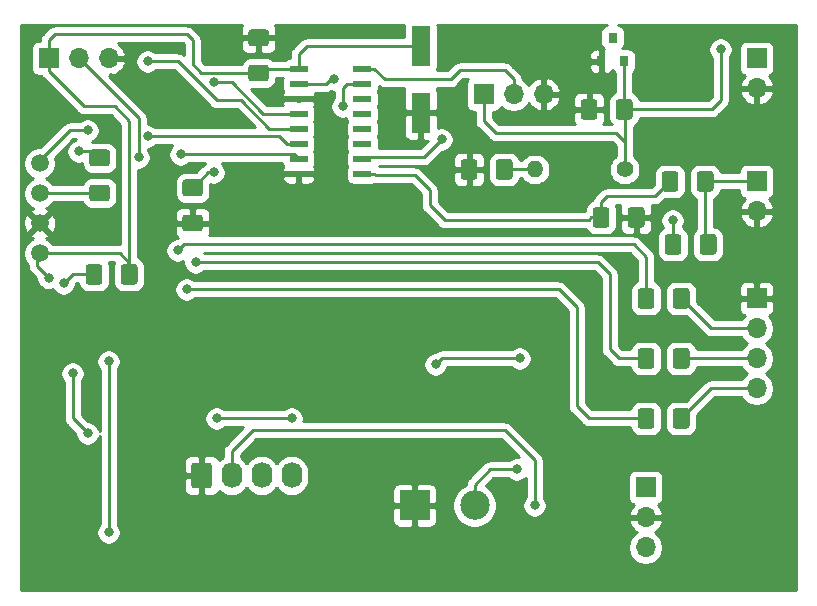
<source format=gbl>
G04 #@! TF.GenerationSoftware,KiCad,Pcbnew,5.1.6-c6e7f7d~87~ubuntu20.04.1*
G04 #@! TF.CreationDate,2020-07-23T13:09:22+02:00*
G04 #@! TF.ProjectId,lotusble,6c6f7475-7362-46c6-952e-6b696361645f,rev?*
G04 #@! TF.SameCoordinates,Original*
G04 #@! TF.FileFunction,Copper,L2,Bot*
G04 #@! TF.FilePolarity,Positive*
%FSLAX46Y46*%
G04 Gerber Fmt 4.6, Leading zero omitted, Abs format (unit mm)*
G04 Created by KiCad (PCBNEW 5.1.6-c6e7f7d~87~ubuntu20.04.1) date 2020-07-23 13:09:22*
%MOMM*%
%LPD*%
G01*
G04 APERTURE LIST*
G04 #@! TA.AperFunction,ComponentPad*
%ADD10R,2.500000X2.500000*%
G04 #@! TD*
G04 #@! TA.AperFunction,ComponentPad*
%ADD11C,2.500000*%
G04 #@! TD*
G04 #@! TA.AperFunction,SMDPad,CuDef*
%ADD12C,1.500000*%
G04 #@! TD*
G04 #@! TA.AperFunction,SMDPad,CuDef*
%ADD13R,1.600000X3.500000*%
G04 #@! TD*
G04 #@! TA.AperFunction,SMDPad,CuDef*
%ADD14R,1.500000X0.600000*%
G04 #@! TD*
G04 #@! TA.AperFunction,SMDPad,CuDef*
%ADD15R,0.800000X0.900000*%
G04 #@! TD*
G04 #@! TA.AperFunction,ComponentPad*
%ADD16C,1.400000*%
G04 #@! TD*
G04 #@! TA.AperFunction,ComponentPad*
%ADD17O,1.400000X1.400000*%
G04 #@! TD*
G04 #@! TA.AperFunction,ComponentPad*
%ADD18O,1.740000X2.190000*%
G04 #@! TD*
G04 #@! TA.AperFunction,ComponentPad*
%ADD19R,1.700000X1.700000*%
G04 #@! TD*
G04 #@! TA.AperFunction,ComponentPad*
%ADD20O,1.700000X1.700000*%
G04 #@! TD*
G04 #@! TA.AperFunction,ViaPad*
%ADD21C,0.800000*%
G04 #@! TD*
G04 #@! TA.AperFunction,Conductor*
%ADD22C,0.250000*%
G04 #@! TD*
G04 #@! TA.AperFunction,Conductor*
%ADD23C,0.254000*%
G04 #@! TD*
G04 APERTURE END LIST*
D10*
X72390000Y-119126000D03*
D11*
X77470000Y-119126000D03*
G04 #@! TA.AperFunction,SMDPad,CuDef*
G36*
G01*
X93558000Y-97653000D02*
X93558000Y-96403000D01*
G75*
G02*
X93808000Y-96153000I250000J0D01*
G01*
X94733000Y-96153000D01*
G75*
G02*
X94983000Y-96403000I0J-250000D01*
G01*
X94983000Y-97653000D01*
G75*
G02*
X94733000Y-97903000I-250000J0D01*
G01*
X93808000Y-97903000D01*
G75*
G02*
X93558000Y-97653000I0J250000D01*
G01*
G37*
G04 #@! TD.AperFunction*
G04 #@! TA.AperFunction,SMDPad,CuDef*
G36*
G01*
X96533000Y-97653000D02*
X96533000Y-96403000D01*
G75*
G02*
X96783000Y-96153000I250000J0D01*
G01*
X97708000Y-96153000D01*
G75*
G02*
X97958000Y-96403000I0J-250000D01*
G01*
X97958000Y-97653000D01*
G75*
G02*
X97708000Y-97903000I-250000J0D01*
G01*
X96783000Y-97903000D01*
G75*
G02*
X96533000Y-97653000I0J250000D01*
G01*
G37*
G04 #@! TD.AperFunction*
G04 #@! TA.AperFunction,SMDPad,CuDef*
G36*
G01*
X59807000Y-83226000D02*
X58557000Y-83226000D01*
G75*
G02*
X58307000Y-82976000I0J250000D01*
G01*
X58307000Y-82051000D01*
G75*
G02*
X58557000Y-81801000I250000J0D01*
G01*
X59807000Y-81801000D01*
G75*
G02*
X60057000Y-82051000I0J-250000D01*
G01*
X60057000Y-82976000D01*
G75*
G02*
X59807000Y-83226000I-250000J0D01*
G01*
G37*
G04 #@! TD.AperFunction*
G04 #@! TA.AperFunction,SMDPad,CuDef*
G36*
G01*
X59807000Y-80251000D02*
X58557000Y-80251000D01*
G75*
G02*
X58307000Y-80001000I0J250000D01*
G01*
X58307000Y-79076000D01*
G75*
G02*
X58557000Y-78826000I250000J0D01*
G01*
X59807000Y-78826000D01*
G75*
G02*
X60057000Y-79076000I0J-250000D01*
G01*
X60057000Y-80001000D01*
G75*
G02*
X59807000Y-80251000I-250000J0D01*
G01*
G37*
G04 #@! TD.AperFunction*
G04 #@! TA.AperFunction,SMDPad,CuDef*
G36*
G01*
X92697000Y-111135000D02*
X92697000Y-112385000D01*
G75*
G02*
X92447000Y-112635000I-250000J0D01*
G01*
X91522000Y-112635000D01*
G75*
G02*
X91272000Y-112385000I0J250000D01*
G01*
X91272000Y-111135000D01*
G75*
G02*
X91522000Y-110885000I250000J0D01*
G01*
X92447000Y-110885000D01*
G75*
G02*
X92697000Y-111135000I0J-250000D01*
G01*
G37*
G04 #@! TD.AperFunction*
G04 #@! TA.AperFunction,SMDPad,CuDef*
G36*
G01*
X95672000Y-111135000D02*
X95672000Y-112385000D01*
G75*
G02*
X95422000Y-112635000I-250000J0D01*
G01*
X94497000Y-112635000D01*
G75*
G02*
X94247000Y-112385000I0J250000D01*
G01*
X94247000Y-111135000D01*
G75*
G02*
X94497000Y-110885000I250000J0D01*
G01*
X95422000Y-110885000D01*
G75*
G02*
X95672000Y-111135000I0J-250000D01*
G01*
G37*
G04 #@! TD.AperFunction*
G04 #@! TA.AperFunction,SMDPad,CuDef*
G36*
G01*
X48936000Y-98943000D02*
X48936000Y-100193000D01*
G75*
G02*
X48686000Y-100443000I-250000J0D01*
G01*
X47761000Y-100443000D01*
G75*
G02*
X47511000Y-100193000I0J250000D01*
G01*
X47511000Y-98943000D01*
G75*
G02*
X47761000Y-98693000I250000J0D01*
G01*
X48686000Y-98693000D01*
G75*
G02*
X48936000Y-98943000I0J-250000D01*
G01*
G37*
G04 #@! TD.AperFunction*
G04 #@! TA.AperFunction,SMDPad,CuDef*
G36*
G01*
X45961000Y-98943000D02*
X45961000Y-100193000D01*
G75*
G02*
X45711000Y-100443000I-250000J0D01*
G01*
X44786000Y-100443000D01*
G75*
G02*
X44536000Y-100193000I0J250000D01*
G01*
X44536000Y-98943000D01*
G75*
G02*
X44786000Y-98693000I250000J0D01*
G01*
X45711000Y-98693000D01*
G75*
G02*
X45961000Y-98943000I0J-250000D01*
G01*
G37*
G04 #@! TD.AperFunction*
G04 #@! TA.AperFunction,SMDPad,CuDef*
G36*
G01*
X54219000Y-95926000D02*
X52969000Y-95926000D01*
G75*
G02*
X52719000Y-95676000I0J250000D01*
G01*
X52719000Y-94751000D01*
G75*
G02*
X52969000Y-94501000I250000J0D01*
G01*
X54219000Y-94501000D01*
G75*
G02*
X54469000Y-94751000I0J-250000D01*
G01*
X54469000Y-95676000D01*
G75*
G02*
X54219000Y-95926000I-250000J0D01*
G01*
G37*
G04 #@! TD.AperFunction*
G04 #@! TA.AperFunction,SMDPad,CuDef*
G36*
G01*
X54219000Y-92951000D02*
X52969000Y-92951000D01*
G75*
G02*
X52719000Y-92701000I0J250000D01*
G01*
X52719000Y-91776000D01*
G75*
G02*
X52969000Y-91526000I250000J0D01*
G01*
X54219000Y-91526000D01*
G75*
G02*
X54469000Y-91776000I0J-250000D01*
G01*
X54469000Y-92701000D01*
G75*
G02*
X54219000Y-92951000I-250000J0D01*
G01*
G37*
G04 #@! TD.AperFunction*
G04 #@! TA.AperFunction,SMDPad,CuDef*
G36*
G01*
X46345000Y-90411000D02*
X45095000Y-90411000D01*
G75*
G02*
X44845000Y-90161000I0J250000D01*
G01*
X44845000Y-89236000D01*
G75*
G02*
X45095000Y-88986000I250000J0D01*
G01*
X46345000Y-88986000D01*
G75*
G02*
X46595000Y-89236000I0J-250000D01*
G01*
X46595000Y-90161000D01*
G75*
G02*
X46345000Y-90411000I-250000J0D01*
G01*
G37*
G04 #@! TD.AperFunction*
G04 #@! TA.AperFunction,SMDPad,CuDef*
G36*
G01*
X46345000Y-93386000D02*
X45095000Y-93386000D01*
G75*
G02*
X44845000Y-93136000I0J250000D01*
G01*
X44845000Y-92211000D01*
G75*
G02*
X45095000Y-91961000I250000J0D01*
G01*
X46345000Y-91961000D01*
G75*
G02*
X46595000Y-92211000I0J-250000D01*
G01*
X46595000Y-93136000D01*
G75*
G02*
X46345000Y-93386000I-250000J0D01*
G01*
G37*
G04 #@! TD.AperFunction*
D12*
X40640000Y-95250000D03*
G04 #@! TA.AperFunction,SMDPad,CuDef*
G36*
G01*
X95672000Y-100975000D02*
X95672000Y-102225000D01*
G75*
G02*
X95422000Y-102475000I-250000J0D01*
G01*
X94497000Y-102475000D01*
G75*
G02*
X94247000Y-102225000I0J250000D01*
G01*
X94247000Y-100975000D01*
G75*
G02*
X94497000Y-100725000I250000J0D01*
G01*
X95422000Y-100725000D01*
G75*
G02*
X95672000Y-100975000I0J-250000D01*
G01*
G37*
G04 #@! TD.AperFunction*
G04 #@! TA.AperFunction,SMDPad,CuDef*
G36*
G01*
X92697000Y-100975000D02*
X92697000Y-102225000D01*
G75*
G02*
X92447000Y-102475000I-250000J0D01*
G01*
X91522000Y-102475000D01*
G75*
G02*
X91272000Y-102225000I0J250000D01*
G01*
X91272000Y-100975000D01*
G75*
G02*
X91522000Y-100725000I250000J0D01*
G01*
X92447000Y-100725000D01*
G75*
G02*
X92697000Y-100975000I0J-250000D01*
G01*
G37*
G04 #@! TD.AperFunction*
G04 #@! TA.AperFunction,SMDPad,CuDef*
G36*
G01*
X92697000Y-106055000D02*
X92697000Y-107305000D01*
G75*
G02*
X92447000Y-107555000I-250000J0D01*
G01*
X91522000Y-107555000D01*
G75*
G02*
X91272000Y-107305000I0J250000D01*
G01*
X91272000Y-106055000D01*
G75*
G02*
X91522000Y-105805000I250000J0D01*
G01*
X92447000Y-105805000D01*
G75*
G02*
X92697000Y-106055000I0J-250000D01*
G01*
G37*
G04 #@! TD.AperFunction*
G04 #@! TA.AperFunction,SMDPad,CuDef*
G36*
G01*
X95672000Y-106055000D02*
X95672000Y-107305000D01*
G75*
G02*
X95422000Y-107555000I-250000J0D01*
G01*
X94497000Y-107555000D01*
G75*
G02*
X94247000Y-107305000I0J250000D01*
G01*
X94247000Y-106055000D01*
G75*
G02*
X94497000Y-105805000I250000J0D01*
G01*
X95422000Y-105805000D01*
G75*
G02*
X95672000Y-106055000I0J-250000D01*
G01*
G37*
G04 #@! TD.AperFunction*
G04 #@! TA.AperFunction,SMDPad,CuDef*
G36*
G01*
X87462000Y-95367000D02*
X87462000Y-94117000D01*
G75*
G02*
X87712000Y-93867000I250000J0D01*
G01*
X88637000Y-93867000D01*
G75*
G02*
X88887000Y-94117000I0J-250000D01*
G01*
X88887000Y-95367000D01*
G75*
G02*
X88637000Y-95617000I-250000J0D01*
G01*
X87712000Y-95617000D01*
G75*
G02*
X87462000Y-95367000I0J250000D01*
G01*
G37*
G04 #@! TD.AperFunction*
G04 #@! TA.AperFunction,SMDPad,CuDef*
G36*
G01*
X90437000Y-95367000D02*
X90437000Y-94117000D01*
G75*
G02*
X90687000Y-93867000I250000J0D01*
G01*
X91612000Y-93867000D01*
G75*
G02*
X91862000Y-94117000I0J-250000D01*
G01*
X91862000Y-95367000D01*
G75*
G02*
X91612000Y-95617000I-250000J0D01*
G01*
X90687000Y-95617000D01*
G75*
G02*
X90437000Y-95367000I0J250000D01*
G01*
G37*
G04 #@! TD.AperFunction*
D13*
X72898000Y-80258000D03*
X72898000Y-85858000D03*
G04 #@! TA.AperFunction,SMDPad,CuDef*
G36*
G01*
X80686000Y-90053000D02*
X80686000Y-91303000D01*
G75*
G02*
X80436000Y-91553000I-250000J0D01*
G01*
X79511000Y-91553000D01*
G75*
G02*
X79261000Y-91303000I0J250000D01*
G01*
X79261000Y-90053000D01*
G75*
G02*
X79511000Y-89803000I250000J0D01*
G01*
X80436000Y-89803000D01*
G75*
G02*
X80686000Y-90053000I0J-250000D01*
G01*
G37*
G04 #@! TD.AperFunction*
G04 #@! TA.AperFunction,SMDPad,CuDef*
G36*
G01*
X77711000Y-90053000D02*
X77711000Y-91303000D01*
G75*
G02*
X77461000Y-91553000I-250000J0D01*
G01*
X76536000Y-91553000D01*
G75*
G02*
X76286000Y-91303000I0J250000D01*
G01*
X76286000Y-90053000D01*
G75*
G02*
X76536000Y-89803000I250000J0D01*
G01*
X77461000Y-89803000D01*
G75*
G02*
X77711000Y-90053000I0J-250000D01*
G01*
G37*
G04 #@! TD.AperFunction*
G04 #@! TA.AperFunction,SMDPad,CuDef*
G36*
G01*
X89421000Y-86223000D02*
X89421000Y-84973000D01*
G75*
G02*
X89671000Y-84723000I250000J0D01*
G01*
X90596000Y-84723000D01*
G75*
G02*
X90846000Y-84973000I0J-250000D01*
G01*
X90846000Y-86223000D01*
G75*
G02*
X90596000Y-86473000I-250000J0D01*
G01*
X89671000Y-86473000D01*
G75*
G02*
X89421000Y-86223000I0J250000D01*
G01*
G37*
G04 #@! TD.AperFunction*
G04 #@! TA.AperFunction,SMDPad,CuDef*
G36*
G01*
X86446000Y-86223000D02*
X86446000Y-84973000D01*
G75*
G02*
X86696000Y-84723000I250000J0D01*
G01*
X87621000Y-84723000D01*
G75*
G02*
X87871000Y-84973000I0J-250000D01*
G01*
X87871000Y-86223000D01*
G75*
G02*
X87621000Y-86473000I-250000J0D01*
G01*
X86696000Y-86473000D01*
G75*
G02*
X86446000Y-86223000I0J250000D01*
G01*
G37*
G04 #@! TD.AperFunction*
G04 #@! TA.AperFunction,SMDPad,CuDef*
G36*
G01*
X94729000Y-91069000D02*
X94729000Y-92319000D01*
G75*
G02*
X94479000Y-92569000I-250000J0D01*
G01*
X93554000Y-92569000D01*
G75*
G02*
X93304000Y-92319000I0J250000D01*
G01*
X93304000Y-91069000D01*
G75*
G02*
X93554000Y-90819000I250000J0D01*
G01*
X94479000Y-90819000D01*
G75*
G02*
X94729000Y-91069000I0J-250000D01*
G01*
G37*
G04 #@! TD.AperFunction*
G04 #@! TA.AperFunction,SMDPad,CuDef*
G36*
G01*
X97704000Y-91069000D02*
X97704000Y-92319000D01*
G75*
G02*
X97454000Y-92569000I-250000J0D01*
G01*
X96529000Y-92569000D01*
G75*
G02*
X96279000Y-92319000I0J250000D01*
G01*
X96279000Y-91069000D01*
G75*
G02*
X96529000Y-90819000I250000J0D01*
G01*
X97454000Y-90819000D01*
G75*
G02*
X97704000Y-91069000I0J-250000D01*
G01*
G37*
G04 #@! TD.AperFunction*
D14*
X67978000Y-82169000D03*
X67978000Y-83439000D03*
X67978000Y-84709000D03*
X67978000Y-85979000D03*
X67978000Y-87249000D03*
X67978000Y-88519000D03*
X67978000Y-89789000D03*
X67978000Y-91059000D03*
X62578000Y-91059000D03*
X62578000Y-89789000D03*
X62578000Y-88519000D03*
X62578000Y-87249000D03*
X62578000Y-85979000D03*
X62578000Y-84709000D03*
X62578000Y-83439000D03*
X62578000Y-82169000D03*
D12*
X40640000Y-97790000D03*
X40640000Y-92710000D03*
X40640000Y-90170000D03*
D15*
X90104000Y-81518000D03*
X88204000Y-81518000D03*
X89154000Y-79518000D03*
D16*
X90170000Y-90678000D03*
D17*
X82550000Y-90678000D03*
G04 #@! TA.AperFunction,ComponentPad*
G36*
G01*
X53486000Y-117431001D02*
X53486000Y-115740999D01*
G75*
G02*
X53735999Y-115491000I249999J0D01*
G01*
X54976001Y-115491000D01*
G75*
G02*
X55226000Y-115740999I0J-249999D01*
G01*
X55226000Y-117431001D01*
G75*
G02*
X54976001Y-117681000I-249999J0D01*
G01*
X53735999Y-117681000D01*
G75*
G02*
X53486000Y-117431001I0J249999D01*
G01*
G37*
G04 #@! TD.AperFunction*
D18*
X56896000Y-116586000D03*
X59436000Y-116586000D03*
X61976000Y-116586000D03*
D19*
X101346000Y-101600000D03*
D20*
X101346000Y-104140000D03*
X101346000Y-106680000D03*
X101346000Y-109220000D03*
D19*
X101346000Y-91694000D03*
D20*
X101346000Y-94234000D03*
X101346000Y-83820000D03*
D19*
X101346000Y-81280000D03*
D20*
X46482000Y-81280000D03*
X43942000Y-81280000D03*
D19*
X41402000Y-81280000D03*
D20*
X83312000Y-84328000D03*
X80772000Y-84328000D03*
D19*
X78232000Y-84328000D03*
X91948000Y-117602000D03*
D20*
X91948000Y-120142000D03*
X91948000Y-122682000D03*
D21*
X60706000Y-106426000D03*
X99060000Y-113284000D03*
X99568000Y-88138000D03*
X65024000Y-87884000D03*
X48006000Y-118364000D03*
X41402000Y-99866660D03*
X81280000Y-106680000D03*
X74168000Y-107188000D03*
X44704000Y-87376000D03*
X46482000Y-121412000D03*
X46482000Y-106934000D03*
X42672000Y-100330000D03*
X43434000Y-107950000D03*
X44704000Y-113030000D03*
X55372000Y-90932000D03*
X43942000Y-89154000D03*
X82550000Y-119126000D03*
X55626000Y-111760000D03*
X61976000Y-111760000D03*
X49022000Y-89662000D03*
X53086000Y-100838000D03*
X52324000Y-97536000D03*
X53848000Y-98552000D03*
X65532000Y-83058000D03*
X98298000Y-80518000D03*
X94234000Y-94996000D03*
X49784000Y-87884000D03*
X49784000Y-81534000D03*
X55372000Y-83312000D03*
X52578000Y-89408000D03*
X66294000Y-85344000D03*
X74676000Y-88138000D03*
X81026000Y-116078000D03*
D22*
X40386000Y-98850660D02*
X41402000Y-99866660D01*
X40386000Y-97790000D02*
X40386000Y-98850660D01*
X41446660Y-97790000D02*
X40386000Y-97790000D01*
X48223500Y-98593000D02*
X47420500Y-97790000D01*
X47420500Y-97790000D02*
X41446660Y-97790000D01*
X48223500Y-99568000D02*
X48223500Y-98593000D01*
X59018500Y-82169000D02*
X58928000Y-82078500D01*
X62578000Y-82169000D02*
X59018500Y-82169000D01*
X79973500Y-90678000D02*
X82550000Y-90678000D01*
X81280000Y-106680000D02*
X74676000Y-106680000D01*
X74676000Y-106680000D02*
X74168000Y-107188000D01*
X41402000Y-82380000D02*
X44366000Y-85344000D01*
X41402000Y-81280000D02*
X41402000Y-82380000D01*
X44366000Y-85344000D02*
X46990000Y-85344000D01*
X48223500Y-86577500D02*
X48223500Y-99568000D01*
X46990000Y-85344000D02*
X48223500Y-86577500D01*
X72898000Y-80258000D02*
X63252000Y-80258000D01*
X62578000Y-80932000D02*
X62578000Y-82169000D01*
X63252000Y-80258000D02*
X62578000Y-80932000D01*
X54319500Y-82513500D02*
X59182000Y-82513500D01*
X41402000Y-79756000D02*
X41910000Y-79248000D01*
X41910000Y-79248000D02*
X53086000Y-79248000D01*
X41402000Y-81280000D02*
X41402000Y-79756000D01*
X53086000Y-79248000D02*
X53594000Y-79756000D01*
X53594000Y-79756000D02*
X53594000Y-81788000D01*
X53594000Y-81788000D02*
X54319500Y-82513500D01*
X45683500Y-92710000D02*
X45720000Y-92673500D01*
X40386000Y-92710000D02*
X45683500Y-92710000D01*
X40386000Y-90170000D02*
X41135999Y-89420001D01*
X41135999Y-89420001D02*
X43180000Y-87376000D01*
X43180000Y-87376000D02*
X44704000Y-87376000D01*
X46482000Y-121412000D02*
X46482000Y-120846315D01*
X46482000Y-120846315D02*
X46482000Y-106934000D01*
X43434000Y-99568000D02*
X42672000Y-100330000D01*
X45248500Y-99568000D02*
X43434000Y-99568000D01*
X43434000Y-107950000D02*
X43434000Y-111760000D01*
X43434000Y-111760000D02*
X44704000Y-113030000D01*
X54900500Y-90932000D02*
X53594000Y-92238500D01*
X55372000Y-90932000D02*
X54900500Y-90932000D01*
X45175500Y-89154000D02*
X45720000Y-89698500D01*
X43942000Y-89154000D02*
X45175500Y-89154000D01*
X82550000Y-119126000D02*
X82550000Y-119126000D01*
X82550000Y-115316000D02*
X80010000Y-112776000D01*
X80010000Y-112776000D02*
X58674000Y-112776000D01*
X56896000Y-114554000D02*
X56896000Y-116586000D01*
X58674000Y-112776000D02*
X56896000Y-114554000D01*
X82550000Y-119126000D02*
X82550000Y-115316000D01*
X55626000Y-111760000D02*
X61976000Y-111760000D01*
X49022000Y-86360000D02*
X43942000Y-81280000D01*
X49022000Y-89662000D02*
X49022000Y-86360000D01*
X87122000Y-111760000D02*
X89154000Y-111760000D01*
X86106000Y-110744000D02*
X87122000Y-111760000D01*
X89154000Y-111760000D02*
X91984500Y-111760000D01*
X86106000Y-102362000D02*
X86106000Y-110744000D01*
X53086000Y-100838000D02*
X84582000Y-100838000D01*
X84582000Y-100838000D02*
X86106000Y-102362000D01*
X90932000Y-97028000D02*
X91984500Y-98080500D01*
X91984500Y-98080500D02*
X91984500Y-101600000D01*
X64008000Y-97028000D02*
X90932000Y-97028000D01*
X64008000Y-97028000D02*
X52832000Y-97028000D01*
X52832000Y-97028000D02*
X52324000Y-97536000D01*
X63246000Y-98552000D02*
X87884000Y-98552000D01*
X87884000Y-98552000D02*
X88900000Y-99568000D01*
X88900000Y-99568000D02*
X88900000Y-105918000D01*
X88900000Y-105918000D02*
X89662000Y-106680000D01*
X89662000Y-106680000D02*
X91984500Y-106680000D01*
X63246000Y-98552000D02*
X53848000Y-98552000D01*
X90170000Y-85634500D02*
X90133500Y-85598000D01*
X90133500Y-81547500D02*
X90104000Y-81518000D01*
X90133500Y-85598000D02*
X90133500Y-81547500D01*
X89408000Y-87630000D02*
X90170000Y-88392000D01*
X90170000Y-90678000D02*
X90170000Y-88392000D01*
X90170000Y-88392000D02*
X90170000Y-85634500D01*
X62578000Y-83439000D02*
X63578000Y-83439000D01*
X89408000Y-87630000D02*
X79248000Y-87630000D01*
X78232000Y-86614000D02*
X78232000Y-84328000D01*
X79248000Y-87630000D02*
X78232000Y-86614000D01*
X63578000Y-83439000D02*
X64897000Y-83439000D01*
X64897000Y-83439000D02*
X65278000Y-83058000D01*
X65278000Y-83058000D02*
X65532000Y-83058000D01*
X97536000Y-85598000D02*
X90133500Y-85598000D01*
X98298000Y-80518000D02*
X98298000Y-84836000D01*
X98298000Y-84836000D02*
X97536000Y-85598000D01*
X94234000Y-96991500D02*
X94270500Y-97028000D01*
X94234000Y-94996000D02*
X94234000Y-96991500D01*
X96991500Y-91694000D02*
X101346000Y-91694000D01*
X96991500Y-96774000D02*
X97245500Y-97028000D01*
X96991500Y-91694000D02*
X96991500Y-96774000D01*
X61578000Y-88519000D02*
X60943000Y-87884000D01*
X62578000Y-88519000D02*
X61578000Y-88519000D01*
X60943000Y-87884000D02*
X49784000Y-87884000D01*
X49784000Y-81534000D02*
X52324000Y-81534000D01*
X52324000Y-81534000D02*
X55626000Y-84836000D01*
X55626000Y-84836000D02*
X57658000Y-84836000D01*
X60071000Y-87249000D02*
X62578000Y-87249000D01*
X57658000Y-84836000D02*
X60071000Y-87249000D01*
X56896000Y-83312000D02*
X55372000Y-83312000D01*
X62578000Y-85979000D02*
X59563000Y-85979000D01*
X59563000Y-85979000D02*
X56896000Y-83312000D01*
X62197000Y-89408000D02*
X62578000Y-89789000D01*
X52578000Y-89408000D02*
X62197000Y-89408000D01*
X101346000Y-106680000D02*
X94959500Y-106680000D01*
X97499500Y-104140000D02*
X94959500Y-101600000D01*
X101346000Y-104140000D02*
X97499500Y-104140000D01*
X97499500Y-109220000D02*
X94959500Y-111760000D01*
X101346000Y-109220000D02*
X97499500Y-109220000D01*
X87122000Y-94996000D02*
X87122000Y-94982000D01*
X74930000Y-94996000D02*
X87122000Y-94996000D01*
X67978000Y-91059000D02*
X68978000Y-91059000D01*
X68978000Y-91059000D02*
X69105000Y-91186000D01*
X87122000Y-94982000D02*
X87362000Y-94742000D01*
X72390000Y-91186000D02*
X73660000Y-92456000D01*
X69105000Y-91186000D02*
X72390000Y-91186000D01*
X87362000Y-94742000D02*
X88174500Y-94742000D01*
X73660000Y-92456000D02*
X73660000Y-93726000D01*
X73660000Y-93726000D02*
X74930000Y-94996000D01*
X88174500Y-94742000D02*
X88174500Y-93435500D01*
X88174500Y-93435500D02*
X88646000Y-92964000D01*
X92746500Y-92964000D02*
X94016500Y-91694000D01*
X88646000Y-92964000D02*
X92746500Y-92964000D01*
X80772000Y-83058000D02*
X80772000Y-84328000D01*
X68978000Y-82169000D02*
X69867000Y-83058000D01*
X67978000Y-82169000D02*
X68978000Y-82169000D01*
X69867000Y-83058000D02*
X75438000Y-83058000D01*
X75438000Y-83058000D02*
X76200000Y-82296000D01*
X80010000Y-82296000D02*
X80772000Y-83058000D01*
X76200000Y-82296000D02*
X80010000Y-82296000D01*
X66675000Y-83439000D02*
X66294000Y-83820000D01*
X67978000Y-83439000D02*
X66675000Y-83439000D01*
X66294000Y-83820000D02*
X66294000Y-85344000D01*
X68428000Y-89789000D02*
X68555000Y-89662000D01*
X67978000Y-89789000D02*
X68428000Y-89789000D01*
X68555000Y-89662000D02*
X73152000Y-89662000D01*
X73152000Y-89662000D02*
X74676000Y-88138000D01*
X80460315Y-116078000D02*
X81026000Y-116078000D01*
X78750234Y-116078000D02*
X80460315Y-116078000D01*
X77470000Y-117358234D02*
X78750234Y-116078000D01*
X77470000Y-119126000D02*
X77470000Y-117358234D01*
D23*
G36*
X57776463Y-78471506D02*
G01*
X57717498Y-78581820D01*
X57681188Y-78701518D01*
X57668928Y-78826000D01*
X57672000Y-79252750D01*
X57830750Y-79411500D01*
X59055000Y-79411500D01*
X59055000Y-79391500D01*
X59309000Y-79391500D01*
X59309000Y-79411500D01*
X60533250Y-79411500D01*
X60692000Y-79252750D01*
X60695072Y-78826000D01*
X60682812Y-78701518D01*
X60646502Y-78581820D01*
X60587537Y-78471506D01*
X60556757Y-78434000D01*
X71467216Y-78434000D01*
X71459928Y-78508000D01*
X71459928Y-79498000D01*
X63289323Y-79498000D01*
X63252000Y-79494324D01*
X63214677Y-79498000D01*
X63214667Y-79498000D01*
X63103014Y-79508997D01*
X62959753Y-79552454D01*
X62827723Y-79623026D01*
X62767711Y-79672277D01*
X62711999Y-79717999D01*
X62688200Y-79746998D01*
X62067002Y-80368197D01*
X62037999Y-80391999D01*
X61982871Y-80459174D01*
X61943026Y-80507724D01*
X61890458Y-80606072D01*
X61872454Y-80639754D01*
X61828997Y-80783015D01*
X61818000Y-80894668D01*
X61818000Y-80894678D01*
X61814324Y-80932000D01*
X61818000Y-80969323D01*
X61818000Y-81231913D01*
X61703518Y-81243188D01*
X61583820Y-81279498D01*
X61473506Y-81338463D01*
X61387556Y-81409000D01*
X60417857Y-81409000D01*
X60300386Y-81312595D01*
X60146850Y-81230528D01*
X59980254Y-81179992D01*
X59807000Y-81162928D01*
X58557000Y-81162928D01*
X58383746Y-81179992D01*
X58217150Y-81230528D01*
X58063614Y-81312595D01*
X57929038Y-81423038D01*
X57818595Y-81557614D01*
X57736528Y-81711150D01*
X57723681Y-81753500D01*
X54634302Y-81753500D01*
X54354000Y-81473199D01*
X54354000Y-80251000D01*
X57668928Y-80251000D01*
X57681188Y-80375482D01*
X57717498Y-80495180D01*
X57776463Y-80605494D01*
X57855815Y-80702185D01*
X57952506Y-80781537D01*
X58062820Y-80840502D01*
X58182518Y-80876812D01*
X58307000Y-80889072D01*
X58896250Y-80886000D01*
X59055000Y-80727250D01*
X59055000Y-79665500D01*
X59309000Y-79665500D01*
X59309000Y-80727250D01*
X59467750Y-80886000D01*
X60057000Y-80889072D01*
X60181482Y-80876812D01*
X60301180Y-80840502D01*
X60411494Y-80781537D01*
X60508185Y-80702185D01*
X60587537Y-80605494D01*
X60646502Y-80495180D01*
X60682812Y-80375482D01*
X60695072Y-80251000D01*
X60692000Y-79824250D01*
X60533250Y-79665500D01*
X59309000Y-79665500D01*
X59055000Y-79665500D01*
X57830750Y-79665500D01*
X57672000Y-79824250D01*
X57668928Y-80251000D01*
X54354000Y-80251000D01*
X54354000Y-79793322D01*
X54357676Y-79755999D01*
X54354000Y-79718676D01*
X54354000Y-79718667D01*
X54343003Y-79607014D01*
X54299546Y-79463753D01*
X54228974Y-79331724D01*
X54134001Y-79215999D01*
X54105003Y-79192202D01*
X53649803Y-78737002D01*
X53626001Y-78707999D01*
X53510276Y-78613026D01*
X53378247Y-78542454D01*
X53234986Y-78498997D01*
X53123333Y-78488000D01*
X53123322Y-78488000D01*
X53086000Y-78484324D01*
X53048678Y-78488000D01*
X41947322Y-78488000D01*
X41909999Y-78484324D01*
X41872676Y-78488000D01*
X41872667Y-78488000D01*
X41761014Y-78498997D01*
X41617753Y-78542454D01*
X41485724Y-78613026D01*
X41369999Y-78707999D01*
X41346200Y-78736998D01*
X40890998Y-79192201D01*
X40862000Y-79215999D01*
X40838202Y-79244997D01*
X40838201Y-79244998D01*
X40767026Y-79331724D01*
X40696454Y-79463754D01*
X40673251Y-79540247D01*
X40652998Y-79607014D01*
X40642067Y-79717999D01*
X40638324Y-79756000D01*
X40641863Y-79791928D01*
X40552000Y-79791928D01*
X40427518Y-79804188D01*
X40307820Y-79840498D01*
X40197506Y-79899463D01*
X40100815Y-79978815D01*
X40021463Y-80075506D01*
X39962498Y-80185820D01*
X39926188Y-80305518D01*
X39913928Y-80430000D01*
X39913928Y-82130000D01*
X39926188Y-82254482D01*
X39962498Y-82374180D01*
X40021463Y-82484494D01*
X40100815Y-82581185D01*
X40197506Y-82660537D01*
X40307820Y-82719502D01*
X40427518Y-82755812D01*
X40552000Y-82768072D01*
X40747674Y-82768072D01*
X40767026Y-82804276D01*
X40834526Y-82886524D01*
X40862000Y-82920001D01*
X40890998Y-82943799D01*
X43802200Y-85855002D01*
X43825999Y-85884001D01*
X43854997Y-85907799D01*
X43941723Y-85978974D01*
X44022733Y-86022275D01*
X44073753Y-86049546D01*
X44217014Y-86093003D01*
X44328667Y-86104000D01*
X44328677Y-86104000D01*
X44366000Y-86107676D01*
X44403322Y-86104000D01*
X46675199Y-86104000D01*
X47463500Y-86892303D01*
X47463501Y-97030558D01*
X47457833Y-97030000D01*
X47457822Y-97030000D01*
X47420500Y-97026324D01*
X47383178Y-97030000D01*
X41797909Y-97030000D01*
X41715799Y-96907114D01*
X41522886Y-96714201D01*
X41296043Y-96562629D01*
X41196721Y-96521489D01*
X41238832Y-96506277D01*
X41351863Y-96445860D01*
X41417388Y-96206993D01*
X40640000Y-95429605D01*
X39862612Y-96206993D01*
X39928137Y-96445860D01*
X40086477Y-96520164D01*
X39983957Y-96562629D01*
X39757114Y-96714201D01*
X39564201Y-96907114D01*
X39412629Y-97133957D01*
X39308225Y-97386011D01*
X39255000Y-97653589D01*
X39255000Y-97926411D01*
X39308225Y-98193989D01*
X39412629Y-98446043D01*
X39564201Y-98672886D01*
X39626001Y-98734686D01*
X39626001Y-98813328D01*
X39622324Y-98850660D01*
X39636998Y-98999645D01*
X39680454Y-99142906D01*
X39751026Y-99274936D01*
X39817273Y-99355657D01*
X39846000Y-99390661D01*
X39874998Y-99414459D01*
X40367000Y-99906462D01*
X40367000Y-99968599D01*
X40406774Y-100168558D01*
X40484795Y-100356916D01*
X40598063Y-100526434D01*
X40742226Y-100670597D01*
X40911744Y-100783865D01*
X41100102Y-100861886D01*
X41300061Y-100901660D01*
X41503939Y-100901660D01*
X41703898Y-100861886D01*
X41765548Y-100836349D01*
X41868063Y-100989774D01*
X42012226Y-101133937D01*
X42181744Y-101247205D01*
X42370102Y-101325226D01*
X42570061Y-101365000D01*
X42773939Y-101365000D01*
X42973898Y-101325226D01*
X43162256Y-101247205D01*
X43331774Y-101133937D01*
X43475937Y-100989774D01*
X43589205Y-100820256D01*
X43667226Y-100631898D01*
X43707000Y-100431939D01*
X43707000Y-100369802D01*
X43748802Y-100328000D01*
X43911224Y-100328000D01*
X43914992Y-100366254D01*
X43965528Y-100532850D01*
X44047595Y-100686386D01*
X44158038Y-100820962D01*
X44292614Y-100931405D01*
X44446150Y-101013472D01*
X44612746Y-101064008D01*
X44786000Y-101081072D01*
X45711000Y-101081072D01*
X45884254Y-101064008D01*
X46050850Y-101013472D01*
X46204386Y-100931405D01*
X46338962Y-100820962D01*
X46449405Y-100686386D01*
X46531472Y-100532850D01*
X46582008Y-100366254D01*
X46599072Y-100193000D01*
X46599072Y-98943000D01*
X46582008Y-98769746D01*
X46531472Y-98603150D01*
X46503063Y-98550000D01*
X46968937Y-98550000D01*
X46940528Y-98603150D01*
X46889992Y-98769746D01*
X46872928Y-98943000D01*
X46872928Y-100193000D01*
X46889992Y-100366254D01*
X46940528Y-100532850D01*
X47022595Y-100686386D01*
X47133038Y-100820962D01*
X47267614Y-100931405D01*
X47421150Y-101013472D01*
X47587746Y-101064008D01*
X47761000Y-101081072D01*
X48686000Y-101081072D01*
X48859254Y-101064008D01*
X49025850Y-101013472D01*
X49179386Y-100931405D01*
X49313962Y-100820962D01*
X49383638Y-100736061D01*
X52051000Y-100736061D01*
X52051000Y-100939939D01*
X52090774Y-101139898D01*
X52168795Y-101328256D01*
X52282063Y-101497774D01*
X52426226Y-101641937D01*
X52595744Y-101755205D01*
X52784102Y-101833226D01*
X52984061Y-101873000D01*
X53187939Y-101873000D01*
X53387898Y-101833226D01*
X53576256Y-101755205D01*
X53745774Y-101641937D01*
X53789711Y-101598000D01*
X84267199Y-101598000D01*
X85346000Y-102676803D01*
X85346001Y-110706668D01*
X85342324Y-110744000D01*
X85356998Y-110892985D01*
X85400454Y-111036246D01*
X85471026Y-111168276D01*
X85537273Y-111248997D01*
X85566000Y-111284001D01*
X85594998Y-111307799D01*
X86558200Y-112271002D01*
X86581999Y-112300001D01*
X86610997Y-112323799D01*
X86697723Y-112394974D01*
X86829753Y-112465546D01*
X86973014Y-112509003D01*
X87084667Y-112520000D01*
X87084677Y-112520000D01*
X87122000Y-112523676D01*
X87159322Y-112520000D01*
X90647224Y-112520000D01*
X90650992Y-112558254D01*
X90701528Y-112724850D01*
X90783595Y-112878386D01*
X90894038Y-113012962D01*
X91028614Y-113123405D01*
X91182150Y-113205472D01*
X91348746Y-113256008D01*
X91522000Y-113273072D01*
X92447000Y-113273072D01*
X92620254Y-113256008D01*
X92786850Y-113205472D01*
X92940386Y-113123405D01*
X93074962Y-113012962D01*
X93185405Y-112878386D01*
X93267472Y-112724850D01*
X93318008Y-112558254D01*
X93335072Y-112385000D01*
X93335072Y-111135000D01*
X93318008Y-110961746D01*
X93267472Y-110795150D01*
X93185405Y-110641614D01*
X93074962Y-110507038D01*
X92940386Y-110396595D01*
X92786850Y-110314528D01*
X92620254Y-110263992D01*
X92447000Y-110246928D01*
X91522000Y-110246928D01*
X91348746Y-110263992D01*
X91182150Y-110314528D01*
X91028614Y-110396595D01*
X90894038Y-110507038D01*
X90783595Y-110641614D01*
X90701528Y-110795150D01*
X90650992Y-110961746D01*
X90647224Y-111000000D01*
X87436802Y-111000000D01*
X86866000Y-110429199D01*
X86866000Y-102399322D01*
X86869676Y-102361999D01*
X86866000Y-102324676D01*
X86866000Y-102324667D01*
X86855003Y-102213014D01*
X86811546Y-102069753D01*
X86740974Y-101937724D01*
X86703652Y-101892247D01*
X86669799Y-101850996D01*
X86669795Y-101850992D01*
X86646001Y-101821999D01*
X86617009Y-101798206D01*
X85145803Y-100327002D01*
X85122001Y-100297999D01*
X85006276Y-100203026D01*
X84874247Y-100132454D01*
X84730986Y-100088997D01*
X84619333Y-100078000D01*
X84619322Y-100078000D01*
X84582000Y-100074324D01*
X84544678Y-100078000D01*
X53789711Y-100078000D01*
X53745774Y-100034063D01*
X53576256Y-99920795D01*
X53387898Y-99842774D01*
X53187939Y-99803000D01*
X52984061Y-99803000D01*
X52784102Y-99842774D01*
X52595744Y-99920795D01*
X52426226Y-100034063D01*
X52282063Y-100178226D01*
X52168795Y-100347744D01*
X52090774Y-100536102D01*
X52051000Y-100736061D01*
X49383638Y-100736061D01*
X49424405Y-100686386D01*
X49506472Y-100532850D01*
X49557008Y-100366254D01*
X49574072Y-100193000D01*
X49574072Y-98943000D01*
X49557008Y-98769746D01*
X49506472Y-98603150D01*
X49424405Y-98449614D01*
X49313962Y-98315038D01*
X49179386Y-98204595D01*
X49025850Y-98122528D01*
X48983500Y-98109681D01*
X48983500Y-97434061D01*
X51289000Y-97434061D01*
X51289000Y-97637939D01*
X51328774Y-97837898D01*
X51406795Y-98026256D01*
X51520063Y-98195774D01*
X51664226Y-98339937D01*
X51833744Y-98453205D01*
X52022102Y-98531226D01*
X52222061Y-98571000D01*
X52425939Y-98571000D01*
X52625898Y-98531226D01*
X52813000Y-98453725D01*
X52813000Y-98653939D01*
X52852774Y-98853898D01*
X52930795Y-99042256D01*
X53044063Y-99211774D01*
X53188226Y-99355937D01*
X53357744Y-99469205D01*
X53546102Y-99547226D01*
X53746061Y-99587000D01*
X53949939Y-99587000D01*
X54149898Y-99547226D01*
X54338256Y-99469205D01*
X54507774Y-99355937D01*
X54551711Y-99312000D01*
X87569199Y-99312000D01*
X88140000Y-99882802D01*
X88140001Y-105880668D01*
X88136324Y-105918000D01*
X88140001Y-105955333D01*
X88149818Y-106055000D01*
X88150998Y-106066985D01*
X88194454Y-106210246D01*
X88265026Y-106342276D01*
X88336201Y-106429002D01*
X88360000Y-106458001D01*
X88388998Y-106481799D01*
X89098201Y-107191002D01*
X89121999Y-107220001D01*
X89237724Y-107314974D01*
X89369753Y-107385546D01*
X89513014Y-107429003D01*
X89624667Y-107440000D01*
X89624675Y-107440000D01*
X89662000Y-107443676D01*
X89699325Y-107440000D01*
X90647224Y-107440000D01*
X90650992Y-107478254D01*
X90701528Y-107644850D01*
X90783595Y-107798386D01*
X90894038Y-107932962D01*
X91028614Y-108043405D01*
X91182150Y-108125472D01*
X91348746Y-108176008D01*
X91522000Y-108193072D01*
X92447000Y-108193072D01*
X92620254Y-108176008D01*
X92786850Y-108125472D01*
X92940386Y-108043405D01*
X93074962Y-107932962D01*
X93185405Y-107798386D01*
X93267472Y-107644850D01*
X93318008Y-107478254D01*
X93335072Y-107305000D01*
X93335072Y-106055000D01*
X93318008Y-105881746D01*
X93267472Y-105715150D01*
X93185405Y-105561614D01*
X93074962Y-105427038D01*
X92940386Y-105316595D01*
X92786850Y-105234528D01*
X92620254Y-105183992D01*
X92447000Y-105166928D01*
X91522000Y-105166928D01*
X91348746Y-105183992D01*
X91182150Y-105234528D01*
X91028614Y-105316595D01*
X90894038Y-105427038D01*
X90783595Y-105561614D01*
X90701528Y-105715150D01*
X90650992Y-105881746D01*
X90647224Y-105920000D01*
X89976802Y-105920000D01*
X89660000Y-105603199D01*
X89660000Y-99605322D01*
X89663676Y-99568000D01*
X89660000Y-99530677D01*
X89660000Y-99530667D01*
X89649003Y-99419014D01*
X89605546Y-99275753D01*
X89571348Y-99211774D01*
X89534974Y-99143723D01*
X89463799Y-99056997D01*
X89440001Y-99027999D01*
X89411003Y-99004201D01*
X88447804Y-98041002D01*
X88424001Y-98011999D01*
X88308276Y-97917026D01*
X88176247Y-97846454D01*
X88032986Y-97802997D01*
X87921333Y-97792000D01*
X87921322Y-97792000D01*
X87884000Y-97788324D01*
X87846678Y-97792000D01*
X54551711Y-97792000D01*
X54547711Y-97788000D01*
X90617199Y-97788000D01*
X91224500Y-98395302D01*
X91224501Y-100141681D01*
X91182150Y-100154528D01*
X91028614Y-100236595D01*
X90894038Y-100347038D01*
X90783595Y-100481614D01*
X90701528Y-100635150D01*
X90650992Y-100801746D01*
X90633928Y-100975000D01*
X90633928Y-102225000D01*
X90650992Y-102398254D01*
X90701528Y-102564850D01*
X90783595Y-102718386D01*
X90894038Y-102852962D01*
X91028614Y-102963405D01*
X91182150Y-103045472D01*
X91348746Y-103096008D01*
X91522000Y-103113072D01*
X92447000Y-103113072D01*
X92620254Y-103096008D01*
X92786850Y-103045472D01*
X92940386Y-102963405D01*
X93074962Y-102852962D01*
X93185405Y-102718386D01*
X93267472Y-102564850D01*
X93318008Y-102398254D01*
X93335072Y-102225000D01*
X93335072Y-100975000D01*
X93608928Y-100975000D01*
X93608928Y-102225000D01*
X93625992Y-102398254D01*
X93676528Y-102564850D01*
X93758595Y-102718386D01*
X93869038Y-102852962D01*
X94003614Y-102963405D01*
X94157150Y-103045472D01*
X94323746Y-103096008D01*
X94497000Y-103113072D01*
X95397770Y-103113072D01*
X96935705Y-104651008D01*
X96959499Y-104680001D01*
X96988492Y-104703795D01*
X96988496Y-104703799D01*
X97059185Y-104761811D01*
X97075224Y-104774974D01*
X97207253Y-104845546D01*
X97350514Y-104889003D01*
X97462167Y-104900000D01*
X97462176Y-104900000D01*
X97499499Y-104903676D01*
X97536822Y-104900000D01*
X100067822Y-104900000D01*
X100192525Y-105086632D01*
X100399368Y-105293475D01*
X100573760Y-105410000D01*
X100399368Y-105526525D01*
X100192525Y-105733368D01*
X100067822Y-105920000D01*
X96296776Y-105920000D01*
X96293008Y-105881746D01*
X96242472Y-105715150D01*
X96160405Y-105561614D01*
X96049962Y-105427038D01*
X95915386Y-105316595D01*
X95761850Y-105234528D01*
X95595254Y-105183992D01*
X95422000Y-105166928D01*
X94497000Y-105166928D01*
X94323746Y-105183992D01*
X94157150Y-105234528D01*
X94003614Y-105316595D01*
X93869038Y-105427038D01*
X93758595Y-105561614D01*
X93676528Y-105715150D01*
X93625992Y-105881746D01*
X93608928Y-106055000D01*
X93608928Y-107305000D01*
X93625992Y-107478254D01*
X93676528Y-107644850D01*
X93758595Y-107798386D01*
X93869038Y-107932962D01*
X94003614Y-108043405D01*
X94157150Y-108125472D01*
X94323746Y-108176008D01*
X94497000Y-108193072D01*
X95422000Y-108193072D01*
X95595254Y-108176008D01*
X95761850Y-108125472D01*
X95915386Y-108043405D01*
X96049962Y-107932962D01*
X96160405Y-107798386D01*
X96242472Y-107644850D01*
X96293008Y-107478254D01*
X96296776Y-107440000D01*
X100067822Y-107440000D01*
X100192525Y-107626632D01*
X100399368Y-107833475D01*
X100573760Y-107950000D01*
X100399368Y-108066525D01*
X100192525Y-108273368D01*
X100067822Y-108460000D01*
X97536822Y-108460000D01*
X97499499Y-108456324D01*
X97462176Y-108460000D01*
X97462167Y-108460000D01*
X97350514Y-108470997D01*
X97207253Y-108514454D01*
X97075224Y-108585026D01*
X97075222Y-108585027D01*
X97075223Y-108585027D01*
X96988496Y-108656201D01*
X96988492Y-108656205D01*
X96959499Y-108679999D01*
X96935705Y-108708992D01*
X95397770Y-110246928D01*
X94497000Y-110246928D01*
X94323746Y-110263992D01*
X94157150Y-110314528D01*
X94003614Y-110396595D01*
X93869038Y-110507038D01*
X93758595Y-110641614D01*
X93676528Y-110795150D01*
X93625992Y-110961746D01*
X93608928Y-111135000D01*
X93608928Y-112385000D01*
X93625992Y-112558254D01*
X93676528Y-112724850D01*
X93758595Y-112878386D01*
X93869038Y-113012962D01*
X94003614Y-113123405D01*
X94157150Y-113205472D01*
X94323746Y-113256008D01*
X94497000Y-113273072D01*
X95422000Y-113273072D01*
X95595254Y-113256008D01*
X95761850Y-113205472D01*
X95915386Y-113123405D01*
X96049962Y-113012962D01*
X96160405Y-112878386D01*
X96242472Y-112724850D01*
X96293008Y-112558254D01*
X96310072Y-112385000D01*
X96310072Y-111484230D01*
X97814303Y-109980000D01*
X100067822Y-109980000D01*
X100192525Y-110166632D01*
X100399368Y-110373475D01*
X100642589Y-110535990D01*
X100912842Y-110647932D01*
X101199740Y-110705000D01*
X101492260Y-110705000D01*
X101779158Y-110647932D01*
X102049411Y-110535990D01*
X102292632Y-110373475D01*
X102499475Y-110166632D01*
X102661990Y-109923411D01*
X102773932Y-109653158D01*
X102831000Y-109366260D01*
X102831000Y-109073740D01*
X102773932Y-108786842D01*
X102661990Y-108516589D01*
X102499475Y-108273368D01*
X102292632Y-108066525D01*
X102118240Y-107950000D01*
X102292632Y-107833475D01*
X102499475Y-107626632D01*
X102661990Y-107383411D01*
X102773932Y-107113158D01*
X102831000Y-106826260D01*
X102831000Y-106533740D01*
X102773932Y-106246842D01*
X102661990Y-105976589D01*
X102499475Y-105733368D01*
X102292632Y-105526525D01*
X102118240Y-105410000D01*
X102292632Y-105293475D01*
X102499475Y-105086632D01*
X102661990Y-104843411D01*
X102773932Y-104573158D01*
X102831000Y-104286260D01*
X102831000Y-103993740D01*
X102773932Y-103706842D01*
X102661990Y-103436589D01*
X102499475Y-103193368D01*
X102367620Y-103061513D01*
X102440180Y-103039502D01*
X102550494Y-102980537D01*
X102647185Y-102901185D01*
X102726537Y-102804494D01*
X102785502Y-102694180D01*
X102821812Y-102574482D01*
X102834072Y-102450000D01*
X102831000Y-101885750D01*
X102672250Y-101727000D01*
X101473000Y-101727000D01*
X101473000Y-101747000D01*
X101219000Y-101747000D01*
X101219000Y-101727000D01*
X100019750Y-101727000D01*
X99861000Y-101885750D01*
X99857928Y-102450000D01*
X99870188Y-102574482D01*
X99906498Y-102694180D01*
X99965463Y-102804494D01*
X100044815Y-102901185D01*
X100141506Y-102980537D01*
X100251820Y-103039502D01*
X100324380Y-103061513D01*
X100192525Y-103193368D01*
X100067822Y-103380000D01*
X97814303Y-103380000D01*
X96310072Y-101875770D01*
X96310072Y-100975000D01*
X96293008Y-100801746D01*
X96277312Y-100750000D01*
X99857928Y-100750000D01*
X99861000Y-101314250D01*
X100019750Y-101473000D01*
X101219000Y-101473000D01*
X101219000Y-100273750D01*
X101473000Y-100273750D01*
X101473000Y-101473000D01*
X102672250Y-101473000D01*
X102831000Y-101314250D01*
X102834072Y-100750000D01*
X102821812Y-100625518D01*
X102785502Y-100505820D01*
X102726537Y-100395506D01*
X102647185Y-100298815D01*
X102550494Y-100219463D01*
X102440180Y-100160498D01*
X102320482Y-100124188D01*
X102196000Y-100111928D01*
X101631750Y-100115000D01*
X101473000Y-100273750D01*
X101219000Y-100273750D01*
X101060250Y-100115000D01*
X100496000Y-100111928D01*
X100371518Y-100124188D01*
X100251820Y-100160498D01*
X100141506Y-100219463D01*
X100044815Y-100298815D01*
X99965463Y-100395506D01*
X99906498Y-100505820D01*
X99870188Y-100625518D01*
X99857928Y-100750000D01*
X96277312Y-100750000D01*
X96242472Y-100635150D01*
X96160405Y-100481614D01*
X96049962Y-100347038D01*
X95915386Y-100236595D01*
X95761850Y-100154528D01*
X95595254Y-100103992D01*
X95422000Y-100086928D01*
X94497000Y-100086928D01*
X94323746Y-100103992D01*
X94157150Y-100154528D01*
X94003614Y-100236595D01*
X93869038Y-100347038D01*
X93758595Y-100481614D01*
X93676528Y-100635150D01*
X93625992Y-100801746D01*
X93608928Y-100975000D01*
X93335072Y-100975000D01*
X93318008Y-100801746D01*
X93267472Y-100635150D01*
X93185405Y-100481614D01*
X93074962Y-100347038D01*
X92940386Y-100236595D01*
X92786850Y-100154528D01*
X92744500Y-100141681D01*
X92744500Y-98117825D01*
X92748176Y-98080500D01*
X92744500Y-98043175D01*
X92744500Y-98043167D01*
X92733503Y-97931514D01*
X92690046Y-97788253D01*
X92619474Y-97656224D01*
X92524501Y-97540499D01*
X92495504Y-97516702D01*
X91495804Y-96517002D01*
X91472001Y-96487999D01*
X91368430Y-96403000D01*
X92919928Y-96403000D01*
X92919928Y-97653000D01*
X92936992Y-97826254D01*
X92987528Y-97992850D01*
X93069595Y-98146386D01*
X93180038Y-98280962D01*
X93314614Y-98391405D01*
X93468150Y-98473472D01*
X93634746Y-98524008D01*
X93808000Y-98541072D01*
X94733000Y-98541072D01*
X94906254Y-98524008D01*
X95072850Y-98473472D01*
X95226386Y-98391405D01*
X95360962Y-98280962D01*
X95471405Y-98146386D01*
X95553472Y-97992850D01*
X95604008Y-97826254D01*
X95621072Y-97653000D01*
X95621072Y-96403000D01*
X95604008Y-96229746D01*
X95553472Y-96063150D01*
X95471405Y-95909614D01*
X95360962Y-95775038D01*
X95226386Y-95664595D01*
X95083187Y-95588053D01*
X95151205Y-95486256D01*
X95229226Y-95297898D01*
X95269000Y-95097939D01*
X95269000Y-94894061D01*
X95229226Y-94694102D01*
X95151205Y-94505744D01*
X95037937Y-94336226D01*
X94893774Y-94192063D01*
X94724256Y-94078795D01*
X94535898Y-94000774D01*
X94335939Y-93961000D01*
X94132061Y-93961000D01*
X93932102Y-94000774D01*
X93743744Y-94078795D01*
X93574226Y-94192063D01*
X93430063Y-94336226D01*
X93316795Y-94505744D01*
X93238774Y-94694102D01*
X93199000Y-94894061D01*
X93199000Y-95097939D01*
X93238774Y-95297898D01*
X93316795Y-95486256D01*
X93404024Y-95616804D01*
X93314614Y-95664595D01*
X93180038Y-95775038D01*
X93069595Y-95909614D01*
X92987528Y-96063150D01*
X92936992Y-96229746D01*
X92919928Y-96403000D01*
X91368430Y-96403000D01*
X91356276Y-96393026D01*
X91224247Y-96322454D01*
X91080986Y-96278997D01*
X90969333Y-96268000D01*
X90969322Y-96268000D01*
X90932000Y-96264324D01*
X90894678Y-96268000D01*
X55006215Y-96268000D01*
X55058502Y-96170180D01*
X55094812Y-96050482D01*
X55107072Y-95926000D01*
X55104000Y-95499250D01*
X54945250Y-95340500D01*
X53721000Y-95340500D01*
X53721000Y-95360500D01*
X53467000Y-95360500D01*
X53467000Y-95340500D01*
X52242750Y-95340500D01*
X52084000Y-95499250D01*
X52080928Y-95926000D01*
X52093188Y-96050482D01*
X52129498Y-96170180D01*
X52188463Y-96280494D01*
X52267815Y-96377185D01*
X52347421Y-96442516D01*
X52291999Y-96487999D01*
X52281329Y-96501000D01*
X52222061Y-96501000D01*
X52022102Y-96540774D01*
X51833744Y-96618795D01*
X51664226Y-96732063D01*
X51520063Y-96876226D01*
X51406795Y-97045744D01*
X51328774Y-97234102D01*
X51289000Y-97434061D01*
X48983500Y-97434061D01*
X48983500Y-94501000D01*
X52080928Y-94501000D01*
X52084000Y-94927750D01*
X52242750Y-95086500D01*
X53467000Y-95086500D01*
X53467000Y-94024750D01*
X53721000Y-94024750D01*
X53721000Y-95086500D01*
X54945250Y-95086500D01*
X55104000Y-94927750D01*
X55107072Y-94501000D01*
X55094812Y-94376518D01*
X55058502Y-94256820D01*
X54999537Y-94146506D01*
X54920185Y-94049815D01*
X54823494Y-93970463D01*
X54713180Y-93911498D01*
X54593482Y-93875188D01*
X54469000Y-93862928D01*
X53879750Y-93866000D01*
X53721000Y-94024750D01*
X53467000Y-94024750D01*
X53308250Y-93866000D01*
X52719000Y-93862928D01*
X52594518Y-93875188D01*
X52474820Y-93911498D01*
X52364506Y-93970463D01*
X52267815Y-94049815D01*
X52188463Y-94146506D01*
X52129498Y-94256820D01*
X52093188Y-94376518D01*
X52080928Y-94501000D01*
X48983500Y-94501000D01*
X48983500Y-90697000D01*
X49123939Y-90697000D01*
X49323898Y-90657226D01*
X49512256Y-90579205D01*
X49681774Y-90465937D01*
X49825937Y-90321774D01*
X49939205Y-90152256D01*
X50017226Y-89963898D01*
X50057000Y-89763939D01*
X50057000Y-89560061D01*
X50017226Y-89360102D01*
X49939205Y-89171744D01*
X49825937Y-89002226D01*
X49782000Y-88958289D01*
X49782000Y-88919000D01*
X49885939Y-88919000D01*
X50085898Y-88879226D01*
X50274256Y-88801205D01*
X50443774Y-88687937D01*
X50487711Y-88644000D01*
X51878289Y-88644000D01*
X51774063Y-88748226D01*
X51660795Y-88917744D01*
X51582774Y-89106102D01*
X51543000Y-89306061D01*
X51543000Y-89509939D01*
X51582774Y-89709898D01*
X51660795Y-89898256D01*
X51774063Y-90067774D01*
X51918226Y-90211937D01*
X52087744Y-90325205D01*
X52276102Y-90403226D01*
X52476061Y-90443000D01*
X52679939Y-90443000D01*
X52879898Y-90403226D01*
X53068256Y-90325205D01*
X53237774Y-90211937D01*
X53281711Y-90168000D01*
X54672289Y-90168000D01*
X54616265Y-90224024D01*
X54608253Y-90226454D01*
X54476223Y-90297026D01*
X54408264Y-90352799D01*
X54360499Y-90391999D01*
X54336701Y-90420997D01*
X53869770Y-90887928D01*
X52969000Y-90887928D01*
X52795746Y-90904992D01*
X52629150Y-90955528D01*
X52475614Y-91037595D01*
X52341038Y-91148038D01*
X52230595Y-91282614D01*
X52148528Y-91436150D01*
X52097992Y-91602746D01*
X52080928Y-91776000D01*
X52080928Y-92701000D01*
X52097992Y-92874254D01*
X52148528Y-93040850D01*
X52230595Y-93194386D01*
X52341038Y-93328962D01*
X52475614Y-93439405D01*
X52629150Y-93521472D01*
X52795746Y-93572008D01*
X52969000Y-93589072D01*
X54219000Y-93589072D01*
X54392254Y-93572008D01*
X54558850Y-93521472D01*
X54712386Y-93439405D01*
X54846962Y-93328962D01*
X54957405Y-93194386D01*
X55039472Y-93040850D01*
X55090008Y-92874254D01*
X55107072Y-92701000D01*
X55107072Y-91934580D01*
X55270061Y-91967000D01*
X55473939Y-91967000D01*
X55673898Y-91927226D01*
X55862256Y-91849205D01*
X56031774Y-91735937D01*
X56175937Y-91591774D01*
X56289205Y-91422256D01*
X56315406Y-91359000D01*
X61189928Y-91359000D01*
X61202188Y-91483482D01*
X61238498Y-91603180D01*
X61297463Y-91713494D01*
X61376815Y-91810185D01*
X61473506Y-91889537D01*
X61583820Y-91948502D01*
X61703518Y-91984812D01*
X61828000Y-91997072D01*
X62292250Y-91994000D01*
X62451000Y-91835250D01*
X62451000Y-91186000D01*
X62705000Y-91186000D01*
X62705000Y-91835250D01*
X62863750Y-91994000D01*
X63328000Y-91997072D01*
X63452482Y-91984812D01*
X63572180Y-91948502D01*
X63682494Y-91889537D01*
X63779185Y-91810185D01*
X63858537Y-91713494D01*
X63917502Y-91603180D01*
X63953812Y-91483482D01*
X63966072Y-91359000D01*
X63963000Y-91344750D01*
X63804250Y-91186000D01*
X62705000Y-91186000D01*
X62451000Y-91186000D01*
X61351750Y-91186000D01*
X61193000Y-91344750D01*
X61189928Y-91359000D01*
X56315406Y-91359000D01*
X56367226Y-91233898D01*
X56407000Y-91033939D01*
X56407000Y-90830061D01*
X56367226Y-90630102D01*
X56289205Y-90441744D01*
X56175937Y-90272226D01*
X56071711Y-90168000D01*
X61197709Y-90168000D01*
X61202188Y-90213482D01*
X61238498Y-90333180D01*
X61287043Y-90424000D01*
X61238498Y-90514820D01*
X61202188Y-90634518D01*
X61189928Y-90759000D01*
X61193000Y-90773250D01*
X61351750Y-90932000D01*
X62451000Y-90932000D01*
X62451000Y-90912000D01*
X62705000Y-90912000D01*
X62705000Y-90932000D01*
X63804250Y-90932000D01*
X63963000Y-90773250D01*
X63966072Y-90759000D01*
X63953812Y-90634518D01*
X63917502Y-90514820D01*
X63868957Y-90424000D01*
X63917502Y-90333180D01*
X63953812Y-90213482D01*
X63966072Y-90089000D01*
X63966072Y-89489000D01*
X63953812Y-89364518D01*
X63917502Y-89244820D01*
X63868957Y-89154000D01*
X63917502Y-89063180D01*
X63953812Y-88943482D01*
X63966072Y-88819000D01*
X63966072Y-88219000D01*
X63953812Y-88094518D01*
X63917502Y-87974820D01*
X63868957Y-87884000D01*
X63917502Y-87793180D01*
X63953812Y-87673482D01*
X63966072Y-87549000D01*
X63966072Y-86949000D01*
X63953812Y-86824518D01*
X63917502Y-86704820D01*
X63868957Y-86614000D01*
X63917502Y-86523180D01*
X63953812Y-86403482D01*
X63966072Y-86279000D01*
X63966072Y-85679000D01*
X63953812Y-85554518D01*
X63917502Y-85434820D01*
X63868957Y-85344000D01*
X63917502Y-85253180D01*
X63953812Y-85133482D01*
X63966072Y-85009000D01*
X63963000Y-84994750D01*
X63804250Y-84836000D01*
X62705000Y-84836000D01*
X62705000Y-84856000D01*
X62451000Y-84856000D01*
X62451000Y-84836000D01*
X61351750Y-84836000D01*
X61193000Y-84994750D01*
X61189928Y-85009000D01*
X61202188Y-85133482D01*
X61228130Y-85219000D01*
X59877802Y-85219000D01*
X58519145Y-83860344D01*
X58557000Y-83864072D01*
X59807000Y-83864072D01*
X59980254Y-83847008D01*
X60146850Y-83796472D01*
X60300386Y-83714405D01*
X60434962Y-83603962D01*
X60545405Y-83469386D01*
X60627472Y-83315850D01*
X60678008Y-83149254D01*
X60695072Y-82976000D01*
X60695072Y-82929000D01*
X61228130Y-82929000D01*
X61202188Y-83014518D01*
X61189928Y-83139000D01*
X61189928Y-83739000D01*
X61202188Y-83863482D01*
X61238498Y-83983180D01*
X61287043Y-84074000D01*
X61238498Y-84164820D01*
X61202188Y-84284518D01*
X61189928Y-84409000D01*
X61193000Y-84423250D01*
X61351750Y-84582000D01*
X62451000Y-84582000D01*
X62451000Y-84562000D01*
X62705000Y-84562000D01*
X62705000Y-84582000D01*
X63804250Y-84582000D01*
X63963000Y-84423250D01*
X63966072Y-84409000D01*
X63953812Y-84284518D01*
X63927870Y-84199000D01*
X64859678Y-84199000D01*
X64897000Y-84202676D01*
X64934322Y-84199000D01*
X64934333Y-84199000D01*
X65045986Y-84188003D01*
X65189247Y-84144546D01*
X65321276Y-84073974D01*
X65323838Y-84071871D01*
X65430061Y-84093000D01*
X65534000Y-84093000D01*
X65534001Y-84640288D01*
X65490063Y-84684226D01*
X65376795Y-84853744D01*
X65298774Y-85042102D01*
X65259000Y-85242061D01*
X65259000Y-85445939D01*
X65298774Y-85645898D01*
X65376795Y-85834256D01*
X65490063Y-86003774D01*
X65634226Y-86147937D01*
X65803744Y-86261205D01*
X65992102Y-86339226D01*
X66192061Y-86379000D01*
X66395939Y-86379000D01*
X66595860Y-86339234D01*
X66602188Y-86403482D01*
X66638498Y-86523180D01*
X66687043Y-86614000D01*
X66638498Y-86704820D01*
X66602188Y-86824518D01*
X66589928Y-86949000D01*
X66589928Y-87549000D01*
X66602188Y-87673482D01*
X66638498Y-87793180D01*
X66687043Y-87884000D01*
X66638498Y-87974820D01*
X66602188Y-88094518D01*
X66589928Y-88219000D01*
X66589928Y-88819000D01*
X66602188Y-88943482D01*
X66638498Y-89063180D01*
X66687043Y-89154000D01*
X66638498Y-89244820D01*
X66602188Y-89364518D01*
X66589928Y-89489000D01*
X66589928Y-90089000D01*
X66602188Y-90213482D01*
X66638498Y-90333180D01*
X66687043Y-90424000D01*
X66638498Y-90514820D01*
X66602188Y-90634518D01*
X66589928Y-90759000D01*
X66589928Y-91359000D01*
X66602188Y-91483482D01*
X66638498Y-91603180D01*
X66697463Y-91713494D01*
X66776815Y-91810185D01*
X66873506Y-91889537D01*
X66983820Y-91948502D01*
X67103518Y-91984812D01*
X67228000Y-91997072D01*
X68728000Y-91997072D01*
X68852482Y-91984812D01*
X68972180Y-91948502D01*
X68990990Y-91938448D01*
X69067667Y-91946000D01*
X69067677Y-91946000D01*
X69104999Y-91949676D01*
X69142322Y-91946000D01*
X72075199Y-91946000D01*
X72900000Y-92770802D01*
X72900001Y-93688668D01*
X72896324Y-93726000D01*
X72900001Y-93763333D01*
X72910998Y-93874986D01*
X72918900Y-93901035D01*
X72954454Y-94018246D01*
X73025026Y-94150276D01*
X73092361Y-94232323D01*
X73120000Y-94266001D01*
X73148998Y-94289799D01*
X74366201Y-95507003D01*
X74389999Y-95536001D01*
X74505724Y-95630974D01*
X74637753Y-95701546D01*
X74781014Y-95745003D01*
X74892667Y-95756000D01*
X74892676Y-95756000D01*
X74929999Y-95759676D01*
X74967322Y-95756000D01*
X86917799Y-95756000D01*
X86973595Y-95860386D01*
X87084038Y-95994962D01*
X87218614Y-96105405D01*
X87372150Y-96187472D01*
X87538746Y-96238008D01*
X87712000Y-96255072D01*
X88637000Y-96255072D01*
X88810254Y-96238008D01*
X88976850Y-96187472D01*
X89130386Y-96105405D01*
X89264962Y-95994962D01*
X89375405Y-95860386D01*
X89457472Y-95706850D01*
X89484727Y-95617000D01*
X89798928Y-95617000D01*
X89811188Y-95741482D01*
X89847498Y-95861180D01*
X89906463Y-95971494D01*
X89985815Y-96068185D01*
X90082506Y-96147537D01*
X90192820Y-96206502D01*
X90312518Y-96242812D01*
X90437000Y-96255072D01*
X90863750Y-96252000D01*
X91022500Y-96093250D01*
X91022500Y-94869000D01*
X91276500Y-94869000D01*
X91276500Y-96093250D01*
X91435250Y-96252000D01*
X91862000Y-96255072D01*
X91986482Y-96242812D01*
X92106180Y-96206502D01*
X92216494Y-96147537D01*
X92313185Y-96068185D01*
X92392537Y-95971494D01*
X92451502Y-95861180D01*
X92487812Y-95741482D01*
X92500072Y-95617000D01*
X92497000Y-95027750D01*
X92338250Y-94869000D01*
X91276500Y-94869000D01*
X91022500Y-94869000D01*
X89960750Y-94869000D01*
X89802000Y-95027750D01*
X89798928Y-95617000D01*
X89484727Y-95617000D01*
X89508008Y-95540254D01*
X89525072Y-95367000D01*
X89525072Y-94117000D01*
X89508008Y-93943746D01*
X89457472Y-93777150D01*
X89429063Y-93724000D01*
X89816805Y-93724000D01*
X89811188Y-93742518D01*
X89798928Y-93867000D01*
X89802000Y-94456250D01*
X89960750Y-94615000D01*
X91022500Y-94615000D01*
X91022500Y-94595000D01*
X91276500Y-94595000D01*
X91276500Y-94615000D01*
X92338250Y-94615000D01*
X92497000Y-94456250D01*
X92500072Y-93867000D01*
X92487812Y-93742518D01*
X92482195Y-93724000D01*
X92709178Y-93724000D01*
X92746500Y-93727676D01*
X92783822Y-93724000D01*
X92783833Y-93724000D01*
X92895486Y-93713003D01*
X93038747Y-93669546D01*
X93170776Y-93598974D01*
X93286501Y-93504001D01*
X93310304Y-93474997D01*
X93578229Y-93207072D01*
X94479000Y-93207072D01*
X94652254Y-93190008D01*
X94818850Y-93139472D01*
X94972386Y-93057405D01*
X95106962Y-92946962D01*
X95217405Y-92812386D01*
X95299472Y-92658850D01*
X95350008Y-92492254D01*
X95367072Y-92319000D01*
X95367072Y-91069000D01*
X95640928Y-91069000D01*
X95640928Y-92319000D01*
X95657992Y-92492254D01*
X95708528Y-92658850D01*
X95790595Y-92812386D01*
X95901038Y-92946962D01*
X96035614Y-93057405D01*
X96189150Y-93139472D01*
X96231500Y-93152319D01*
X96231501Y-95712287D01*
X96155038Y-95775038D01*
X96044595Y-95909614D01*
X95962528Y-96063150D01*
X95911992Y-96229746D01*
X95894928Y-96403000D01*
X95894928Y-97653000D01*
X95911992Y-97826254D01*
X95962528Y-97992850D01*
X96044595Y-98146386D01*
X96155038Y-98280962D01*
X96289614Y-98391405D01*
X96443150Y-98473472D01*
X96609746Y-98524008D01*
X96783000Y-98541072D01*
X97708000Y-98541072D01*
X97881254Y-98524008D01*
X98047850Y-98473472D01*
X98201386Y-98391405D01*
X98335962Y-98280962D01*
X98446405Y-98146386D01*
X98528472Y-97992850D01*
X98579008Y-97826254D01*
X98596072Y-97653000D01*
X98596072Y-96403000D01*
X98579008Y-96229746D01*
X98528472Y-96063150D01*
X98446405Y-95909614D01*
X98335962Y-95775038D01*
X98201386Y-95664595D01*
X98047850Y-95582528D01*
X97881254Y-95531992D01*
X97751500Y-95519212D01*
X97751500Y-94590890D01*
X99904524Y-94590890D01*
X99949175Y-94738099D01*
X100074359Y-95000920D01*
X100248412Y-95234269D01*
X100464645Y-95429178D01*
X100714748Y-95578157D01*
X100989109Y-95675481D01*
X101219000Y-95554814D01*
X101219000Y-94361000D01*
X101473000Y-94361000D01*
X101473000Y-95554814D01*
X101702891Y-95675481D01*
X101977252Y-95578157D01*
X102227355Y-95429178D01*
X102443588Y-95234269D01*
X102617641Y-95000920D01*
X102742825Y-94738099D01*
X102787476Y-94590890D01*
X102666155Y-94361000D01*
X101473000Y-94361000D01*
X101219000Y-94361000D01*
X100025845Y-94361000D01*
X99904524Y-94590890D01*
X97751500Y-94590890D01*
X97751500Y-93152319D01*
X97793850Y-93139472D01*
X97947386Y-93057405D01*
X98081962Y-92946962D01*
X98192405Y-92812386D01*
X98274472Y-92658850D01*
X98325008Y-92492254D01*
X98328776Y-92454000D01*
X99857928Y-92454000D01*
X99857928Y-92544000D01*
X99870188Y-92668482D01*
X99906498Y-92788180D01*
X99965463Y-92898494D01*
X100044815Y-92995185D01*
X100141506Y-93074537D01*
X100251820Y-93133502D01*
X100332466Y-93157966D01*
X100248412Y-93233731D01*
X100074359Y-93467080D01*
X99949175Y-93729901D01*
X99904524Y-93877110D01*
X100025845Y-94107000D01*
X101219000Y-94107000D01*
X101219000Y-94087000D01*
X101473000Y-94087000D01*
X101473000Y-94107000D01*
X102666155Y-94107000D01*
X102787476Y-93877110D01*
X102742825Y-93729901D01*
X102617641Y-93467080D01*
X102443588Y-93233731D01*
X102359534Y-93157966D01*
X102440180Y-93133502D01*
X102550494Y-93074537D01*
X102647185Y-92995185D01*
X102726537Y-92898494D01*
X102785502Y-92788180D01*
X102821812Y-92668482D01*
X102834072Y-92544000D01*
X102834072Y-90844000D01*
X102821812Y-90719518D01*
X102785502Y-90599820D01*
X102726537Y-90489506D01*
X102647185Y-90392815D01*
X102550494Y-90313463D01*
X102440180Y-90254498D01*
X102320482Y-90218188D01*
X102196000Y-90205928D01*
X100496000Y-90205928D01*
X100371518Y-90218188D01*
X100251820Y-90254498D01*
X100141506Y-90313463D01*
X100044815Y-90392815D01*
X99965463Y-90489506D01*
X99906498Y-90599820D01*
X99870188Y-90719518D01*
X99857928Y-90844000D01*
X99857928Y-90934000D01*
X98328776Y-90934000D01*
X98325008Y-90895746D01*
X98274472Y-90729150D01*
X98192405Y-90575614D01*
X98081962Y-90441038D01*
X97947386Y-90330595D01*
X97793850Y-90248528D01*
X97627254Y-90197992D01*
X97454000Y-90180928D01*
X96529000Y-90180928D01*
X96355746Y-90197992D01*
X96189150Y-90248528D01*
X96035614Y-90330595D01*
X95901038Y-90441038D01*
X95790595Y-90575614D01*
X95708528Y-90729150D01*
X95657992Y-90895746D01*
X95640928Y-91069000D01*
X95367072Y-91069000D01*
X95350008Y-90895746D01*
X95299472Y-90729150D01*
X95217405Y-90575614D01*
X95106962Y-90441038D01*
X94972386Y-90330595D01*
X94818850Y-90248528D01*
X94652254Y-90197992D01*
X94479000Y-90180928D01*
X93554000Y-90180928D01*
X93380746Y-90197992D01*
X93214150Y-90248528D01*
X93060614Y-90330595D01*
X92926038Y-90441038D01*
X92815595Y-90575614D01*
X92733528Y-90729150D01*
X92682992Y-90895746D01*
X92665928Y-91069000D01*
X92665928Y-91969771D01*
X92431699Y-92204000D01*
X88683325Y-92204000D01*
X88646000Y-92200324D01*
X88608675Y-92204000D01*
X88608667Y-92204000D01*
X88497014Y-92214997D01*
X88353753Y-92258454D01*
X88221724Y-92329026D01*
X88105999Y-92423999D01*
X88082196Y-92453003D01*
X87663498Y-92871701D01*
X87634500Y-92895499D01*
X87610702Y-92924497D01*
X87610701Y-92924498D01*
X87539526Y-93011224D01*
X87468954Y-93143254D01*
X87427559Y-93279720D01*
X87372150Y-93296528D01*
X87218614Y-93378595D01*
X87084038Y-93489038D01*
X86973595Y-93623614D01*
X86891528Y-93777150D01*
X86840992Y-93943746D01*
X86823928Y-94117000D01*
X86823928Y-94200416D01*
X86821999Y-94201999D01*
X86798196Y-94231003D01*
X86793199Y-94236000D01*
X75244802Y-94236000D01*
X74420000Y-93411199D01*
X74420000Y-92493322D01*
X74423676Y-92455999D01*
X74420000Y-92418676D01*
X74420000Y-92418667D01*
X74409003Y-92307014D01*
X74365546Y-92163753D01*
X74294974Y-92031724D01*
X74200001Y-91915999D01*
X74171004Y-91892202D01*
X73831802Y-91553000D01*
X75647928Y-91553000D01*
X75660188Y-91677482D01*
X75696498Y-91797180D01*
X75755463Y-91907494D01*
X75834815Y-92004185D01*
X75931506Y-92083537D01*
X76041820Y-92142502D01*
X76161518Y-92178812D01*
X76286000Y-92191072D01*
X76712750Y-92188000D01*
X76871500Y-92029250D01*
X76871500Y-90805000D01*
X77125500Y-90805000D01*
X77125500Y-92029250D01*
X77284250Y-92188000D01*
X77711000Y-92191072D01*
X77835482Y-92178812D01*
X77955180Y-92142502D01*
X78065494Y-92083537D01*
X78162185Y-92004185D01*
X78241537Y-91907494D01*
X78300502Y-91797180D01*
X78336812Y-91677482D01*
X78349072Y-91553000D01*
X78346000Y-90963750D01*
X78187250Y-90805000D01*
X77125500Y-90805000D01*
X76871500Y-90805000D01*
X75809750Y-90805000D01*
X75651000Y-90963750D01*
X75647928Y-91553000D01*
X73831802Y-91553000D01*
X72953804Y-90675003D01*
X72930001Y-90645999D01*
X72814276Y-90551026D01*
X72682247Y-90480454D01*
X72538986Y-90436997D01*
X72427333Y-90426000D01*
X72427322Y-90426000D01*
X72390000Y-90422324D01*
X72352678Y-90426000D01*
X69404681Y-90426000D01*
X69402276Y-90424026D01*
X69398486Y-90422000D01*
X73114678Y-90422000D01*
X73152000Y-90425676D01*
X73189322Y-90422000D01*
X73189333Y-90422000D01*
X73300986Y-90411003D01*
X73444247Y-90367546D01*
X73576276Y-90296974D01*
X73692001Y-90202001D01*
X73715803Y-90172998D01*
X74085801Y-89803000D01*
X75647928Y-89803000D01*
X75651000Y-90392250D01*
X75809750Y-90551000D01*
X76871500Y-90551000D01*
X76871500Y-89326750D01*
X77125500Y-89326750D01*
X77125500Y-90551000D01*
X78187250Y-90551000D01*
X78346000Y-90392250D01*
X78347768Y-90053000D01*
X78622928Y-90053000D01*
X78622928Y-91303000D01*
X78639992Y-91476254D01*
X78690528Y-91642850D01*
X78772595Y-91796386D01*
X78883038Y-91930962D01*
X79017614Y-92041405D01*
X79171150Y-92123472D01*
X79337746Y-92174008D01*
X79511000Y-92191072D01*
X80436000Y-92191072D01*
X80609254Y-92174008D01*
X80775850Y-92123472D01*
X80929386Y-92041405D01*
X81063962Y-91930962D01*
X81174405Y-91796386D01*
X81256472Y-91642850D01*
X81307008Y-91476254D01*
X81310776Y-91438000D01*
X81452225Y-91438000D01*
X81513038Y-91529013D01*
X81698987Y-91714962D01*
X81917641Y-91861061D01*
X82160595Y-91961696D01*
X82418514Y-92013000D01*
X82681486Y-92013000D01*
X82939405Y-91961696D01*
X83182359Y-91861061D01*
X83401013Y-91714962D01*
X83586962Y-91529013D01*
X83733061Y-91310359D01*
X83833696Y-91067405D01*
X83885000Y-90809486D01*
X83885000Y-90546514D01*
X83833696Y-90288595D01*
X83733061Y-90045641D01*
X83586962Y-89826987D01*
X83401013Y-89641038D01*
X83182359Y-89494939D01*
X82939405Y-89394304D01*
X82681486Y-89343000D01*
X82418514Y-89343000D01*
X82160595Y-89394304D01*
X81917641Y-89494939D01*
X81698987Y-89641038D01*
X81513038Y-89826987D01*
X81452225Y-89918000D01*
X81310776Y-89918000D01*
X81307008Y-89879746D01*
X81256472Y-89713150D01*
X81174405Y-89559614D01*
X81063962Y-89425038D01*
X80929386Y-89314595D01*
X80775850Y-89232528D01*
X80609254Y-89181992D01*
X80436000Y-89164928D01*
X79511000Y-89164928D01*
X79337746Y-89181992D01*
X79171150Y-89232528D01*
X79017614Y-89314595D01*
X78883038Y-89425038D01*
X78772595Y-89559614D01*
X78690528Y-89713150D01*
X78639992Y-89879746D01*
X78622928Y-90053000D01*
X78347768Y-90053000D01*
X78349072Y-89803000D01*
X78336812Y-89678518D01*
X78300502Y-89558820D01*
X78241537Y-89448506D01*
X78162185Y-89351815D01*
X78065494Y-89272463D01*
X77955180Y-89213498D01*
X77835482Y-89177188D01*
X77711000Y-89164928D01*
X77284250Y-89168000D01*
X77125500Y-89326750D01*
X76871500Y-89326750D01*
X76712750Y-89168000D01*
X76286000Y-89164928D01*
X76161518Y-89177188D01*
X76041820Y-89213498D01*
X75931506Y-89272463D01*
X75834815Y-89351815D01*
X75755463Y-89448506D01*
X75696498Y-89558820D01*
X75660188Y-89678518D01*
X75647928Y-89803000D01*
X74085801Y-89803000D01*
X74715802Y-89173000D01*
X74777939Y-89173000D01*
X74977898Y-89133226D01*
X75166256Y-89055205D01*
X75335774Y-88941937D01*
X75479937Y-88797774D01*
X75593205Y-88628256D01*
X75671226Y-88439898D01*
X75711000Y-88239939D01*
X75711000Y-88036061D01*
X75671226Y-87836102D01*
X75593205Y-87647744D01*
X75479937Y-87478226D01*
X75335774Y-87334063D01*
X75166256Y-87220795D01*
X74977898Y-87142774D01*
X74777939Y-87103000D01*
X74574061Y-87103000D01*
X74374102Y-87142774D01*
X74335130Y-87158917D01*
X74333000Y-86143750D01*
X74174250Y-85985000D01*
X73025000Y-85985000D01*
X73025000Y-88084250D01*
X73183750Y-88243000D01*
X73494342Y-88244855D01*
X72837199Y-88902000D01*
X69357897Y-88902000D01*
X69366072Y-88819000D01*
X69366072Y-88219000D01*
X69353812Y-88094518D01*
X69317502Y-87974820D01*
X69268957Y-87884000D01*
X69317502Y-87793180D01*
X69353812Y-87673482D01*
X69360261Y-87608000D01*
X71459928Y-87608000D01*
X71472188Y-87732482D01*
X71508498Y-87852180D01*
X71567463Y-87962494D01*
X71646815Y-88059185D01*
X71743506Y-88138537D01*
X71853820Y-88197502D01*
X71973518Y-88233812D01*
X72098000Y-88246072D01*
X72612250Y-88243000D01*
X72771000Y-88084250D01*
X72771000Y-85985000D01*
X71621750Y-85985000D01*
X71463000Y-86143750D01*
X71459928Y-87608000D01*
X69360261Y-87608000D01*
X69366072Y-87549000D01*
X69366072Y-86949000D01*
X69353812Y-86824518D01*
X69317502Y-86704820D01*
X69268957Y-86614000D01*
X69317502Y-86523180D01*
X69353812Y-86403482D01*
X69366072Y-86279000D01*
X69366072Y-85679000D01*
X69353812Y-85554518D01*
X69317502Y-85434820D01*
X69268957Y-85344000D01*
X69317502Y-85253180D01*
X69353812Y-85133482D01*
X69366072Y-85009000D01*
X69366072Y-84409000D01*
X69353812Y-84284518D01*
X69317502Y-84164820D01*
X69268957Y-84074000D01*
X69317502Y-83983180D01*
X69353812Y-83863482D01*
X69366072Y-83739000D01*
X69366072Y-83630067D01*
X69442724Y-83692974D01*
X69574753Y-83763546D01*
X69718014Y-83807003D01*
X69829667Y-83818000D01*
X69829677Y-83818000D01*
X69867000Y-83821676D01*
X69904323Y-83818000D01*
X71532990Y-83818000D01*
X71508498Y-83863820D01*
X71472188Y-83983518D01*
X71459928Y-84108000D01*
X71463000Y-85572250D01*
X71621750Y-85731000D01*
X72771000Y-85731000D01*
X72771000Y-85711000D01*
X73025000Y-85711000D01*
X73025000Y-85731000D01*
X74174250Y-85731000D01*
X74333000Y-85572250D01*
X74336072Y-84108000D01*
X74323812Y-83983518D01*
X74287502Y-83863820D01*
X74263010Y-83818000D01*
X75400678Y-83818000D01*
X75438000Y-83821676D01*
X75475322Y-83818000D01*
X75475333Y-83818000D01*
X75586986Y-83807003D01*
X75730247Y-83763546D01*
X75862276Y-83692974D01*
X75978001Y-83598001D01*
X76001803Y-83568998D01*
X76514802Y-83056000D01*
X76906864Y-83056000D01*
X76851463Y-83123506D01*
X76792498Y-83233820D01*
X76756188Y-83353518D01*
X76743928Y-83478000D01*
X76743928Y-85178000D01*
X76756188Y-85302482D01*
X76792498Y-85422180D01*
X76851463Y-85532494D01*
X76930815Y-85629185D01*
X77027506Y-85708537D01*
X77137820Y-85767502D01*
X77257518Y-85803812D01*
X77382000Y-85816072D01*
X77472000Y-85816072D01*
X77472000Y-86576677D01*
X77468324Y-86614000D01*
X77472000Y-86651322D01*
X77472000Y-86651332D01*
X77482997Y-86762985D01*
X77509089Y-86849000D01*
X77526454Y-86906246D01*
X77597026Y-87038276D01*
X77619944Y-87066201D01*
X77691999Y-87154001D01*
X77721002Y-87177804D01*
X78684200Y-88141002D01*
X78707999Y-88170001D01*
X78736997Y-88193799D01*
X78823723Y-88264974D01*
X78904735Y-88308276D01*
X78955753Y-88335546D01*
X79099014Y-88379003D01*
X79210667Y-88390000D01*
X79210677Y-88390000D01*
X79248000Y-88393676D01*
X79285322Y-88390000D01*
X89093199Y-88390000D01*
X89410001Y-88706803D01*
X89410000Y-89580225D01*
X89318987Y-89641038D01*
X89133038Y-89826987D01*
X88986939Y-90045641D01*
X88886304Y-90288595D01*
X88835000Y-90546514D01*
X88835000Y-90809486D01*
X88886304Y-91067405D01*
X88986939Y-91310359D01*
X89133038Y-91529013D01*
X89318987Y-91714962D01*
X89537641Y-91861061D01*
X89780595Y-91961696D01*
X90038514Y-92013000D01*
X90301486Y-92013000D01*
X90559405Y-91961696D01*
X90802359Y-91861061D01*
X91021013Y-91714962D01*
X91206962Y-91529013D01*
X91353061Y-91310359D01*
X91453696Y-91067405D01*
X91505000Y-90809486D01*
X91505000Y-90546514D01*
X91453696Y-90288595D01*
X91353061Y-90045641D01*
X91206962Y-89826987D01*
X91021013Y-89641038D01*
X90930000Y-89580225D01*
X90930000Y-88429325D01*
X90933676Y-88392000D01*
X90930000Y-88354675D01*
X90930000Y-87045247D01*
X90935850Y-87043472D01*
X91089386Y-86961405D01*
X91223962Y-86850962D01*
X91334405Y-86716386D01*
X91416472Y-86562850D01*
X91467008Y-86396254D01*
X91470776Y-86358000D01*
X97498678Y-86358000D01*
X97536000Y-86361676D01*
X97573322Y-86358000D01*
X97573333Y-86358000D01*
X97684986Y-86347003D01*
X97828247Y-86303546D01*
X97960276Y-86232974D01*
X98076001Y-86138001D01*
X98099803Y-86108998D01*
X98809002Y-85399799D01*
X98838001Y-85376001D01*
X98932974Y-85260276D01*
X99003546Y-85128247D01*
X99047003Y-84984986D01*
X99058000Y-84873333D01*
X99058000Y-84873325D01*
X99061676Y-84836000D01*
X99058000Y-84798675D01*
X99058000Y-84176890D01*
X99904524Y-84176890D01*
X99949175Y-84324099D01*
X100074359Y-84586920D01*
X100248412Y-84820269D01*
X100464645Y-85015178D01*
X100714748Y-85164157D01*
X100989109Y-85261481D01*
X101219000Y-85140814D01*
X101219000Y-83947000D01*
X101473000Y-83947000D01*
X101473000Y-85140814D01*
X101702891Y-85261481D01*
X101977252Y-85164157D01*
X102227355Y-85015178D01*
X102443588Y-84820269D01*
X102617641Y-84586920D01*
X102742825Y-84324099D01*
X102787476Y-84176890D01*
X102666155Y-83947000D01*
X101473000Y-83947000D01*
X101219000Y-83947000D01*
X100025845Y-83947000D01*
X99904524Y-84176890D01*
X99058000Y-84176890D01*
X99058000Y-81221711D01*
X99101937Y-81177774D01*
X99215205Y-81008256D01*
X99293226Y-80819898D01*
X99333000Y-80619939D01*
X99333000Y-80430000D01*
X99857928Y-80430000D01*
X99857928Y-82130000D01*
X99870188Y-82254482D01*
X99906498Y-82374180D01*
X99965463Y-82484494D01*
X100044815Y-82581185D01*
X100141506Y-82660537D01*
X100251820Y-82719502D01*
X100332466Y-82743966D01*
X100248412Y-82819731D01*
X100074359Y-83053080D01*
X99949175Y-83315901D01*
X99904524Y-83463110D01*
X100025845Y-83693000D01*
X101219000Y-83693000D01*
X101219000Y-83673000D01*
X101473000Y-83673000D01*
X101473000Y-83693000D01*
X102666155Y-83693000D01*
X102787476Y-83463110D01*
X102742825Y-83315901D01*
X102617641Y-83053080D01*
X102443588Y-82819731D01*
X102359534Y-82743966D01*
X102440180Y-82719502D01*
X102550494Y-82660537D01*
X102647185Y-82581185D01*
X102726537Y-82484494D01*
X102785502Y-82374180D01*
X102821812Y-82254482D01*
X102834072Y-82130000D01*
X102834072Y-80430000D01*
X102821812Y-80305518D01*
X102785502Y-80185820D01*
X102726537Y-80075506D01*
X102647185Y-79978815D01*
X102550494Y-79899463D01*
X102440180Y-79840498D01*
X102320482Y-79804188D01*
X102196000Y-79791928D01*
X100496000Y-79791928D01*
X100371518Y-79804188D01*
X100251820Y-79840498D01*
X100141506Y-79899463D01*
X100044815Y-79978815D01*
X99965463Y-80075506D01*
X99906498Y-80185820D01*
X99870188Y-80305518D01*
X99857928Y-80430000D01*
X99333000Y-80430000D01*
X99333000Y-80416061D01*
X99293226Y-80216102D01*
X99215205Y-80027744D01*
X99101937Y-79858226D01*
X98957774Y-79714063D01*
X98788256Y-79600795D01*
X98599898Y-79522774D01*
X98399939Y-79483000D01*
X98196061Y-79483000D01*
X97996102Y-79522774D01*
X97807744Y-79600795D01*
X97638226Y-79714063D01*
X97494063Y-79858226D01*
X97380795Y-80027744D01*
X97302774Y-80216102D01*
X97263000Y-80416061D01*
X97263000Y-80619939D01*
X97302774Y-80819898D01*
X97380795Y-81008256D01*
X97494063Y-81177774D01*
X97538000Y-81221711D01*
X97538001Y-84521197D01*
X97221199Y-84838000D01*
X91470776Y-84838000D01*
X91467008Y-84799746D01*
X91416472Y-84633150D01*
X91334405Y-84479614D01*
X91223962Y-84345038D01*
X91089386Y-84234595D01*
X90935850Y-84152528D01*
X90893500Y-84139681D01*
X90893500Y-82469808D01*
X90955185Y-82419185D01*
X91034537Y-82322494D01*
X91093502Y-82212180D01*
X91129812Y-82092482D01*
X91142072Y-81968000D01*
X91142072Y-81068000D01*
X91129812Y-80943518D01*
X91093502Y-80823820D01*
X91034537Y-80713506D01*
X90955185Y-80616815D01*
X90858494Y-80537463D01*
X90748180Y-80478498D01*
X90628482Y-80442188D01*
X90504000Y-80429928D01*
X89992095Y-80429928D01*
X90005185Y-80419185D01*
X90084537Y-80322494D01*
X90143502Y-80212180D01*
X90179812Y-80092482D01*
X90192072Y-79968000D01*
X90192072Y-79068000D01*
X90179812Y-78943518D01*
X90143502Y-78823820D01*
X90084537Y-78713506D01*
X90005185Y-78616815D01*
X89908494Y-78537463D01*
X89798180Y-78478498D01*
X89678482Y-78442188D01*
X89595345Y-78434000D01*
X104700000Y-78434000D01*
X104700001Y-126290000D01*
X39064000Y-126290000D01*
X39064000Y-122535740D01*
X90463000Y-122535740D01*
X90463000Y-122828260D01*
X90520068Y-123115158D01*
X90632010Y-123385411D01*
X90794525Y-123628632D01*
X91001368Y-123835475D01*
X91244589Y-123997990D01*
X91514842Y-124109932D01*
X91801740Y-124167000D01*
X92094260Y-124167000D01*
X92381158Y-124109932D01*
X92651411Y-123997990D01*
X92894632Y-123835475D01*
X93101475Y-123628632D01*
X93263990Y-123385411D01*
X93375932Y-123115158D01*
X93433000Y-122828260D01*
X93433000Y-122535740D01*
X93375932Y-122248842D01*
X93263990Y-121978589D01*
X93101475Y-121735368D01*
X92894632Y-121528525D01*
X92712466Y-121406805D01*
X92829355Y-121337178D01*
X93045588Y-121142269D01*
X93219641Y-120908920D01*
X93344825Y-120646099D01*
X93389476Y-120498890D01*
X93268155Y-120269000D01*
X92075000Y-120269000D01*
X92075000Y-120289000D01*
X91821000Y-120289000D01*
X91821000Y-120269000D01*
X90627845Y-120269000D01*
X90506524Y-120498890D01*
X90551175Y-120646099D01*
X90676359Y-120908920D01*
X90850412Y-121142269D01*
X91066645Y-121337178D01*
X91183534Y-121406805D01*
X91001368Y-121528525D01*
X90794525Y-121735368D01*
X90632010Y-121978589D01*
X90520068Y-122248842D01*
X90463000Y-122535740D01*
X39064000Y-122535740D01*
X39064000Y-107848061D01*
X42399000Y-107848061D01*
X42399000Y-108051939D01*
X42438774Y-108251898D01*
X42516795Y-108440256D01*
X42630063Y-108609774D01*
X42674000Y-108653711D01*
X42674001Y-111722668D01*
X42670324Y-111760000D01*
X42684998Y-111908985D01*
X42728454Y-112052246D01*
X42799026Y-112184276D01*
X42853175Y-112250256D01*
X42894000Y-112300001D01*
X42922998Y-112323799D01*
X43669000Y-113069802D01*
X43669000Y-113131939D01*
X43708774Y-113331898D01*
X43786795Y-113520256D01*
X43900063Y-113689774D01*
X44044226Y-113833937D01*
X44213744Y-113947205D01*
X44402102Y-114025226D01*
X44602061Y-114065000D01*
X44805939Y-114065000D01*
X45005898Y-114025226D01*
X45194256Y-113947205D01*
X45363774Y-113833937D01*
X45507937Y-113689774D01*
X45621205Y-113520256D01*
X45699226Y-113331898D01*
X45722001Y-113217402D01*
X45722000Y-120708289D01*
X45678063Y-120752226D01*
X45564795Y-120921744D01*
X45486774Y-121110102D01*
X45447000Y-121310061D01*
X45447000Y-121513939D01*
X45486774Y-121713898D01*
X45564795Y-121902256D01*
X45678063Y-122071774D01*
X45822226Y-122215937D01*
X45991744Y-122329205D01*
X46180102Y-122407226D01*
X46380061Y-122447000D01*
X46583939Y-122447000D01*
X46783898Y-122407226D01*
X46972256Y-122329205D01*
X47141774Y-122215937D01*
X47285937Y-122071774D01*
X47399205Y-121902256D01*
X47477226Y-121713898D01*
X47517000Y-121513939D01*
X47517000Y-121310061D01*
X47477226Y-121110102D01*
X47399205Y-120921744D01*
X47285937Y-120752226D01*
X47242000Y-120708289D01*
X47242000Y-120376000D01*
X70501928Y-120376000D01*
X70514188Y-120500482D01*
X70550498Y-120620180D01*
X70609463Y-120730494D01*
X70688815Y-120827185D01*
X70785506Y-120906537D01*
X70895820Y-120965502D01*
X71015518Y-121001812D01*
X71140000Y-121014072D01*
X72104250Y-121011000D01*
X72263000Y-120852250D01*
X72263000Y-119253000D01*
X72517000Y-119253000D01*
X72517000Y-120852250D01*
X72675750Y-121011000D01*
X73640000Y-121014072D01*
X73764482Y-121001812D01*
X73884180Y-120965502D01*
X73994494Y-120906537D01*
X74091185Y-120827185D01*
X74170537Y-120730494D01*
X74229502Y-120620180D01*
X74265812Y-120500482D01*
X74278072Y-120376000D01*
X74275000Y-119411750D01*
X74116250Y-119253000D01*
X72517000Y-119253000D01*
X72263000Y-119253000D01*
X70663750Y-119253000D01*
X70505000Y-119411750D01*
X70501928Y-120376000D01*
X47242000Y-120376000D01*
X47242000Y-117681000D01*
X52847928Y-117681000D01*
X52860188Y-117805482D01*
X52896498Y-117925180D01*
X52955463Y-118035494D01*
X53034815Y-118132185D01*
X53131506Y-118211537D01*
X53241820Y-118270502D01*
X53361518Y-118306812D01*
X53486000Y-118319072D01*
X54070250Y-118316000D01*
X54229000Y-118157250D01*
X54229000Y-116713000D01*
X53009750Y-116713000D01*
X52851000Y-116871750D01*
X52847928Y-117681000D01*
X47242000Y-117681000D01*
X47242000Y-115491000D01*
X52847928Y-115491000D01*
X52851000Y-116300250D01*
X53009750Y-116459000D01*
X54229000Y-116459000D01*
X54229000Y-115014750D01*
X54483000Y-115014750D01*
X54483000Y-116459000D01*
X54503000Y-116459000D01*
X54503000Y-116713000D01*
X54483000Y-116713000D01*
X54483000Y-118157250D01*
X54641750Y-118316000D01*
X55226000Y-118319072D01*
X55350482Y-118306812D01*
X55470180Y-118270502D01*
X55580494Y-118211537D01*
X55677185Y-118132185D01*
X55756537Y-118035494D01*
X55815502Y-117925180D01*
X55828615Y-117881953D01*
X56055822Y-118068417D01*
X56317276Y-118208166D01*
X56600969Y-118294224D01*
X56896000Y-118323282D01*
X57191032Y-118294224D01*
X57474725Y-118208166D01*
X57736179Y-118068417D01*
X57965345Y-117880345D01*
X58153417Y-117651179D01*
X58166000Y-117627638D01*
X58178583Y-117651179D01*
X58366655Y-117880345D01*
X58595822Y-118068417D01*
X58857276Y-118208166D01*
X59140969Y-118294224D01*
X59436000Y-118323282D01*
X59731032Y-118294224D01*
X60014725Y-118208166D01*
X60276179Y-118068417D01*
X60505345Y-117880345D01*
X60693417Y-117651179D01*
X60706000Y-117627638D01*
X60718583Y-117651179D01*
X60906655Y-117880345D01*
X61135822Y-118068417D01*
X61397276Y-118208166D01*
X61680969Y-118294224D01*
X61976000Y-118323282D01*
X62271032Y-118294224D01*
X62554725Y-118208166D01*
X62816179Y-118068417D01*
X63045345Y-117880345D01*
X63048910Y-117876000D01*
X70501928Y-117876000D01*
X70505000Y-118840250D01*
X70663750Y-118999000D01*
X72263000Y-118999000D01*
X72263000Y-117399750D01*
X72517000Y-117399750D01*
X72517000Y-118999000D01*
X74116250Y-118999000D01*
X74275000Y-118840250D01*
X74278072Y-117876000D01*
X74265812Y-117751518D01*
X74229502Y-117631820D01*
X74170537Y-117521506D01*
X74091185Y-117424815D01*
X73994494Y-117345463D01*
X73884180Y-117286498D01*
X73764482Y-117250188D01*
X73640000Y-117237928D01*
X72675750Y-117241000D01*
X72517000Y-117399750D01*
X72263000Y-117399750D01*
X72104250Y-117241000D01*
X71140000Y-117237928D01*
X71015518Y-117250188D01*
X70895820Y-117286498D01*
X70785506Y-117345463D01*
X70688815Y-117424815D01*
X70609463Y-117521506D01*
X70550498Y-117631820D01*
X70514188Y-117751518D01*
X70501928Y-117876000D01*
X63048910Y-117876000D01*
X63233417Y-117651179D01*
X63373166Y-117389724D01*
X63459224Y-117106031D01*
X63481000Y-116884935D01*
X63481000Y-116287064D01*
X63459224Y-116065968D01*
X63373166Y-115782275D01*
X63233417Y-115520821D01*
X63045345Y-115291655D01*
X62816178Y-115103583D01*
X62554724Y-114963834D01*
X62271031Y-114877776D01*
X61976000Y-114848718D01*
X61680968Y-114877776D01*
X61397275Y-114963834D01*
X61135821Y-115103583D01*
X60906655Y-115291655D01*
X60718583Y-115520822D01*
X60706000Y-115544363D01*
X60693417Y-115520821D01*
X60505345Y-115291655D01*
X60276178Y-115103583D01*
X60014724Y-114963834D01*
X59731031Y-114877776D01*
X59436000Y-114848718D01*
X59140968Y-114877776D01*
X58857275Y-114963834D01*
X58595821Y-115103583D01*
X58366655Y-115291655D01*
X58178583Y-115520822D01*
X58166000Y-115544363D01*
X58153417Y-115520821D01*
X57965345Y-115291655D01*
X57736178Y-115103583D01*
X57656000Y-115060727D01*
X57656000Y-114868801D01*
X58988802Y-113536000D01*
X79695199Y-113536000D01*
X81220636Y-115061438D01*
X81127939Y-115043000D01*
X80924061Y-115043000D01*
X80724102Y-115082774D01*
X80535744Y-115160795D01*
X80366226Y-115274063D01*
X80322289Y-115318000D01*
X78787556Y-115318000D01*
X78750233Y-115314324D01*
X78712910Y-115318000D01*
X78712901Y-115318000D01*
X78601248Y-115328997D01*
X78457987Y-115372454D01*
X78325958Y-115443026D01*
X78210233Y-115537999D01*
X78186435Y-115566997D01*
X76958998Y-116794435D01*
X76930000Y-116818233D01*
X76906202Y-116847231D01*
X76906201Y-116847232D01*
X76835026Y-116933958D01*
X76764454Y-117065988D01*
X76750194Y-117113000D01*
X76720998Y-117209248D01*
X76712892Y-117291546D01*
X76706324Y-117358234D01*
X76710001Y-117395566D01*
X76710001Y-117400492D01*
X76577118Y-117455534D01*
X76268382Y-117661825D01*
X76005825Y-117924382D01*
X75799534Y-118233118D01*
X75657439Y-118576166D01*
X75585000Y-118940344D01*
X75585000Y-119311656D01*
X75657439Y-119675834D01*
X75799534Y-120018882D01*
X76005825Y-120327618D01*
X76268382Y-120590175D01*
X76577118Y-120796466D01*
X76920166Y-120938561D01*
X77284344Y-121011000D01*
X77655656Y-121011000D01*
X78019834Y-120938561D01*
X78362882Y-120796466D01*
X78671618Y-120590175D01*
X78934175Y-120327618D01*
X79140466Y-120018882D01*
X79282561Y-119675834D01*
X79355000Y-119311656D01*
X79355000Y-118940344D01*
X79282561Y-118576166D01*
X79140466Y-118233118D01*
X78934175Y-117924382D01*
X78671618Y-117661825D01*
X78413608Y-117489428D01*
X79065036Y-116838000D01*
X80322289Y-116838000D01*
X80366226Y-116881937D01*
X80535744Y-116995205D01*
X80724102Y-117073226D01*
X80924061Y-117113000D01*
X81127939Y-117113000D01*
X81327898Y-117073226D01*
X81516256Y-116995205D01*
X81685774Y-116881937D01*
X81790001Y-116777710D01*
X81790000Y-118422289D01*
X81746063Y-118466226D01*
X81632795Y-118635744D01*
X81554774Y-118824102D01*
X81515000Y-119024061D01*
X81515000Y-119227939D01*
X81554774Y-119427898D01*
X81632795Y-119616256D01*
X81746063Y-119785774D01*
X81890226Y-119929937D01*
X82059744Y-120043205D01*
X82248102Y-120121226D01*
X82448061Y-120161000D01*
X82651939Y-120161000D01*
X82851898Y-120121226D01*
X83040256Y-120043205D01*
X83209774Y-119929937D01*
X83353937Y-119785774D01*
X83467205Y-119616256D01*
X83545226Y-119427898D01*
X83585000Y-119227939D01*
X83585000Y-119024061D01*
X83545226Y-118824102D01*
X83467205Y-118635744D01*
X83353937Y-118466226D01*
X83310000Y-118422289D01*
X83310000Y-116752000D01*
X90459928Y-116752000D01*
X90459928Y-118452000D01*
X90472188Y-118576482D01*
X90508498Y-118696180D01*
X90567463Y-118806494D01*
X90646815Y-118903185D01*
X90743506Y-118982537D01*
X90853820Y-119041502D01*
X90934466Y-119065966D01*
X90850412Y-119141731D01*
X90676359Y-119375080D01*
X90551175Y-119637901D01*
X90506524Y-119785110D01*
X90627845Y-120015000D01*
X91821000Y-120015000D01*
X91821000Y-119995000D01*
X92075000Y-119995000D01*
X92075000Y-120015000D01*
X93268155Y-120015000D01*
X93389476Y-119785110D01*
X93344825Y-119637901D01*
X93219641Y-119375080D01*
X93045588Y-119141731D01*
X92961534Y-119065966D01*
X93042180Y-119041502D01*
X93152494Y-118982537D01*
X93249185Y-118903185D01*
X93328537Y-118806494D01*
X93387502Y-118696180D01*
X93423812Y-118576482D01*
X93436072Y-118452000D01*
X93436072Y-116752000D01*
X93423812Y-116627518D01*
X93387502Y-116507820D01*
X93328537Y-116397506D01*
X93249185Y-116300815D01*
X93152494Y-116221463D01*
X93042180Y-116162498D01*
X92922482Y-116126188D01*
X92798000Y-116113928D01*
X91098000Y-116113928D01*
X90973518Y-116126188D01*
X90853820Y-116162498D01*
X90743506Y-116221463D01*
X90646815Y-116300815D01*
X90567463Y-116397506D01*
X90508498Y-116507820D01*
X90472188Y-116627518D01*
X90459928Y-116752000D01*
X83310000Y-116752000D01*
X83310000Y-115353322D01*
X83313676Y-115315999D01*
X83310000Y-115278676D01*
X83310000Y-115278667D01*
X83299003Y-115167014D01*
X83255546Y-115023753D01*
X83184974Y-114891724D01*
X83171811Y-114875685D01*
X83113799Y-114804996D01*
X83113795Y-114804992D01*
X83090001Y-114775999D01*
X83061008Y-114752205D01*
X80573804Y-112265003D01*
X80550001Y-112235999D01*
X80434276Y-112141026D01*
X80302247Y-112070454D01*
X80158986Y-112026997D01*
X80047333Y-112016000D01*
X80047322Y-112016000D01*
X80010000Y-112012324D01*
X79972678Y-112016000D01*
X62980356Y-112016000D01*
X63011000Y-111861939D01*
X63011000Y-111658061D01*
X62971226Y-111458102D01*
X62893205Y-111269744D01*
X62779937Y-111100226D01*
X62635774Y-110956063D01*
X62466256Y-110842795D01*
X62277898Y-110764774D01*
X62077939Y-110725000D01*
X61874061Y-110725000D01*
X61674102Y-110764774D01*
X61485744Y-110842795D01*
X61316226Y-110956063D01*
X61272289Y-111000000D01*
X56329711Y-111000000D01*
X56285774Y-110956063D01*
X56116256Y-110842795D01*
X55927898Y-110764774D01*
X55727939Y-110725000D01*
X55524061Y-110725000D01*
X55324102Y-110764774D01*
X55135744Y-110842795D01*
X54966226Y-110956063D01*
X54822063Y-111100226D01*
X54708795Y-111269744D01*
X54630774Y-111458102D01*
X54591000Y-111658061D01*
X54591000Y-111861939D01*
X54630774Y-112061898D01*
X54708795Y-112250256D01*
X54822063Y-112419774D01*
X54966226Y-112563937D01*
X55135744Y-112677205D01*
X55324102Y-112755226D01*
X55524061Y-112795000D01*
X55727939Y-112795000D01*
X55927898Y-112755226D01*
X56116256Y-112677205D01*
X56285774Y-112563937D01*
X56329711Y-112520000D01*
X57855198Y-112520000D01*
X56385003Y-113990196D01*
X56355999Y-114013999D01*
X56314144Y-114065000D01*
X56261026Y-114129724D01*
X56190455Y-114261753D01*
X56190454Y-114261754D01*
X56146997Y-114405015D01*
X56136000Y-114516668D01*
X56136000Y-114516678D01*
X56132324Y-114554000D01*
X56136000Y-114591323D01*
X56136000Y-115060727D01*
X56055821Y-115103583D01*
X55828615Y-115290047D01*
X55815502Y-115246820D01*
X55756537Y-115136506D01*
X55677185Y-115039815D01*
X55580494Y-114960463D01*
X55470180Y-114901498D01*
X55350482Y-114865188D01*
X55226000Y-114852928D01*
X54641750Y-114856000D01*
X54483000Y-115014750D01*
X54229000Y-115014750D01*
X54070250Y-114856000D01*
X53486000Y-114852928D01*
X53361518Y-114865188D01*
X53241820Y-114901498D01*
X53131506Y-114960463D01*
X53034815Y-115039815D01*
X52955463Y-115136506D01*
X52896498Y-115246820D01*
X52860188Y-115366518D01*
X52847928Y-115491000D01*
X47242000Y-115491000D01*
X47242000Y-107637711D01*
X47285937Y-107593774D01*
X47399205Y-107424256D01*
X47477226Y-107235898D01*
X47507030Y-107086061D01*
X73133000Y-107086061D01*
X73133000Y-107289939D01*
X73172774Y-107489898D01*
X73250795Y-107678256D01*
X73364063Y-107847774D01*
X73508226Y-107991937D01*
X73677744Y-108105205D01*
X73866102Y-108183226D01*
X74066061Y-108223000D01*
X74269939Y-108223000D01*
X74469898Y-108183226D01*
X74658256Y-108105205D01*
X74827774Y-107991937D01*
X74971937Y-107847774D01*
X75085205Y-107678256D01*
X75163226Y-107489898D01*
X75173151Y-107440000D01*
X80576289Y-107440000D01*
X80620226Y-107483937D01*
X80789744Y-107597205D01*
X80978102Y-107675226D01*
X81178061Y-107715000D01*
X81381939Y-107715000D01*
X81581898Y-107675226D01*
X81770256Y-107597205D01*
X81939774Y-107483937D01*
X82083937Y-107339774D01*
X82197205Y-107170256D01*
X82275226Y-106981898D01*
X82315000Y-106781939D01*
X82315000Y-106578061D01*
X82275226Y-106378102D01*
X82197205Y-106189744D01*
X82083937Y-106020226D01*
X81939774Y-105876063D01*
X81770256Y-105762795D01*
X81581898Y-105684774D01*
X81381939Y-105645000D01*
X81178061Y-105645000D01*
X80978102Y-105684774D01*
X80789744Y-105762795D01*
X80620226Y-105876063D01*
X80576289Y-105920000D01*
X74713322Y-105920000D01*
X74675999Y-105916324D01*
X74638676Y-105920000D01*
X74638667Y-105920000D01*
X74527014Y-105930997D01*
X74383753Y-105974454D01*
X74251724Y-106045026D01*
X74135999Y-106139999D01*
X74125329Y-106153000D01*
X74066061Y-106153000D01*
X73866102Y-106192774D01*
X73677744Y-106270795D01*
X73508226Y-106384063D01*
X73364063Y-106528226D01*
X73250795Y-106697744D01*
X73172774Y-106886102D01*
X73133000Y-107086061D01*
X47507030Y-107086061D01*
X47517000Y-107035939D01*
X47517000Y-106832061D01*
X47477226Y-106632102D01*
X47399205Y-106443744D01*
X47285937Y-106274226D01*
X47141774Y-106130063D01*
X46972256Y-106016795D01*
X46783898Y-105938774D01*
X46583939Y-105899000D01*
X46380061Y-105899000D01*
X46180102Y-105938774D01*
X45991744Y-106016795D01*
X45822226Y-106130063D01*
X45678063Y-106274226D01*
X45564795Y-106443744D01*
X45486774Y-106632102D01*
X45447000Y-106832061D01*
X45447000Y-107035939D01*
X45486774Y-107235898D01*
X45564795Y-107424256D01*
X45678063Y-107593774D01*
X45722001Y-107637712D01*
X45722001Y-112842598D01*
X45699226Y-112728102D01*
X45621205Y-112539744D01*
X45507937Y-112370226D01*
X45363774Y-112226063D01*
X45194256Y-112112795D01*
X45005898Y-112034774D01*
X44805939Y-111995000D01*
X44743802Y-111995000D01*
X44194000Y-111445199D01*
X44194000Y-108653711D01*
X44237937Y-108609774D01*
X44351205Y-108440256D01*
X44429226Y-108251898D01*
X44469000Y-108051939D01*
X44469000Y-107848061D01*
X44429226Y-107648102D01*
X44351205Y-107459744D01*
X44237937Y-107290226D01*
X44093774Y-107146063D01*
X43924256Y-107032795D01*
X43735898Y-106954774D01*
X43535939Y-106915000D01*
X43332061Y-106915000D01*
X43132102Y-106954774D01*
X42943744Y-107032795D01*
X42774226Y-107146063D01*
X42630063Y-107290226D01*
X42516795Y-107459744D01*
X42438774Y-107648102D01*
X42399000Y-107848061D01*
X39064000Y-107848061D01*
X39064000Y-95322492D01*
X39250188Y-95322492D01*
X39291035Y-95592238D01*
X39383723Y-95848832D01*
X39444140Y-95961863D01*
X39683007Y-96027388D01*
X40460395Y-95250000D01*
X40819605Y-95250000D01*
X41596993Y-96027388D01*
X41835860Y-95961863D01*
X41951760Y-95714884D01*
X42017250Y-95450040D01*
X42029812Y-95177508D01*
X41988965Y-94907762D01*
X41896277Y-94651168D01*
X41835860Y-94538137D01*
X41596993Y-94472612D01*
X40819605Y-95250000D01*
X40460395Y-95250000D01*
X39683007Y-94472612D01*
X39444140Y-94538137D01*
X39328240Y-94785116D01*
X39262750Y-95049960D01*
X39250188Y-95322492D01*
X39064000Y-95322492D01*
X39064000Y-90033589D01*
X39255000Y-90033589D01*
X39255000Y-90306411D01*
X39308225Y-90573989D01*
X39412629Y-90826043D01*
X39564201Y-91052886D01*
X39757114Y-91245799D01*
X39983957Y-91397371D01*
X40086873Y-91440000D01*
X39983957Y-91482629D01*
X39757114Y-91634201D01*
X39564201Y-91827114D01*
X39412629Y-92053957D01*
X39308225Y-92306011D01*
X39255000Y-92573589D01*
X39255000Y-92846411D01*
X39308225Y-93113989D01*
X39412629Y-93366043D01*
X39564201Y-93592886D01*
X39757114Y-93785799D01*
X39983957Y-93937371D01*
X40083279Y-93978511D01*
X40041168Y-93993723D01*
X39928137Y-94054140D01*
X39862612Y-94293007D01*
X40640000Y-95070395D01*
X41417388Y-94293007D01*
X41351863Y-94054140D01*
X41193523Y-93979836D01*
X41296043Y-93937371D01*
X41522886Y-93785799D01*
X41715799Y-93592886D01*
X41797909Y-93470000D01*
X44272753Y-93470000D01*
X44274528Y-93475850D01*
X44356595Y-93629386D01*
X44467038Y-93763962D01*
X44601614Y-93874405D01*
X44755150Y-93956472D01*
X44921746Y-94007008D01*
X45095000Y-94024072D01*
X46345000Y-94024072D01*
X46518254Y-94007008D01*
X46684850Y-93956472D01*
X46838386Y-93874405D01*
X46972962Y-93763962D01*
X47083405Y-93629386D01*
X47165472Y-93475850D01*
X47216008Y-93309254D01*
X47233072Y-93136000D01*
X47233072Y-92211000D01*
X47216008Y-92037746D01*
X47165472Y-91871150D01*
X47083405Y-91717614D01*
X46972962Y-91583038D01*
X46838386Y-91472595D01*
X46684850Y-91390528D01*
X46518254Y-91339992D01*
X46345000Y-91322928D01*
X45095000Y-91322928D01*
X44921746Y-91339992D01*
X44755150Y-91390528D01*
X44601614Y-91472595D01*
X44467038Y-91583038D01*
X44356595Y-91717614D01*
X44274528Y-91871150D01*
X44250609Y-91950000D01*
X41797909Y-91950000D01*
X41715799Y-91827114D01*
X41522886Y-91634201D01*
X41296043Y-91482629D01*
X41193127Y-91440000D01*
X41296043Y-91397371D01*
X41522886Y-91245799D01*
X41715799Y-91052886D01*
X41867371Y-90826043D01*
X41971775Y-90573989D01*
X42025000Y-90306411D01*
X42025000Y-90033589D01*
X41971775Y-89766011D01*
X41940440Y-89690361D01*
X43494802Y-88136000D01*
X43754596Y-88136000D01*
X43640102Y-88158774D01*
X43451744Y-88236795D01*
X43282226Y-88350063D01*
X43138063Y-88494226D01*
X43024795Y-88663744D01*
X42946774Y-88852102D01*
X42907000Y-89052061D01*
X42907000Y-89255939D01*
X42946774Y-89455898D01*
X43024795Y-89644256D01*
X43138063Y-89813774D01*
X43282226Y-89957937D01*
X43451744Y-90071205D01*
X43640102Y-90149226D01*
X43840061Y-90189000D01*
X44043939Y-90189000D01*
X44206928Y-90156580D01*
X44206928Y-90161000D01*
X44223992Y-90334254D01*
X44274528Y-90500850D01*
X44356595Y-90654386D01*
X44467038Y-90788962D01*
X44601614Y-90899405D01*
X44755150Y-90981472D01*
X44921746Y-91032008D01*
X45095000Y-91049072D01*
X46345000Y-91049072D01*
X46518254Y-91032008D01*
X46684850Y-90981472D01*
X46838386Y-90899405D01*
X46972962Y-90788962D01*
X47083405Y-90654386D01*
X47165472Y-90500850D01*
X47216008Y-90334254D01*
X47233072Y-90161000D01*
X47233072Y-89236000D01*
X47216008Y-89062746D01*
X47165472Y-88896150D01*
X47083405Y-88742614D01*
X46972962Y-88608038D01*
X46838386Y-88497595D01*
X46684850Y-88415528D01*
X46518254Y-88364992D01*
X46345000Y-88347928D01*
X45095000Y-88347928D01*
X45051894Y-88352174D01*
X45194256Y-88293205D01*
X45363774Y-88179937D01*
X45507937Y-88035774D01*
X45621205Y-87866256D01*
X45699226Y-87677898D01*
X45739000Y-87477939D01*
X45739000Y-87274061D01*
X45699226Y-87074102D01*
X45621205Y-86885744D01*
X45507937Y-86716226D01*
X45363774Y-86572063D01*
X45194256Y-86458795D01*
X45005898Y-86380774D01*
X44805939Y-86341000D01*
X44602061Y-86341000D01*
X44402102Y-86380774D01*
X44213744Y-86458795D01*
X44044226Y-86572063D01*
X44000289Y-86616000D01*
X43217323Y-86616000D01*
X43180000Y-86612324D01*
X43142677Y-86616000D01*
X43142667Y-86616000D01*
X43031014Y-86626997D01*
X42887753Y-86670454D01*
X42755723Y-86741026D01*
X42672243Y-86809537D01*
X42639999Y-86835999D01*
X42616201Y-86864997D01*
X40696199Y-88785000D01*
X40503589Y-88785000D01*
X40236011Y-88838225D01*
X39983957Y-88942629D01*
X39757114Y-89094201D01*
X39564201Y-89287114D01*
X39412629Y-89513957D01*
X39308225Y-89766011D01*
X39255000Y-90033589D01*
X39064000Y-90033589D01*
X39064000Y-78434000D01*
X57807243Y-78434000D01*
X57776463Y-78471506D01*
G37*
X57776463Y-78471506D02*
X57717498Y-78581820D01*
X57681188Y-78701518D01*
X57668928Y-78826000D01*
X57672000Y-79252750D01*
X57830750Y-79411500D01*
X59055000Y-79411500D01*
X59055000Y-79391500D01*
X59309000Y-79391500D01*
X59309000Y-79411500D01*
X60533250Y-79411500D01*
X60692000Y-79252750D01*
X60695072Y-78826000D01*
X60682812Y-78701518D01*
X60646502Y-78581820D01*
X60587537Y-78471506D01*
X60556757Y-78434000D01*
X71467216Y-78434000D01*
X71459928Y-78508000D01*
X71459928Y-79498000D01*
X63289323Y-79498000D01*
X63252000Y-79494324D01*
X63214677Y-79498000D01*
X63214667Y-79498000D01*
X63103014Y-79508997D01*
X62959753Y-79552454D01*
X62827723Y-79623026D01*
X62767711Y-79672277D01*
X62711999Y-79717999D01*
X62688200Y-79746998D01*
X62067002Y-80368197D01*
X62037999Y-80391999D01*
X61982871Y-80459174D01*
X61943026Y-80507724D01*
X61890458Y-80606072D01*
X61872454Y-80639754D01*
X61828997Y-80783015D01*
X61818000Y-80894668D01*
X61818000Y-80894678D01*
X61814324Y-80932000D01*
X61818000Y-80969323D01*
X61818000Y-81231913D01*
X61703518Y-81243188D01*
X61583820Y-81279498D01*
X61473506Y-81338463D01*
X61387556Y-81409000D01*
X60417857Y-81409000D01*
X60300386Y-81312595D01*
X60146850Y-81230528D01*
X59980254Y-81179992D01*
X59807000Y-81162928D01*
X58557000Y-81162928D01*
X58383746Y-81179992D01*
X58217150Y-81230528D01*
X58063614Y-81312595D01*
X57929038Y-81423038D01*
X57818595Y-81557614D01*
X57736528Y-81711150D01*
X57723681Y-81753500D01*
X54634302Y-81753500D01*
X54354000Y-81473199D01*
X54354000Y-80251000D01*
X57668928Y-80251000D01*
X57681188Y-80375482D01*
X57717498Y-80495180D01*
X57776463Y-80605494D01*
X57855815Y-80702185D01*
X57952506Y-80781537D01*
X58062820Y-80840502D01*
X58182518Y-80876812D01*
X58307000Y-80889072D01*
X58896250Y-80886000D01*
X59055000Y-80727250D01*
X59055000Y-79665500D01*
X59309000Y-79665500D01*
X59309000Y-80727250D01*
X59467750Y-80886000D01*
X60057000Y-80889072D01*
X60181482Y-80876812D01*
X60301180Y-80840502D01*
X60411494Y-80781537D01*
X60508185Y-80702185D01*
X60587537Y-80605494D01*
X60646502Y-80495180D01*
X60682812Y-80375482D01*
X60695072Y-80251000D01*
X60692000Y-79824250D01*
X60533250Y-79665500D01*
X59309000Y-79665500D01*
X59055000Y-79665500D01*
X57830750Y-79665500D01*
X57672000Y-79824250D01*
X57668928Y-80251000D01*
X54354000Y-80251000D01*
X54354000Y-79793322D01*
X54357676Y-79755999D01*
X54354000Y-79718676D01*
X54354000Y-79718667D01*
X54343003Y-79607014D01*
X54299546Y-79463753D01*
X54228974Y-79331724D01*
X54134001Y-79215999D01*
X54105003Y-79192202D01*
X53649803Y-78737002D01*
X53626001Y-78707999D01*
X53510276Y-78613026D01*
X53378247Y-78542454D01*
X53234986Y-78498997D01*
X53123333Y-78488000D01*
X53123322Y-78488000D01*
X53086000Y-78484324D01*
X53048678Y-78488000D01*
X41947322Y-78488000D01*
X41909999Y-78484324D01*
X41872676Y-78488000D01*
X41872667Y-78488000D01*
X41761014Y-78498997D01*
X41617753Y-78542454D01*
X41485724Y-78613026D01*
X41369999Y-78707999D01*
X41346200Y-78736998D01*
X40890998Y-79192201D01*
X40862000Y-79215999D01*
X40838202Y-79244997D01*
X40838201Y-79244998D01*
X40767026Y-79331724D01*
X40696454Y-79463754D01*
X40673251Y-79540247D01*
X40652998Y-79607014D01*
X40642067Y-79717999D01*
X40638324Y-79756000D01*
X40641863Y-79791928D01*
X40552000Y-79791928D01*
X40427518Y-79804188D01*
X40307820Y-79840498D01*
X40197506Y-79899463D01*
X40100815Y-79978815D01*
X40021463Y-80075506D01*
X39962498Y-80185820D01*
X39926188Y-80305518D01*
X39913928Y-80430000D01*
X39913928Y-82130000D01*
X39926188Y-82254482D01*
X39962498Y-82374180D01*
X40021463Y-82484494D01*
X40100815Y-82581185D01*
X40197506Y-82660537D01*
X40307820Y-82719502D01*
X40427518Y-82755812D01*
X40552000Y-82768072D01*
X40747674Y-82768072D01*
X40767026Y-82804276D01*
X40834526Y-82886524D01*
X40862000Y-82920001D01*
X40890998Y-82943799D01*
X43802200Y-85855002D01*
X43825999Y-85884001D01*
X43854997Y-85907799D01*
X43941723Y-85978974D01*
X44022733Y-86022275D01*
X44073753Y-86049546D01*
X44217014Y-86093003D01*
X44328667Y-86104000D01*
X44328677Y-86104000D01*
X44366000Y-86107676D01*
X44403322Y-86104000D01*
X46675199Y-86104000D01*
X47463500Y-86892303D01*
X47463501Y-97030558D01*
X47457833Y-97030000D01*
X47457822Y-97030000D01*
X47420500Y-97026324D01*
X47383178Y-97030000D01*
X41797909Y-97030000D01*
X41715799Y-96907114D01*
X41522886Y-96714201D01*
X41296043Y-96562629D01*
X41196721Y-96521489D01*
X41238832Y-96506277D01*
X41351863Y-96445860D01*
X41417388Y-96206993D01*
X40640000Y-95429605D01*
X39862612Y-96206993D01*
X39928137Y-96445860D01*
X40086477Y-96520164D01*
X39983957Y-96562629D01*
X39757114Y-96714201D01*
X39564201Y-96907114D01*
X39412629Y-97133957D01*
X39308225Y-97386011D01*
X39255000Y-97653589D01*
X39255000Y-97926411D01*
X39308225Y-98193989D01*
X39412629Y-98446043D01*
X39564201Y-98672886D01*
X39626001Y-98734686D01*
X39626001Y-98813328D01*
X39622324Y-98850660D01*
X39636998Y-98999645D01*
X39680454Y-99142906D01*
X39751026Y-99274936D01*
X39817273Y-99355657D01*
X39846000Y-99390661D01*
X39874998Y-99414459D01*
X40367000Y-99906462D01*
X40367000Y-99968599D01*
X40406774Y-100168558D01*
X40484795Y-100356916D01*
X40598063Y-100526434D01*
X40742226Y-100670597D01*
X40911744Y-100783865D01*
X41100102Y-100861886D01*
X41300061Y-100901660D01*
X41503939Y-100901660D01*
X41703898Y-100861886D01*
X41765548Y-100836349D01*
X41868063Y-100989774D01*
X42012226Y-101133937D01*
X42181744Y-101247205D01*
X42370102Y-101325226D01*
X42570061Y-101365000D01*
X42773939Y-101365000D01*
X42973898Y-101325226D01*
X43162256Y-101247205D01*
X43331774Y-101133937D01*
X43475937Y-100989774D01*
X43589205Y-100820256D01*
X43667226Y-100631898D01*
X43707000Y-100431939D01*
X43707000Y-100369802D01*
X43748802Y-100328000D01*
X43911224Y-100328000D01*
X43914992Y-100366254D01*
X43965528Y-100532850D01*
X44047595Y-100686386D01*
X44158038Y-100820962D01*
X44292614Y-100931405D01*
X44446150Y-101013472D01*
X44612746Y-101064008D01*
X44786000Y-101081072D01*
X45711000Y-101081072D01*
X45884254Y-101064008D01*
X46050850Y-101013472D01*
X46204386Y-100931405D01*
X46338962Y-100820962D01*
X46449405Y-100686386D01*
X46531472Y-100532850D01*
X46582008Y-100366254D01*
X46599072Y-100193000D01*
X46599072Y-98943000D01*
X46582008Y-98769746D01*
X46531472Y-98603150D01*
X46503063Y-98550000D01*
X46968937Y-98550000D01*
X46940528Y-98603150D01*
X46889992Y-98769746D01*
X46872928Y-98943000D01*
X46872928Y-100193000D01*
X46889992Y-100366254D01*
X46940528Y-100532850D01*
X47022595Y-100686386D01*
X47133038Y-100820962D01*
X47267614Y-100931405D01*
X47421150Y-101013472D01*
X47587746Y-101064008D01*
X47761000Y-101081072D01*
X48686000Y-101081072D01*
X48859254Y-101064008D01*
X49025850Y-101013472D01*
X49179386Y-100931405D01*
X49313962Y-100820962D01*
X49383638Y-100736061D01*
X52051000Y-100736061D01*
X52051000Y-100939939D01*
X52090774Y-101139898D01*
X52168795Y-101328256D01*
X52282063Y-101497774D01*
X52426226Y-101641937D01*
X52595744Y-101755205D01*
X52784102Y-101833226D01*
X52984061Y-101873000D01*
X53187939Y-101873000D01*
X53387898Y-101833226D01*
X53576256Y-101755205D01*
X53745774Y-101641937D01*
X53789711Y-101598000D01*
X84267199Y-101598000D01*
X85346000Y-102676803D01*
X85346001Y-110706668D01*
X85342324Y-110744000D01*
X85356998Y-110892985D01*
X85400454Y-111036246D01*
X85471026Y-111168276D01*
X85537273Y-111248997D01*
X85566000Y-111284001D01*
X85594998Y-111307799D01*
X86558200Y-112271002D01*
X86581999Y-112300001D01*
X86610997Y-112323799D01*
X86697723Y-112394974D01*
X86829753Y-112465546D01*
X86973014Y-112509003D01*
X87084667Y-112520000D01*
X87084677Y-112520000D01*
X87122000Y-112523676D01*
X87159322Y-112520000D01*
X90647224Y-112520000D01*
X90650992Y-112558254D01*
X90701528Y-112724850D01*
X90783595Y-112878386D01*
X90894038Y-113012962D01*
X91028614Y-113123405D01*
X91182150Y-113205472D01*
X91348746Y-113256008D01*
X91522000Y-113273072D01*
X92447000Y-113273072D01*
X92620254Y-113256008D01*
X92786850Y-113205472D01*
X92940386Y-113123405D01*
X93074962Y-113012962D01*
X93185405Y-112878386D01*
X93267472Y-112724850D01*
X93318008Y-112558254D01*
X93335072Y-112385000D01*
X93335072Y-111135000D01*
X93318008Y-110961746D01*
X93267472Y-110795150D01*
X93185405Y-110641614D01*
X93074962Y-110507038D01*
X92940386Y-110396595D01*
X92786850Y-110314528D01*
X92620254Y-110263992D01*
X92447000Y-110246928D01*
X91522000Y-110246928D01*
X91348746Y-110263992D01*
X91182150Y-110314528D01*
X91028614Y-110396595D01*
X90894038Y-110507038D01*
X90783595Y-110641614D01*
X90701528Y-110795150D01*
X90650992Y-110961746D01*
X90647224Y-111000000D01*
X87436802Y-111000000D01*
X86866000Y-110429199D01*
X86866000Y-102399322D01*
X86869676Y-102361999D01*
X86866000Y-102324676D01*
X86866000Y-102324667D01*
X86855003Y-102213014D01*
X86811546Y-102069753D01*
X86740974Y-101937724D01*
X86703652Y-101892247D01*
X86669799Y-101850996D01*
X86669795Y-101850992D01*
X86646001Y-101821999D01*
X86617009Y-101798206D01*
X85145803Y-100327002D01*
X85122001Y-100297999D01*
X85006276Y-100203026D01*
X84874247Y-100132454D01*
X84730986Y-100088997D01*
X84619333Y-100078000D01*
X84619322Y-100078000D01*
X84582000Y-100074324D01*
X84544678Y-100078000D01*
X53789711Y-100078000D01*
X53745774Y-100034063D01*
X53576256Y-99920795D01*
X53387898Y-99842774D01*
X53187939Y-99803000D01*
X52984061Y-99803000D01*
X52784102Y-99842774D01*
X52595744Y-99920795D01*
X52426226Y-100034063D01*
X52282063Y-100178226D01*
X52168795Y-100347744D01*
X52090774Y-100536102D01*
X52051000Y-100736061D01*
X49383638Y-100736061D01*
X49424405Y-100686386D01*
X49506472Y-100532850D01*
X49557008Y-100366254D01*
X49574072Y-100193000D01*
X49574072Y-98943000D01*
X49557008Y-98769746D01*
X49506472Y-98603150D01*
X49424405Y-98449614D01*
X49313962Y-98315038D01*
X49179386Y-98204595D01*
X49025850Y-98122528D01*
X48983500Y-98109681D01*
X48983500Y-97434061D01*
X51289000Y-97434061D01*
X51289000Y-97637939D01*
X51328774Y-97837898D01*
X51406795Y-98026256D01*
X51520063Y-98195774D01*
X51664226Y-98339937D01*
X51833744Y-98453205D01*
X52022102Y-98531226D01*
X52222061Y-98571000D01*
X52425939Y-98571000D01*
X52625898Y-98531226D01*
X52813000Y-98453725D01*
X52813000Y-98653939D01*
X52852774Y-98853898D01*
X52930795Y-99042256D01*
X53044063Y-99211774D01*
X53188226Y-99355937D01*
X53357744Y-99469205D01*
X53546102Y-99547226D01*
X53746061Y-99587000D01*
X53949939Y-99587000D01*
X54149898Y-99547226D01*
X54338256Y-99469205D01*
X54507774Y-99355937D01*
X54551711Y-99312000D01*
X87569199Y-99312000D01*
X88140000Y-99882802D01*
X88140001Y-105880668D01*
X88136324Y-105918000D01*
X88140001Y-105955333D01*
X88149818Y-106055000D01*
X88150998Y-106066985D01*
X88194454Y-106210246D01*
X88265026Y-106342276D01*
X88336201Y-106429002D01*
X88360000Y-106458001D01*
X88388998Y-106481799D01*
X89098201Y-107191002D01*
X89121999Y-107220001D01*
X89237724Y-107314974D01*
X89369753Y-107385546D01*
X89513014Y-107429003D01*
X89624667Y-107440000D01*
X89624675Y-107440000D01*
X89662000Y-107443676D01*
X89699325Y-107440000D01*
X90647224Y-107440000D01*
X90650992Y-107478254D01*
X90701528Y-107644850D01*
X90783595Y-107798386D01*
X90894038Y-107932962D01*
X91028614Y-108043405D01*
X91182150Y-108125472D01*
X91348746Y-108176008D01*
X91522000Y-108193072D01*
X92447000Y-108193072D01*
X92620254Y-108176008D01*
X92786850Y-108125472D01*
X92940386Y-108043405D01*
X93074962Y-107932962D01*
X93185405Y-107798386D01*
X93267472Y-107644850D01*
X93318008Y-107478254D01*
X93335072Y-107305000D01*
X93335072Y-106055000D01*
X93318008Y-105881746D01*
X93267472Y-105715150D01*
X93185405Y-105561614D01*
X93074962Y-105427038D01*
X92940386Y-105316595D01*
X92786850Y-105234528D01*
X92620254Y-105183992D01*
X92447000Y-105166928D01*
X91522000Y-105166928D01*
X91348746Y-105183992D01*
X91182150Y-105234528D01*
X91028614Y-105316595D01*
X90894038Y-105427038D01*
X90783595Y-105561614D01*
X90701528Y-105715150D01*
X90650992Y-105881746D01*
X90647224Y-105920000D01*
X89976802Y-105920000D01*
X89660000Y-105603199D01*
X89660000Y-99605322D01*
X89663676Y-99568000D01*
X89660000Y-99530677D01*
X89660000Y-99530667D01*
X89649003Y-99419014D01*
X89605546Y-99275753D01*
X89571348Y-99211774D01*
X89534974Y-99143723D01*
X89463799Y-99056997D01*
X89440001Y-99027999D01*
X89411003Y-99004201D01*
X88447804Y-98041002D01*
X88424001Y-98011999D01*
X88308276Y-97917026D01*
X88176247Y-97846454D01*
X88032986Y-97802997D01*
X87921333Y-97792000D01*
X87921322Y-97792000D01*
X87884000Y-97788324D01*
X87846678Y-97792000D01*
X54551711Y-97792000D01*
X54547711Y-97788000D01*
X90617199Y-97788000D01*
X91224500Y-98395302D01*
X91224501Y-100141681D01*
X91182150Y-100154528D01*
X91028614Y-100236595D01*
X90894038Y-100347038D01*
X90783595Y-100481614D01*
X90701528Y-100635150D01*
X90650992Y-100801746D01*
X90633928Y-100975000D01*
X90633928Y-102225000D01*
X90650992Y-102398254D01*
X90701528Y-102564850D01*
X90783595Y-102718386D01*
X90894038Y-102852962D01*
X91028614Y-102963405D01*
X91182150Y-103045472D01*
X91348746Y-103096008D01*
X91522000Y-103113072D01*
X92447000Y-103113072D01*
X92620254Y-103096008D01*
X92786850Y-103045472D01*
X92940386Y-102963405D01*
X93074962Y-102852962D01*
X93185405Y-102718386D01*
X93267472Y-102564850D01*
X93318008Y-102398254D01*
X93335072Y-102225000D01*
X93335072Y-100975000D01*
X93608928Y-100975000D01*
X93608928Y-102225000D01*
X93625992Y-102398254D01*
X93676528Y-102564850D01*
X93758595Y-102718386D01*
X93869038Y-102852962D01*
X94003614Y-102963405D01*
X94157150Y-103045472D01*
X94323746Y-103096008D01*
X94497000Y-103113072D01*
X95397770Y-103113072D01*
X96935705Y-104651008D01*
X96959499Y-104680001D01*
X96988492Y-104703795D01*
X96988496Y-104703799D01*
X97059185Y-104761811D01*
X97075224Y-104774974D01*
X97207253Y-104845546D01*
X97350514Y-104889003D01*
X97462167Y-104900000D01*
X97462176Y-104900000D01*
X97499499Y-104903676D01*
X97536822Y-104900000D01*
X100067822Y-104900000D01*
X100192525Y-105086632D01*
X100399368Y-105293475D01*
X100573760Y-105410000D01*
X100399368Y-105526525D01*
X100192525Y-105733368D01*
X100067822Y-105920000D01*
X96296776Y-105920000D01*
X96293008Y-105881746D01*
X96242472Y-105715150D01*
X96160405Y-105561614D01*
X96049962Y-105427038D01*
X95915386Y-105316595D01*
X95761850Y-105234528D01*
X95595254Y-105183992D01*
X95422000Y-105166928D01*
X94497000Y-105166928D01*
X94323746Y-105183992D01*
X94157150Y-105234528D01*
X94003614Y-105316595D01*
X93869038Y-105427038D01*
X93758595Y-105561614D01*
X93676528Y-105715150D01*
X93625992Y-105881746D01*
X93608928Y-106055000D01*
X93608928Y-107305000D01*
X93625992Y-107478254D01*
X93676528Y-107644850D01*
X93758595Y-107798386D01*
X93869038Y-107932962D01*
X94003614Y-108043405D01*
X94157150Y-108125472D01*
X94323746Y-108176008D01*
X94497000Y-108193072D01*
X95422000Y-108193072D01*
X95595254Y-108176008D01*
X95761850Y-108125472D01*
X95915386Y-108043405D01*
X96049962Y-107932962D01*
X96160405Y-107798386D01*
X96242472Y-107644850D01*
X96293008Y-107478254D01*
X96296776Y-107440000D01*
X100067822Y-107440000D01*
X100192525Y-107626632D01*
X100399368Y-107833475D01*
X100573760Y-107950000D01*
X100399368Y-108066525D01*
X100192525Y-108273368D01*
X100067822Y-108460000D01*
X97536822Y-108460000D01*
X97499499Y-108456324D01*
X97462176Y-108460000D01*
X97462167Y-108460000D01*
X97350514Y-108470997D01*
X97207253Y-108514454D01*
X97075224Y-108585026D01*
X97075222Y-108585027D01*
X97075223Y-108585027D01*
X96988496Y-108656201D01*
X96988492Y-108656205D01*
X96959499Y-108679999D01*
X96935705Y-108708992D01*
X95397770Y-110246928D01*
X94497000Y-110246928D01*
X94323746Y-110263992D01*
X94157150Y-110314528D01*
X94003614Y-110396595D01*
X93869038Y-110507038D01*
X93758595Y-110641614D01*
X93676528Y-110795150D01*
X93625992Y-110961746D01*
X93608928Y-111135000D01*
X93608928Y-112385000D01*
X93625992Y-112558254D01*
X93676528Y-112724850D01*
X93758595Y-112878386D01*
X93869038Y-113012962D01*
X94003614Y-113123405D01*
X94157150Y-113205472D01*
X94323746Y-113256008D01*
X94497000Y-113273072D01*
X95422000Y-113273072D01*
X95595254Y-113256008D01*
X95761850Y-113205472D01*
X95915386Y-113123405D01*
X96049962Y-113012962D01*
X96160405Y-112878386D01*
X96242472Y-112724850D01*
X96293008Y-112558254D01*
X96310072Y-112385000D01*
X96310072Y-111484230D01*
X97814303Y-109980000D01*
X100067822Y-109980000D01*
X100192525Y-110166632D01*
X100399368Y-110373475D01*
X100642589Y-110535990D01*
X100912842Y-110647932D01*
X101199740Y-110705000D01*
X101492260Y-110705000D01*
X101779158Y-110647932D01*
X102049411Y-110535990D01*
X102292632Y-110373475D01*
X102499475Y-110166632D01*
X102661990Y-109923411D01*
X102773932Y-109653158D01*
X102831000Y-109366260D01*
X102831000Y-109073740D01*
X102773932Y-108786842D01*
X102661990Y-108516589D01*
X102499475Y-108273368D01*
X102292632Y-108066525D01*
X102118240Y-107950000D01*
X102292632Y-107833475D01*
X102499475Y-107626632D01*
X102661990Y-107383411D01*
X102773932Y-107113158D01*
X102831000Y-106826260D01*
X102831000Y-106533740D01*
X102773932Y-106246842D01*
X102661990Y-105976589D01*
X102499475Y-105733368D01*
X102292632Y-105526525D01*
X102118240Y-105410000D01*
X102292632Y-105293475D01*
X102499475Y-105086632D01*
X102661990Y-104843411D01*
X102773932Y-104573158D01*
X102831000Y-104286260D01*
X102831000Y-103993740D01*
X102773932Y-103706842D01*
X102661990Y-103436589D01*
X102499475Y-103193368D01*
X102367620Y-103061513D01*
X102440180Y-103039502D01*
X102550494Y-102980537D01*
X102647185Y-102901185D01*
X102726537Y-102804494D01*
X102785502Y-102694180D01*
X102821812Y-102574482D01*
X102834072Y-102450000D01*
X102831000Y-101885750D01*
X102672250Y-101727000D01*
X101473000Y-101727000D01*
X101473000Y-101747000D01*
X101219000Y-101747000D01*
X101219000Y-101727000D01*
X100019750Y-101727000D01*
X99861000Y-101885750D01*
X99857928Y-102450000D01*
X99870188Y-102574482D01*
X99906498Y-102694180D01*
X99965463Y-102804494D01*
X100044815Y-102901185D01*
X100141506Y-102980537D01*
X100251820Y-103039502D01*
X100324380Y-103061513D01*
X100192525Y-103193368D01*
X100067822Y-103380000D01*
X97814303Y-103380000D01*
X96310072Y-101875770D01*
X96310072Y-100975000D01*
X96293008Y-100801746D01*
X96277312Y-100750000D01*
X99857928Y-100750000D01*
X99861000Y-101314250D01*
X100019750Y-101473000D01*
X101219000Y-101473000D01*
X101219000Y-100273750D01*
X101473000Y-100273750D01*
X101473000Y-101473000D01*
X102672250Y-101473000D01*
X102831000Y-101314250D01*
X102834072Y-100750000D01*
X102821812Y-100625518D01*
X102785502Y-100505820D01*
X102726537Y-100395506D01*
X102647185Y-100298815D01*
X102550494Y-100219463D01*
X102440180Y-100160498D01*
X102320482Y-100124188D01*
X102196000Y-100111928D01*
X101631750Y-100115000D01*
X101473000Y-100273750D01*
X101219000Y-100273750D01*
X101060250Y-100115000D01*
X100496000Y-100111928D01*
X100371518Y-100124188D01*
X100251820Y-100160498D01*
X100141506Y-100219463D01*
X100044815Y-100298815D01*
X99965463Y-100395506D01*
X99906498Y-100505820D01*
X99870188Y-100625518D01*
X99857928Y-100750000D01*
X96277312Y-100750000D01*
X96242472Y-100635150D01*
X96160405Y-100481614D01*
X96049962Y-100347038D01*
X95915386Y-100236595D01*
X95761850Y-100154528D01*
X95595254Y-100103992D01*
X95422000Y-100086928D01*
X94497000Y-100086928D01*
X94323746Y-100103992D01*
X94157150Y-100154528D01*
X94003614Y-100236595D01*
X93869038Y-100347038D01*
X93758595Y-100481614D01*
X93676528Y-100635150D01*
X93625992Y-100801746D01*
X93608928Y-100975000D01*
X93335072Y-100975000D01*
X93318008Y-100801746D01*
X93267472Y-100635150D01*
X93185405Y-100481614D01*
X93074962Y-100347038D01*
X92940386Y-100236595D01*
X92786850Y-100154528D01*
X92744500Y-100141681D01*
X92744500Y-98117825D01*
X92748176Y-98080500D01*
X92744500Y-98043175D01*
X92744500Y-98043167D01*
X92733503Y-97931514D01*
X92690046Y-97788253D01*
X92619474Y-97656224D01*
X92524501Y-97540499D01*
X92495504Y-97516702D01*
X91495804Y-96517002D01*
X91472001Y-96487999D01*
X91368430Y-96403000D01*
X92919928Y-96403000D01*
X92919928Y-97653000D01*
X92936992Y-97826254D01*
X92987528Y-97992850D01*
X93069595Y-98146386D01*
X93180038Y-98280962D01*
X93314614Y-98391405D01*
X93468150Y-98473472D01*
X93634746Y-98524008D01*
X93808000Y-98541072D01*
X94733000Y-98541072D01*
X94906254Y-98524008D01*
X95072850Y-98473472D01*
X95226386Y-98391405D01*
X95360962Y-98280962D01*
X95471405Y-98146386D01*
X95553472Y-97992850D01*
X95604008Y-97826254D01*
X95621072Y-97653000D01*
X95621072Y-96403000D01*
X95604008Y-96229746D01*
X95553472Y-96063150D01*
X95471405Y-95909614D01*
X95360962Y-95775038D01*
X95226386Y-95664595D01*
X95083187Y-95588053D01*
X95151205Y-95486256D01*
X95229226Y-95297898D01*
X95269000Y-95097939D01*
X95269000Y-94894061D01*
X95229226Y-94694102D01*
X95151205Y-94505744D01*
X95037937Y-94336226D01*
X94893774Y-94192063D01*
X94724256Y-94078795D01*
X94535898Y-94000774D01*
X94335939Y-93961000D01*
X94132061Y-93961000D01*
X93932102Y-94000774D01*
X93743744Y-94078795D01*
X93574226Y-94192063D01*
X93430063Y-94336226D01*
X93316795Y-94505744D01*
X93238774Y-94694102D01*
X93199000Y-94894061D01*
X93199000Y-95097939D01*
X93238774Y-95297898D01*
X93316795Y-95486256D01*
X93404024Y-95616804D01*
X93314614Y-95664595D01*
X93180038Y-95775038D01*
X93069595Y-95909614D01*
X92987528Y-96063150D01*
X92936992Y-96229746D01*
X92919928Y-96403000D01*
X91368430Y-96403000D01*
X91356276Y-96393026D01*
X91224247Y-96322454D01*
X91080986Y-96278997D01*
X90969333Y-96268000D01*
X90969322Y-96268000D01*
X90932000Y-96264324D01*
X90894678Y-96268000D01*
X55006215Y-96268000D01*
X55058502Y-96170180D01*
X55094812Y-96050482D01*
X55107072Y-95926000D01*
X55104000Y-95499250D01*
X54945250Y-95340500D01*
X53721000Y-95340500D01*
X53721000Y-95360500D01*
X53467000Y-95360500D01*
X53467000Y-95340500D01*
X52242750Y-95340500D01*
X52084000Y-95499250D01*
X52080928Y-95926000D01*
X52093188Y-96050482D01*
X52129498Y-96170180D01*
X52188463Y-96280494D01*
X52267815Y-96377185D01*
X52347421Y-96442516D01*
X52291999Y-96487999D01*
X52281329Y-96501000D01*
X52222061Y-96501000D01*
X52022102Y-96540774D01*
X51833744Y-96618795D01*
X51664226Y-96732063D01*
X51520063Y-96876226D01*
X51406795Y-97045744D01*
X51328774Y-97234102D01*
X51289000Y-97434061D01*
X48983500Y-97434061D01*
X48983500Y-94501000D01*
X52080928Y-94501000D01*
X52084000Y-94927750D01*
X52242750Y-95086500D01*
X53467000Y-95086500D01*
X53467000Y-94024750D01*
X53721000Y-94024750D01*
X53721000Y-95086500D01*
X54945250Y-95086500D01*
X55104000Y-94927750D01*
X55107072Y-94501000D01*
X55094812Y-94376518D01*
X55058502Y-94256820D01*
X54999537Y-94146506D01*
X54920185Y-94049815D01*
X54823494Y-93970463D01*
X54713180Y-93911498D01*
X54593482Y-93875188D01*
X54469000Y-93862928D01*
X53879750Y-93866000D01*
X53721000Y-94024750D01*
X53467000Y-94024750D01*
X53308250Y-93866000D01*
X52719000Y-93862928D01*
X52594518Y-93875188D01*
X52474820Y-93911498D01*
X52364506Y-93970463D01*
X52267815Y-94049815D01*
X52188463Y-94146506D01*
X52129498Y-94256820D01*
X52093188Y-94376518D01*
X52080928Y-94501000D01*
X48983500Y-94501000D01*
X48983500Y-90697000D01*
X49123939Y-90697000D01*
X49323898Y-90657226D01*
X49512256Y-90579205D01*
X49681774Y-90465937D01*
X49825937Y-90321774D01*
X49939205Y-90152256D01*
X50017226Y-89963898D01*
X50057000Y-89763939D01*
X50057000Y-89560061D01*
X50017226Y-89360102D01*
X49939205Y-89171744D01*
X49825937Y-89002226D01*
X49782000Y-88958289D01*
X49782000Y-88919000D01*
X49885939Y-88919000D01*
X50085898Y-88879226D01*
X50274256Y-88801205D01*
X50443774Y-88687937D01*
X50487711Y-88644000D01*
X51878289Y-88644000D01*
X51774063Y-88748226D01*
X51660795Y-88917744D01*
X51582774Y-89106102D01*
X51543000Y-89306061D01*
X51543000Y-89509939D01*
X51582774Y-89709898D01*
X51660795Y-89898256D01*
X51774063Y-90067774D01*
X51918226Y-90211937D01*
X52087744Y-90325205D01*
X52276102Y-90403226D01*
X52476061Y-90443000D01*
X52679939Y-90443000D01*
X52879898Y-90403226D01*
X53068256Y-90325205D01*
X53237774Y-90211937D01*
X53281711Y-90168000D01*
X54672289Y-90168000D01*
X54616265Y-90224024D01*
X54608253Y-90226454D01*
X54476223Y-90297026D01*
X54408264Y-90352799D01*
X54360499Y-90391999D01*
X54336701Y-90420997D01*
X53869770Y-90887928D01*
X52969000Y-90887928D01*
X52795746Y-90904992D01*
X52629150Y-90955528D01*
X52475614Y-91037595D01*
X52341038Y-91148038D01*
X52230595Y-91282614D01*
X52148528Y-91436150D01*
X52097992Y-91602746D01*
X52080928Y-91776000D01*
X52080928Y-92701000D01*
X52097992Y-92874254D01*
X52148528Y-93040850D01*
X52230595Y-93194386D01*
X52341038Y-93328962D01*
X52475614Y-93439405D01*
X52629150Y-93521472D01*
X52795746Y-93572008D01*
X52969000Y-93589072D01*
X54219000Y-93589072D01*
X54392254Y-93572008D01*
X54558850Y-93521472D01*
X54712386Y-93439405D01*
X54846962Y-93328962D01*
X54957405Y-93194386D01*
X55039472Y-93040850D01*
X55090008Y-92874254D01*
X55107072Y-92701000D01*
X55107072Y-91934580D01*
X55270061Y-91967000D01*
X55473939Y-91967000D01*
X55673898Y-91927226D01*
X55862256Y-91849205D01*
X56031774Y-91735937D01*
X56175937Y-91591774D01*
X56289205Y-91422256D01*
X56315406Y-91359000D01*
X61189928Y-91359000D01*
X61202188Y-91483482D01*
X61238498Y-91603180D01*
X61297463Y-91713494D01*
X61376815Y-91810185D01*
X61473506Y-91889537D01*
X61583820Y-91948502D01*
X61703518Y-91984812D01*
X61828000Y-91997072D01*
X62292250Y-91994000D01*
X62451000Y-91835250D01*
X62451000Y-91186000D01*
X62705000Y-91186000D01*
X62705000Y-91835250D01*
X62863750Y-91994000D01*
X63328000Y-91997072D01*
X63452482Y-91984812D01*
X63572180Y-91948502D01*
X63682494Y-91889537D01*
X63779185Y-91810185D01*
X63858537Y-91713494D01*
X63917502Y-91603180D01*
X63953812Y-91483482D01*
X63966072Y-91359000D01*
X63963000Y-91344750D01*
X63804250Y-91186000D01*
X62705000Y-91186000D01*
X62451000Y-91186000D01*
X61351750Y-91186000D01*
X61193000Y-91344750D01*
X61189928Y-91359000D01*
X56315406Y-91359000D01*
X56367226Y-91233898D01*
X56407000Y-91033939D01*
X56407000Y-90830061D01*
X56367226Y-90630102D01*
X56289205Y-90441744D01*
X56175937Y-90272226D01*
X56071711Y-90168000D01*
X61197709Y-90168000D01*
X61202188Y-90213482D01*
X61238498Y-90333180D01*
X61287043Y-90424000D01*
X61238498Y-90514820D01*
X61202188Y-90634518D01*
X61189928Y-90759000D01*
X61193000Y-90773250D01*
X61351750Y-90932000D01*
X62451000Y-90932000D01*
X62451000Y-90912000D01*
X62705000Y-90912000D01*
X62705000Y-90932000D01*
X63804250Y-90932000D01*
X63963000Y-90773250D01*
X63966072Y-90759000D01*
X63953812Y-90634518D01*
X63917502Y-90514820D01*
X63868957Y-90424000D01*
X63917502Y-90333180D01*
X63953812Y-90213482D01*
X63966072Y-90089000D01*
X63966072Y-89489000D01*
X63953812Y-89364518D01*
X63917502Y-89244820D01*
X63868957Y-89154000D01*
X63917502Y-89063180D01*
X63953812Y-88943482D01*
X63966072Y-88819000D01*
X63966072Y-88219000D01*
X63953812Y-88094518D01*
X63917502Y-87974820D01*
X63868957Y-87884000D01*
X63917502Y-87793180D01*
X63953812Y-87673482D01*
X63966072Y-87549000D01*
X63966072Y-86949000D01*
X63953812Y-86824518D01*
X63917502Y-86704820D01*
X63868957Y-86614000D01*
X63917502Y-86523180D01*
X63953812Y-86403482D01*
X63966072Y-86279000D01*
X63966072Y-85679000D01*
X63953812Y-85554518D01*
X63917502Y-85434820D01*
X63868957Y-85344000D01*
X63917502Y-85253180D01*
X63953812Y-85133482D01*
X63966072Y-85009000D01*
X63963000Y-84994750D01*
X63804250Y-84836000D01*
X62705000Y-84836000D01*
X62705000Y-84856000D01*
X62451000Y-84856000D01*
X62451000Y-84836000D01*
X61351750Y-84836000D01*
X61193000Y-84994750D01*
X61189928Y-85009000D01*
X61202188Y-85133482D01*
X61228130Y-85219000D01*
X59877802Y-85219000D01*
X58519145Y-83860344D01*
X58557000Y-83864072D01*
X59807000Y-83864072D01*
X59980254Y-83847008D01*
X60146850Y-83796472D01*
X60300386Y-83714405D01*
X60434962Y-83603962D01*
X60545405Y-83469386D01*
X60627472Y-83315850D01*
X60678008Y-83149254D01*
X60695072Y-82976000D01*
X60695072Y-82929000D01*
X61228130Y-82929000D01*
X61202188Y-83014518D01*
X61189928Y-83139000D01*
X61189928Y-83739000D01*
X61202188Y-83863482D01*
X61238498Y-83983180D01*
X61287043Y-84074000D01*
X61238498Y-84164820D01*
X61202188Y-84284518D01*
X61189928Y-84409000D01*
X61193000Y-84423250D01*
X61351750Y-84582000D01*
X62451000Y-84582000D01*
X62451000Y-84562000D01*
X62705000Y-84562000D01*
X62705000Y-84582000D01*
X63804250Y-84582000D01*
X63963000Y-84423250D01*
X63966072Y-84409000D01*
X63953812Y-84284518D01*
X63927870Y-84199000D01*
X64859678Y-84199000D01*
X64897000Y-84202676D01*
X64934322Y-84199000D01*
X64934333Y-84199000D01*
X65045986Y-84188003D01*
X65189247Y-84144546D01*
X65321276Y-84073974D01*
X65323838Y-84071871D01*
X65430061Y-84093000D01*
X65534000Y-84093000D01*
X65534001Y-84640288D01*
X65490063Y-84684226D01*
X65376795Y-84853744D01*
X65298774Y-85042102D01*
X65259000Y-85242061D01*
X65259000Y-85445939D01*
X65298774Y-85645898D01*
X65376795Y-85834256D01*
X65490063Y-86003774D01*
X65634226Y-86147937D01*
X65803744Y-86261205D01*
X65992102Y-86339226D01*
X66192061Y-86379000D01*
X66395939Y-86379000D01*
X66595860Y-86339234D01*
X66602188Y-86403482D01*
X66638498Y-86523180D01*
X66687043Y-86614000D01*
X66638498Y-86704820D01*
X66602188Y-86824518D01*
X66589928Y-86949000D01*
X66589928Y-87549000D01*
X66602188Y-87673482D01*
X66638498Y-87793180D01*
X66687043Y-87884000D01*
X66638498Y-87974820D01*
X66602188Y-88094518D01*
X66589928Y-88219000D01*
X66589928Y-88819000D01*
X66602188Y-88943482D01*
X66638498Y-89063180D01*
X66687043Y-89154000D01*
X66638498Y-89244820D01*
X66602188Y-89364518D01*
X66589928Y-89489000D01*
X66589928Y-90089000D01*
X66602188Y-90213482D01*
X66638498Y-90333180D01*
X66687043Y-90424000D01*
X66638498Y-90514820D01*
X66602188Y-90634518D01*
X66589928Y-90759000D01*
X66589928Y-91359000D01*
X66602188Y-91483482D01*
X66638498Y-91603180D01*
X66697463Y-91713494D01*
X66776815Y-91810185D01*
X66873506Y-91889537D01*
X66983820Y-91948502D01*
X67103518Y-91984812D01*
X67228000Y-91997072D01*
X68728000Y-91997072D01*
X68852482Y-91984812D01*
X68972180Y-91948502D01*
X68990990Y-91938448D01*
X69067667Y-91946000D01*
X69067677Y-91946000D01*
X69104999Y-91949676D01*
X69142322Y-91946000D01*
X72075199Y-91946000D01*
X72900000Y-92770802D01*
X72900001Y-93688668D01*
X72896324Y-93726000D01*
X72900001Y-93763333D01*
X72910998Y-93874986D01*
X72918900Y-93901035D01*
X72954454Y-94018246D01*
X73025026Y-94150276D01*
X73092361Y-94232323D01*
X73120000Y-94266001D01*
X73148998Y-94289799D01*
X74366201Y-95507003D01*
X74389999Y-95536001D01*
X74505724Y-95630974D01*
X74637753Y-95701546D01*
X74781014Y-95745003D01*
X74892667Y-95756000D01*
X74892676Y-95756000D01*
X74929999Y-95759676D01*
X74967322Y-95756000D01*
X86917799Y-95756000D01*
X86973595Y-95860386D01*
X87084038Y-95994962D01*
X87218614Y-96105405D01*
X87372150Y-96187472D01*
X87538746Y-96238008D01*
X87712000Y-96255072D01*
X88637000Y-96255072D01*
X88810254Y-96238008D01*
X88976850Y-96187472D01*
X89130386Y-96105405D01*
X89264962Y-95994962D01*
X89375405Y-95860386D01*
X89457472Y-95706850D01*
X89484727Y-95617000D01*
X89798928Y-95617000D01*
X89811188Y-95741482D01*
X89847498Y-95861180D01*
X89906463Y-95971494D01*
X89985815Y-96068185D01*
X90082506Y-96147537D01*
X90192820Y-96206502D01*
X90312518Y-96242812D01*
X90437000Y-96255072D01*
X90863750Y-96252000D01*
X91022500Y-96093250D01*
X91022500Y-94869000D01*
X91276500Y-94869000D01*
X91276500Y-96093250D01*
X91435250Y-96252000D01*
X91862000Y-96255072D01*
X91986482Y-96242812D01*
X92106180Y-96206502D01*
X92216494Y-96147537D01*
X92313185Y-96068185D01*
X92392537Y-95971494D01*
X92451502Y-95861180D01*
X92487812Y-95741482D01*
X92500072Y-95617000D01*
X92497000Y-95027750D01*
X92338250Y-94869000D01*
X91276500Y-94869000D01*
X91022500Y-94869000D01*
X89960750Y-94869000D01*
X89802000Y-95027750D01*
X89798928Y-95617000D01*
X89484727Y-95617000D01*
X89508008Y-95540254D01*
X89525072Y-95367000D01*
X89525072Y-94117000D01*
X89508008Y-93943746D01*
X89457472Y-93777150D01*
X89429063Y-93724000D01*
X89816805Y-93724000D01*
X89811188Y-93742518D01*
X89798928Y-93867000D01*
X89802000Y-94456250D01*
X89960750Y-94615000D01*
X91022500Y-94615000D01*
X91022500Y-94595000D01*
X91276500Y-94595000D01*
X91276500Y-94615000D01*
X92338250Y-94615000D01*
X92497000Y-94456250D01*
X92500072Y-93867000D01*
X92487812Y-93742518D01*
X92482195Y-93724000D01*
X92709178Y-93724000D01*
X92746500Y-93727676D01*
X92783822Y-93724000D01*
X92783833Y-93724000D01*
X92895486Y-93713003D01*
X93038747Y-93669546D01*
X93170776Y-93598974D01*
X93286501Y-93504001D01*
X93310304Y-93474997D01*
X93578229Y-93207072D01*
X94479000Y-93207072D01*
X94652254Y-93190008D01*
X94818850Y-93139472D01*
X94972386Y-93057405D01*
X95106962Y-92946962D01*
X95217405Y-92812386D01*
X95299472Y-92658850D01*
X95350008Y-92492254D01*
X95367072Y-92319000D01*
X95367072Y-91069000D01*
X95640928Y-91069000D01*
X95640928Y-92319000D01*
X95657992Y-92492254D01*
X95708528Y-92658850D01*
X95790595Y-92812386D01*
X95901038Y-92946962D01*
X96035614Y-93057405D01*
X96189150Y-93139472D01*
X96231500Y-93152319D01*
X96231501Y-95712287D01*
X96155038Y-95775038D01*
X96044595Y-95909614D01*
X95962528Y-96063150D01*
X95911992Y-96229746D01*
X95894928Y-96403000D01*
X95894928Y-97653000D01*
X95911992Y-97826254D01*
X95962528Y-97992850D01*
X96044595Y-98146386D01*
X96155038Y-98280962D01*
X96289614Y-98391405D01*
X96443150Y-98473472D01*
X96609746Y-98524008D01*
X96783000Y-98541072D01*
X97708000Y-98541072D01*
X97881254Y-98524008D01*
X98047850Y-98473472D01*
X98201386Y-98391405D01*
X98335962Y-98280962D01*
X98446405Y-98146386D01*
X98528472Y-97992850D01*
X98579008Y-97826254D01*
X98596072Y-97653000D01*
X98596072Y-96403000D01*
X98579008Y-96229746D01*
X98528472Y-96063150D01*
X98446405Y-95909614D01*
X98335962Y-95775038D01*
X98201386Y-95664595D01*
X98047850Y-95582528D01*
X97881254Y-95531992D01*
X97751500Y-95519212D01*
X97751500Y-94590890D01*
X99904524Y-94590890D01*
X99949175Y-94738099D01*
X100074359Y-95000920D01*
X100248412Y-95234269D01*
X100464645Y-95429178D01*
X100714748Y-95578157D01*
X100989109Y-95675481D01*
X101219000Y-95554814D01*
X101219000Y-94361000D01*
X101473000Y-94361000D01*
X101473000Y-95554814D01*
X101702891Y-95675481D01*
X101977252Y-95578157D01*
X102227355Y-95429178D01*
X102443588Y-95234269D01*
X102617641Y-95000920D01*
X102742825Y-94738099D01*
X102787476Y-94590890D01*
X102666155Y-94361000D01*
X101473000Y-94361000D01*
X101219000Y-94361000D01*
X100025845Y-94361000D01*
X99904524Y-94590890D01*
X97751500Y-94590890D01*
X97751500Y-93152319D01*
X97793850Y-93139472D01*
X97947386Y-93057405D01*
X98081962Y-92946962D01*
X98192405Y-92812386D01*
X98274472Y-92658850D01*
X98325008Y-92492254D01*
X98328776Y-92454000D01*
X99857928Y-92454000D01*
X99857928Y-92544000D01*
X99870188Y-92668482D01*
X99906498Y-92788180D01*
X99965463Y-92898494D01*
X100044815Y-92995185D01*
X100141506Y-93074537D01*
X100251820Y-93133502D01*
X100332466Y-93157966D01*
X100248412Y-93233731D01*
X100074359Y-93467080D01*
X99949175Y-93729901D01*
X99904524Y-93877110D01*
X100025845Y-94107000D01*
X101219000Y-94107000D01*
X101219000Y-94087000D01*
X101473000Y-94087000D01*
X101473000Y-94107000D01*
X102666155Y-94107000D01*
X102787476Y-93877110D01*
X102742825Y-93729901D01*
X102617641Y-93467080D01*
X102443588Y-93233731D01*
X102359534Y-93157966D01*
X102440180Y-93133502D01*
X102550494Y-93074537D01*
X102647185Y-92995185D01*
X102726537Y-92898494D01*
X102785502Y-92788180D01*
X102821812Y-92668482D01*
X102834072Y-92544000D01*
X102834072Y-90844000D01*
X102821812Y-90719518D01*
X102785502Y-90599820D01*
X102726537Y-90489506D01*
X102647185Y-90392815D01*
X102550494Y-90313463D01*
X102440180Y-90254498D01*
X102320482Y-90218188D01*
X102196000Y-90205928D01*
X100496000Y-90205928D01*
X100371518Y-90218188D01*
X100251820Y-90254498D01*
X100141506Y-90313463D01*
X100044815Y-90392815D01*
X99965463Y-90489506D01*
X99906498Y-90599820D01*
X99870188Y-90719518D01*
X99857928Y-90844000D01*
X99857928Y-90934000D01*
X98328776Y-90934000D01*
X98325008Y-90895746D01*
X98274472Y-90729150D01*
X98192405Y-90575614D01*
X98081962Y-90441038D01*
X97947386Y-90330595D01*
X97793850Y-90248528D01*
X97627254Y-90197992D01*
X97454000Y-90180928D01*
X96529000Y-90180928D01*
X96355746Y-90197992D01*
X96189150Y-90248528D01*
X96035614Y-90330595D01*
X95901038Y-90441038D01*
X95790595Y-90575614D01*
X95708528Y-90729150D01*
X95657992Y-90895746D01*
X95640928Y-91069000D01*
X95367072Y-91069000D01*
X95350008Y-90895746D01*
X95299472Y-90729150D01*
X95217405Y-90575614D01*
X95106962Y-90441038D01*
X94972386Y-90330595D01*
X94818850Y-90248528D01*
X94652254Y-90197992D01*
X94479000Y-90180928D01*
X93554000Y-90180928D01*
X93380746Y-90197992D01*
X93214150Y-90248528D01*
X93060614Y-90330595D01*
X92926038Y-90441038D01*
X92815595Y-90575614D01*
X92733528Y-90729150D01*
X92682992Y-90895746D01*
X92665928Y-91069000D01*
X92665928Y-91969771D01*
X92431699Y-92204000D01*
X88683325Y-92204000D01*
X88646000Y-92200324D01*
X88608675Y-92204000D01*
X88608667Y-92204000D01*
X88497014Y-92214997D01*
X88353753Y-92258454D01*
X88221724Y-92329026D01*
X88105999Y-92423999D01*
X88082196Y-92453003D01*
X87663498Y-92871701D01*
X87634500Y-92895499D01*
X87610702Y-92924497D01*
X87610701Y-92924498D01*
X87539526Y-93011224D01*
X87468954Y-93143254D01*
X87427559Y-93279720D01*
X87372150Y-93296528D01*
X87218614Y-93378595D01*
X87084038Y-93489038D01*
X86973595Y-93623614D01*
X86891528Y-93777150D01*
X86840992Y-93943746D01*
X86823928Y-94117000D01*
X86823928Y-94200416D01*
X86821999Y-94201999D01*
X86798196Y-94231003D01*
X86793199Y-94236000D01*
X75244802Y-94236000D01*
X74420000Y-93411199D01*
X74420000Y-92493322D01*
X74423676Y-92455999D01*
X74420000Y-92418676D01*
X74420000Y-92418667D01*
X74409003Y-92307014D01*
X74365546Y-92163753D01*
X74294974Y-92031724D01*
X74200001Y-91915999D01*
X74171004Y-91892202D01*
X73831802Y-91553000D01*
X75647928Y-91553000D01*
X75660188Y-91677482D01*
X75696498Y-91797180D01*
X75755463Y-91907494D01*
X75834815Y-92004185D01*
X75931506Y-92083537D01*
X76041820Y-92142502D01*
X76161518Y-92178812D01*
X76286000Y-92191072D01*
X76712750Y-92188000D01*
X76871500Y-92029250D01*
X76871500Y-90805000D01*
X77125500Y-90805000D01*
X77125500Y-92029250D01*
X77284250Y-92188000D01*
X77711000Y-92191072D01*
X77835482Y-92178812D01*
X77955180Y-92142502D01*
X78065494Y-92083537D01*
X78162185Y-92004185D01*
X78241537Y-91907494D01*
X78300502Y-91797180D01*
X78336812Y-91677482D01*
X78349072Y-91553000D01*
X78346000Y-90963750D01*
X78187250Y-90805000D01*
X77125500Y-90805000D01*
X76871500Y-90805000D01*
X75809750Y-90805000D01*
X75651000Y-90963750D01*
X75647928Y-91553000D01*
X73831802Y-91553000D01*
X72953804Y-90675003D01*
X72930001Y-90645999D01*
X72814276Y-90551026D01*
X72682247Y-90480454D01*
X72538986Y-90436997D01*
X72427333Y-90426000D01*
X72427322Y-90426000D01*
X72390000Y-90422324D01*
X72352678Y-90426000D01*
X69404681Y-90426000D01*
X69402276Y-90424026D01*
X69398486Y-90422000D01*
X73114678Y-90422000D01*
X73152000Y-90425676D01*
X73189322Y-90422000D01*
X73189333Y-90422000D01*
X73300986Y-90411003D01*
X73444247Y-90367546D01*
X73576276Y-90296974D01*
X73692001Y-90202001D01*
X73715803Y-90172998D01*
X74085801Y-89803000D01*
X75647928Y-89803000D01*
X75651000Y-90392250D01*
X75809750Y-90551000D01*
X76871500Y-90551000D01*
X76871500Y-89326750D01*
X77125500Y-89326750D01*
X77125500Y-90551000D01*
X78187250Y-90551000D01*
X78346000Y-90392250D01*
X78347768Y-90053000D01*
X78622928Y-90053000D01*
X78622928Y-91303000D01*
X78639992Y-91476254D01*
X78690528Y-91642850D01*
X78772595Y-91796386D01*
X78883038Y-91930962D01*
X79017614Y-92041405D01*
X79171150Y-92123472D01*
X79337746Y-92174008D01*
X79511000Y-92191072D01*
X80436000Y-92191072D01*
X80609254Y-92174008D01*
X80775850Y-92123472D01*
X80929386Y-92041405D01*
X81063962Y-91930962D01*
X81174405Y-91796386D01*
X81256472Y-91642850D01*
X81307008Y-91476254D01*
X81310776Y-91438000D01*
X81452225Y-91438000D01*
X81513038Y-91529013D01*
X81698987Y-91714962D01*
X81917641Y-91861061D01*
X82160595Y-91961696D01*
X82418514Y-92013000D01*
X82681486Y-92013000D01*
X82939405Y-91961696D01*
X83182359Y-91861061D01*
X83401013Y-91714962D01*
X83586962Y-91529013D01*
X83733061Y-91310359D01*
X83833696Y-91067405D01*
X83885000Y-90809486D01*
X83885000Y-90546514D01*
X83833696Y-90288595D01*
X83733061Y-90045641D01*
X83586962Y-89826987D01*
X83401013Y-89641038D01*
X83182359Y-89494939D01*
X82939405Y-89394304D01*
X82681486Y-89343000D01*
X82418514Y-89343000D01*
X82160595Y-89394304D01*
X81917641Y-89494939D01*
X81698987Y-89641038D01*
X81513038Y-89826987D01*
X81452225Y-89918000D01*
X81310776Y-89918000D01*
X81307008Y-89879746D01*
X81256472Y-89713150D01*
X81174405Y-89559614D01*
X81063962Y-89425038D01*
X80929386Y-89314595D01*
X80775850Y-89232528D01*
X80609254Y-89181992D01*
X80436000Y-89164928D01*
X79511000Y-89164928D01*
X79337746Y-89181992D01*
X79171150Y-89232528D01*
X79017614Y-89314595D01*
X78883038Y-89425038D01*
X78772595Y-89559614D01*
X78690528Y-89713150D01*
X78639992Y-89879746D01*
X78622928Y-90053000D01*
X78347768Y-90053000D01*
X78349072Y-89803000D01*
X78336812Y-89678518D01*
X78300502Y-89558820D01*
X78241537Y-89448506D01*
X78162185Y-89351815D01*
X78065494Y-89272463D01*
X77955180Y-89213498D01*
X77835482Y-89177188D01*
X77711000Y-89164928D01*
X77284250Y-89168000D01*
X77125500Y-89326750D01*
X76871500Y-89326750D01*
X76712750Y-89168000D01*
X76286000Y-89164928D01*
X76161518Y-89177188D01*
X76041820Y-89213498D01*
X75931506Y-89272463D01*
X75834815Y-89351815D01*
X75755463Y-89448506D01*
X75696498Y-89558820D01*
X75660188Y-89678518D01*
X75647928Y-89803000D01*
X74085801Y-89803000D01*
X74715802Y-89173000D01*
X74777939Y-89173000D01*
X74977898Y-89133226D01*
X75166256Y-89055205D01*
X75335774Y-88941937D01*
X75479937Y-88797774D01*
X75593205Y-88628256D01*
X75671226Y-88439898D01*
X75711000Y-88239939D01*
X75711000Y-88036061D01*
X75671226Y-87836102D01*
X75593205Y-87647744D01*
X75479937Y-87478226D01*
X75335774Y-87334063D01*
X75166256Y-87220795D01*
X74977898Y-87142774D01*
X74777939Y-87103000D01*
X74574061Y-87103000D01*
X74374102Y-87142774D01*
X74335130Y-87158917D01*
X74333000Y-86143750D01*
X74174250Y-85985000D01*
X73025000Y-85985000D01*
X73025000Y-88084250D01*
X73183750Y-88243000D01*
X73494342Y-88244855D01*
X72837199Y-88902000D01*
X69357897Y-88902000D01*
X69366072Y-88819000D01*
X69366072Y-88219000D01*
X69353812Y-88094518D01*
X69317502Y-87974820D01*
X69268957Y-87884000D01*
X69317502Y-87793180D01*
X69353812Y-87673482D01*
X69360261Y-87608000D01*
X71459928Y-87608000D01*
X71472188Y-87732482D01*
X71508498Y-87852180D01*
X71567463Y-87962494D01*
X71646815Y-88059185D01*
X71743506Y-88138537D01*
X71853820Y-88197502D01*
X71973518Y-88233812D01*
X72098000Y-88246072D01*
X72612250Y-88243000D01*
X72771000Y-88084250D01*
X72771000Y-85985000D01*
X71621750Y-85985000D01*
X71463000Y-86143750D01*
X71459928Y-87608000D01*
X69360261Y-87608000D01*
X69366072Y-87549000D01*
X69366072Y-86949000D01*
X69353812Y-86824518D01*
X69317502Y-86704820D01*
X69268957Y-86614000D01*
X69317502Y-86523180D01*
X69353812Y-86403482D01*
X69366072Y-86279000D01*
X69366072Y-85679000D01*
X69353812Y-85554518D01*
X69317502Y-85434820D01*
X69268957Y-85344000D01*
X69317502Y-85253180D01*
X69353812Y-85133482D01*
X69366072Y-85009000D01*
X69366072Y-84409000D01*
X69353812Y-84284518D01*
X69317502Y-84164820D01*
X69268957Y-84074000D01*
X69317502Y-83983180D01*
X69353812Y-83863482D01*
X69366072Y-83739000D01*
X69366072Y-83630067D01*
X69442724Y-83692974D01*
X69574753Y-83763546D01*
X69718014Y-83807003D01*
X69829667Y-83818000D01*
X69829677Y-83818000D01*
X69867000Y-83821676D01*
X69904323Y-83818000D01*
X71532990Y-83818000D01*
X71508498Y-83863820D01*
X71472188Y-83983518D01*
X71459928Y-84108000D01*
X71463000Y-85572250D01*
X71621750Y-85731000D01*
X72771000Y-85731000D01*
X72771000Y-85711000D01*
X73025000Y-85711000D01*
X73025000Y-85731000D01*
X74174250Y-85731000D01*
X74333000Y-85572250D01*
X74336072Y-84108000D01*
X74323812Y-83983518D01*
X74287502Y-83863820D01*
X74263010Y-83818000D01*
X75400678Y-83818000D01*
X75438000Y-83821676D01*
X75475322Y-83818000D01*
X75475333Y-83818000D01*
X75586986Y-83807003D01*
X75730247Y-83763546D01*
X75862276Y-83692974D01*
X75978001Y-83598001D01*
X76001803Y-83568998D01*
X76514802Y-83056000D01*
X76906864Y-83056000D01*
X76851463Y-83123506D01*
X76792498Y-83233820D01*
X76756188Y-83353518D01*
X76743928Y-83478000D01*
X76743928Y-85178000D01*
X76756188Y-85302482D01*
X76792498Y-85422180D01*
X76851463Y-85532494D01*
X76930815Y-85629185D01*
X77027506Y-85708537D01*
X77137820Y-85767502D01*
X77257518Y-85803812D01*
X77382000Y-85816072D01*
X77472000Y-85816072D01*
X77472000Y-86576677D01*
X77468324Y-86614000D01*
X77472000Y-86651322D01*
X77472000Y-86651332D01*
X77482997Y-86762985D01*
X77509089Y-86849000D01*
X77526454Y-86906246D01*
X77597026Y-87038276D01*
X77619944Y-87066201D01*
X77691999Y-87154001D01*
X77721002Y-87177804D01*
X78684200Y-88141002D01*
X78707999Y-88170001D01*
X78736997Y-88193799D01*
X78823723Y-88264974D01*
X78904735Y-88308276D01*
X78955753Y-88335546D01*
X79099014Y-88379003D01*
X79210667Y-88390000D01*
X79210677Y-88390000D01*
X79248000Y-88393676D01*
X79285322Y-88390000D01*
X89093199Y-88390000D01*
X89410001Y-88706803D01*
X89410000Y-89580225D01*
X89318987Y-89641038D01*
X89133038Y-89826987D01*
X88986939Y-90045641D01*
X88886304Y-90288595D01*
X88835000Y-90546514D01*
X88835000Y-90809486D01*
X88886304Y-91067405D01*
X88986939Y-91310359D01*
X89133038Y-91529013D01*
X89318987Y-91714962D01*
X89537641Y-91861061D01*
X89780595Y-91961696D01*
X90038514Y-92013000D01*
X90301486Y-92013000D01*
X90559405Y-91961696D01*
X90802359Y-91861061D01*
X91021013Y-91714962D01*
X91206962Y-91529013D01*
X91353061Y-91310359D01*
X91453696Y-91067405D01*
X91505000Y-90809486D01*
X91505000Y-90546514D01*
X91453696Y-90288595D01*
X91353061Y-90045641D01*
X91206962Y-89826987D01*
X91021013Y-89641038D01*
X90930000Y-89580225D01*
X90930000Y-88429325D01*
X90933676Y-88392000D01*
X90930000Y-88354675D01*
X90930000Y-87045247D01*
X90935850Y-87043472D01*
X91089386Y-86961405D01*
X91223962Y-86850962D01*
X91334405Y-86716386D01*
X91416472Y-86562850D01*
X91467008Y-86396254D01*
X91470776Y-86358000D01*
X97498678Y-86358000D01*
X97536000Y-86361676D01*
X97573322Y-86358000D01*
X97573333Y-86358000D01*
X97684986Y-86347003D01*
X97828247Y-86303546D01*
X97960276Y-86232974D01*
X98076001Y-86138001D01*
X98099803Y-86108998D01*
X98809002Y-85399799D01*
X98838001Y-85376001D01*
X98932974Y-85260276D01*
X99003546Y-85128247D01*
X99047003Y-84984986D01*
X99058000Y-84873333D01*
X99058000Y-84873325D01*
X99061676Y-84836000D01*
X99058000Y-84798675D01*
X99058000Y-84176890D01*
X99904524Y-84176890D01*
X99949175Y-84324099D01*
X100074359Y-84586920D01*
X100248412Y-84820269D01*
X100464645Y-85015178D01*
X100714748Y-85164157D01*
X100989109Y-85261481D01*
X101219000Y-85140814D01*
X101219000Y-83947000D01*
X101473000Y-83947000D01*
X101473000Y-85140814D01*
X101702891Y-85261481D01*
X101977252Y-85164157D01*
X102227355Y-85015178D01*
X102443588Y-84820269D01*
X102617641Y-84586920D01*
X102742825Y-84324099D01*
X102787476Y-84176890D01*
X102666155Y-83947000D01*
X101473000Y-83947000D01*
X101219000Y-83947000D01*
X100025845Y-83947000D01*
X99904524Y-84176890D01*
X99058000Y-84176890D01*
X99058000Y-81221711D01*
X99101937Y-81177774D01*
X99215205Y-81008256D01*
X99293226Y-80819898D01*
X99333000Y-80619939D01*
X99333000Y-80430000D01*
X99857928Y-80430000D01*
X99857928Y-82130000D01*
X99870188Y-82254482D01*
X99906498Y-82374180D01*
X99965463Y-82484494D01*
X100044815Y-82581185D01*
X100141506Y-82660537D01*
X100251820Y-82719502D01*
X100332466Y-82743966D01*
X100248412Y-82819731D01*
X100074359Y-83053080D01*
X99949175Y-83315901D01*
X99904524Y-83463110D01*
X100025845Y-83693000D01*
X101219000Y-83693000D01*
X101219000Y-83673000D01*
X101473000Y-83673000D01*
X101473000Y-83693000D01*
X102666155Y-83693000D01*
X102787476Y-83463110D01*
X102742825Y-83315901D01*
X102617641Y-83053080D01*
X102443588Y-82819731D01*
X102359534Y-82743966D01*
X102440180Y-82719502D01*
X102550494Y-82660537D01*
X102647185Y-82581185D01*
X102726537Y-82484494D01*
X102785502Y-82374180D01*
X102821812Y-82254482D01*
X102834072Y-82130000D01*
X102834072Y-80430000D01*
X102821812Y-80305518D01*
X102785502Y-80185820D01*
X102726537Y-80075506D01*
X102647185Y-79978815D01*
X102550494Y-79899463D01*
X102440180Y-79840498D01*
X102320482Y-79804188D01*
X102196000Y-79791928D01*
X100496000Y-79791928D01*
X100371518Y-79804188D01*
X100251820Y-79840498D01*
X100141506Y-79899463D01*
X100044815Y-79978815D01*
X99965463Y-80075506D01*
X99906498Y-80185820D01*
X99870188Y-80305518D01*
X99857928Y-80430000D01*
X99333000Y-80430000D01*
X99333000Y-80416061D01*
X99293226Y-80216102D01*
X99215205Y-80027744D01*
X99101937Y-79858226D01*
X98957774Y-79714063D01*
X98788256Y-79600795D01*
X98599898Y-79522774D01*
X98399939Y-79483000D01*
X98196061Y-79483000D01*
X97996102Y-79522774D01*
X97807744Y-79600795D01*
X97638226Y-79714063D01*
X97494063Y-79858226D01*
X97380795Y-80027744D01*
X97302774Y-80216102D01*
X97263000Y-80416061D01*
X97263000Y-80619939D01*
X97302774Y-80819898D01*
X97380795Y-81008256D01*
X97494063Y-81177774D01*
X97538000Y-81221711D01*
X97538001Y-84521197D01*
X97221199Y-84838000D01*
X91470776Y-84838000D01*
X91467008Y-84799746D01*
X91416472Y-84633150D01*
X91334405Y-84479614D01*
X91223962Y-84345038D01*
X91089386Y-84234595D01*
X90935850Y-84152528D01*
X90893500Y-84139681D01*
X90893500Y-82469808D01*
X90955185Y-82419185D01*
X91034537Y-82322494D01*
X91093502Y-82212180D01*
X91129812Y-82092482D01*
X91142072Y-81968000D01*
X91142072Y-81068000D01*
X91129812Y-80943518D01*
X91093502Y-80823820D01*
X91034537Y-80713506D01*
X90955185Y-80616815D01*
X90858494Y-80537463D01*
X90748180Y-80478498D01*
X90628482Y-80442188D01*
X90504000Y-80429928D01*
X89992095Y-80429928D01*
X90005185Y-80419185D01*
X90084537Y-80322494D01*
X90143502Y-80212180D01*
X90179812Y-80092482D01*
X90192072Y-79968000D01*
X90192072Y-79068000D01*
X90179812Y-78943518D01*
X90143502Y-78823820D01*
X90084537Y-78713506D01*
X90005185Y-78616815D01*
X89908494Y-78537463D01*
X89798180Y-78478498D01*
X89678482Y-78442188D01*
X89595345Y-78434000D01*
X104700000Y-78434000D01*
X104700001Y-126290000D01*
X39064000Y-126290000D01*
X39064000Y-122535740D01*
X90463000Y-122535740D01*
X90463000Y-122828260D01*
X90520068Y-123115158D01*
X90632010Y-123385411D01*
X90794525Y-123628632D01*
X91001368Y-123835475D01*
X91244589Y-123997990D01*
X91514842Y-124109932D01*
X91801740Y-124167000D01*
X92094260Y-124167000D01*
X92381158Y-124109932D01*
X92651411Y-123997990D01*
X92894632Y-123835475D01*
X93101475Y-123628632D01*
X93263990Y-123385411D01*
X93375932Y-123115158D01*
X93433000Y-122828260D01*
X93433000Y-122535740D01*
X93375932Y-122248842D01*
X93263990Y-121978589D01*
X93101475Y-121735368D01*
X92894632Y-121528525D01*
X92712466Y-121406805D01*
X92829355Y-121337178D01*
X93045588Y-121142269D01*
X93219641Y-120908920D01*
X93344825Y-120646099D01*
X93389476Y-120498890D01*
X93268155Y-120269000D01*
X92075000Y-120269000D01*
X92075000Y-120289000D01*
X91821000Y-120289000D01*
X91821000Y-120269000D01*
X90627845Y-120269000D01*
X90506524Y-120498890D01*
X90551175Y-120646099D01*
X90676359Y-120908920D01*
X90850412Y-121142269D01*
X91066645Y-121337178D01*
X91183534Y-121406805D01*
X91001368Y-121528525D01*
X90794525Y-121735368D01*
X90632010Y-121978589D01*
X90520068Y-122248842D01*
X90463000Y-122535740D01*
X39064000Y-122535740D01*
X39064000Y-107848061D01*
X42399000Y-107848061D01*
X42399000Y-108051939D01*
X42438774Y-108251898D01*
X42516795Y-108440256D01*
X42630063Y-108609774D01*
X42674000Y-108653711D01*
X42674001Y-111722668D01*
X42670324Y-111760000D01*
X42684998Y-111908985D01*
X42728454Y-112052246D01*
X42799026Y-112184276D01*
X42853175Y-112250256D01*
X42894000Y-112300001D01*
X42922998Y-112323799D01*
X43669000Y-113069802D01*
X43669000Y-113131939D01*
X43708774Y-113331898D01*
X43786795Y-113520256D01*
X43900063Y-113689774D01*
X44044226Y-113833937D01*
X44213744Y-113947205D01*
X44402102Y-114025226D01*
X44602061Y-114065000D01*
X44805939Y-114065000D01*
X45005898Y-114025226D01*
X45194256Y-113947205D01*
X45363774Y-113833937D01*
X45507937Y-113689774D01*
X45621205Y-113520256D01*
X45699226Y-113331898D01*
X45722001Y-113217402D01*
X45722000Y-120708289D01*
X45678063Y-120752226D01*
X45564795Y-120921744D01*
X45486774Y-121110102D01*
X45447000Y-121310061D01*
X45447000Y-121513939D01*
X45486774Y-121713898D01*
X45564795Y-121902256D01*
X45678063Y-122071774D01*
X45822226Y-122215937D01*
X45991744Y-122329205D01*
X46180102Y-122407226D01*
X46380061Y-122447000D01*
X46583939Y-122447000D01*
X46783898Y-122407226D01*
X46972256Y-122329205D01*
X47141774Y-122215937D01*
X47285937Y-122071774D01*
X47399205Y-121902256D01*
X47477226Y-121713898D01*
X47517000Y-121513939D01*
X47517000Y-121310061D01*
X47477226Y-121110102D01*
X47399205Y-120921744D01*
X47285937Y-120752226D01*
X47242000Y-120708289D01*
X47242000Y-120376000D01*
X70501928Y-120376000D01*
X70514188Y-120500482D01*
X70550498Y-120620180D01*
X70609463Y-120730494D01*
X70688815Y-120827185D01*
X70785506Y-120906537D01*
X70895820Y-120965502D01*
X71015518Y-121001812D01*
X71140000Y-121014072D01*
X72104250Y-121011000D01*
X72263000Y-120852250D01*
X72263000Y-119253000D01*
X72517000Y-119253000D01*
X72517000Y-120852250D01*
X72675750Y-121011000D01*
X73640000Y-121014072D01*
X73764482Y-121001812D01*
X73884180Y-120965502D01*
X73994494Y-120906537D01*
X74091185Y-120827185D01*
X74170537Y-120730494D01*
X74229502Y-120620180D01*
X74265812Y-120500482D01*
X74278072Y-120376000D01*
X74275000Y-119411750D01*
X74116250Y-119253000D01*
X72517000Y-119253000D01*
X72263000Y-119253000D01*
X70663750Y-119253000D01*
X70505000Y-119411750D01*
X70501928Y-120376000D01*
X47242000Y-120376000D01*
X47242000Y-117681000D01*
X52847928Y-117681000D01*
X52860188Y-117805482D01*
X52896498Y-117925180D01*
X52955463Y-118035494D01*
X53034815Y-118132185D01*
X53131506Y-118211537D01*
X53241820Y-118270502D01*
X53361518Y-118306812D01*
X53486000Y-118319072D01*
X54070250Y-118316000D01*
X54229000Y-118157250D01*
X54229000Y-116713000D01*
X53009750Y-116713000D01*
X52851000Y-116871750D01*
X52847928Y-117681000D01*
X47242000Y-117681000D01*
X47242000Y-115491000D01*
X52847928Y-115491000D01*
X52851000Y-116300250D01*
X53009750Y-116459000D01*
X54229000Y-116459000D01*
X54229000Y-115014750D01*
X54483000Y-115014750D01*
X54483000Y-116459000D01*
X54503000Y-116459000D01*
X54503000Y-116713000D01*
X54483000Y-116713000D01*
X54483000Y-118157250D01*
X54641750Y-118316000D01*
X55226000Y-118319072D01*
X55350482Y-118306812D01*
X55470180Y-118270502D01*
X55580494Y-118211537D01*
X55677185Y-118132185D01*
X55756537Y-118035494D01*
X55815502Y-117925180D01*
X55828615Y-117881953D01*
X56055822Y-118068417D01*
X56317276Y-118208166D01*
X56600969Y-118294224D01*
X56896000Y-118323282D01*
X57191032Y-118294224D01*
X57474725Y-118208166D01*
X57736179Y-118068417D01*
X57965345Y-117880345D01*
X58153417Y-117651179D01*
X58166000Y-117627638D01*
X58178583Y-117651179D01*
X58366655Y-117880345D01*
X58595822Y-118068417D01*
X58857276Y-118208166D01*
X59140969Y-118294224D01*
X59436000Y-118323282D01*
X59731032Y-118294224D01*
X60014725Y-118208166D01*
X60276179Y-118068417D01*
X60505345Y-117880345D01*
X60693417Y-117651179D01*
X60706000Y-117627638D01*
X60718583Y-117651179D01*
X60906655Y-117880345D01*
X61135822Y-118068417D01*
X61397276Y-118208166D01*
X61680969Y-118294224D01*
X61976000Y-118323282D01*
X62271032Y-118294224D01*
X62554725Y-118208166D01*
X62816179Y-118068417D01*
X63045345Y-117880345D01*
X63048910Y-117876000D01*
X70501928Y-117876000D01*
X70505000Y-118840250D01*
X70663750Y-118999000D01*
X72263000Y-118999000D01*
X72263000Y-117399750D01*
X72517000Y-117399750D01*
X72517000Y-118999000D01*
X74116250Y-118999000D01*
X74275000Y-118840250D01*
X74278072Y-117876000D01*
X74265812Y-117751518D01*
X74229502Y-117631820D01*
X74170537Y-117521506D01*
X74091185Y-117424815D01*
X73994494Y-117345463D01*
X73884180Y-117286498D01*
X73764482Y-117250188D01*
X73640000Y-117237928D01*
X72675750Y-117241000D01*
X72517000Y-117399750D01*
X72263000Y-117399750D01*
X72104250Y-117241000D01*
X71140000Y-117237928D01*
X71015518Y-117250188D01*
X70895820Y-117286498D01*
X70785506Y-117345463D01*
X70688815Y-117424815D01*
X70609463Y-117521506D01*
X70550498Y-117631820D01*
X70514188Y-117751518D01*
X70501928Y-117876000D01*
X63048910Y-117876000D01*
X63233417Y-117651179D01*
X63373166Y-117389724D01*
X63459224Y-117106031D01*
X63481000Y-116884935D01*
X63481000Y-116287064D01*
X63459224Y-116065968D01*
X63373166Y-115782275D01*
X63233417Y-115520821D01*
X63045345Y-115291655D01*
X62816178Y-115103583D01*
X62554724Y-114963834D01*
X62271031Y-114877776D01*
X61976000Y-114848718D01*
X61680968Y-114877776D01*
X61397275Y-114963834D01*
X61135821Y-115103583D01*
X60906655Y-115291655D01*
X60718583Y-115520822D01*
X60706000Y-115544363D01*
X60693417Y-115520821D01*
X60505345Y-115291655D01*
X60276178Y-115103583D01*
X60014724Y-114963834D01*
X59731031Y-114877776D01*
X59436000Y-114848718D01*
X59140968Y-114877776D01*
X58857275Y-114963834D01*
X58595821Y-115103583D01*
X58366655Y-115291655D01*
X58178583Y-115520822D01*
X58166000Y-115544363D01*
X58153417Y-115520821D01*
X57965345Y-115291655D01*
X57736178Y-115103583D01*
X57656000Y-115060727D01*
X57656000Y-114868801D01*
X58988802Y-113536000D01*
X79695199Y-113536000D01*
X81220636Y-115061438D01*
X81127939Y-115043000D01*
X80924061Y-115043000D01*
X80724102Y-115082774D01*
X80535744Y-115160795D01*
X80366226Y-115274063D01*
X80322289Y-115318000D01*
X78787556Y-115318000D01*
X78750233Y-115314324D01*
X78712910Y-115318000D01*
X78712901Y-115318000D01*
X78601248Y-115328997D01*
X78457987Y-115372454D01*
X78325958Y-115443026D01*
X78210233Y-115537999D01*
X78186435Y-115566997D01*
X76958998Y-116794435D01*
X76930000Y-116818233D01*
X76906202Y-116847231D01*
X76906201Y-116847232D01*
X76835026Y-116933958D01*
X76764454Y-117065988D01*
X76750194Y-117113000D01*
X76720998Y-117209248D01*
X76712892Y-117291546D01*
X76706324Y-117358234D01*
X76710001Y-117395566D01*
X76710001Y-117400492D01*
X76577118Y-117455534D01*
X76268382Y-117661825D01*
X76005825Y-117924382D01*
X75799534Y-118233118D01*
X75657439Y-118576166D01*
X75585000Y-118940344D01*
X75585000Y-119311656D01*
X75657439Y-119675834D01*
X75799534Y-120018882D01*
X76005825Y-120327618D01*
X76268382Y-120590175D01*
X76577118Y-120796466D01*
X76920166Y-120938561D01*
X77284344Y-121011000D01*
X77655656Y-121011000D01*
X78019834Y-120938561D01*
X78362882Y-120796466D01*
X78671618Y-120590175D01*
X78934175Y-120327618D01*
X79140466Y-120018882D01*
X79282561Y-119675834D01*
X79355000Y-119311656D01*
X79355000Y-118940344D01*
X79282561Y-118576166D01*
X79140466Y-118233118D01*
X78934175Y-117924382D01*
X78671618Y-117661825D01*
X78413608Y-117489428D01*
X79065036Y-116838000D01*
X80322289Y-116838000D01*
X80366226Y-116881937D01*
X80535744Y-116995205D01*
X80724102Y-117073226D01*
X80924061Y-117113000D01*
X81127939Y-117113000D01*
X81327898Y-117073226D01*
X81516256Y-116995205D01*
X81685774Y-116881937D01*
X81790001Y-116777710D01*
X81790000Y-118422289D01*
X81746063Y-118466226D01*
X81632795Y-118635744D01*
X81554774Y-118824102D01*
X81515000Y-119024061D01*
X81515000Y-119227939D01*
X81554774Y-119427898D01*
X81632795Y-119616256D01*
X81746063Y-119785774D01*
X81890226Y-119929937D01*
X82059744Y-120043205D01*
X82248102Y-120121226D01*
X82448061Y-120161000D01*
X82651939Y-120161000D01*
X82851898Y-120121226D01*
X83040256Y-120043205D01*
X83209774Y-119929937D01*
X83353937Y-119785774D01*
X83467205Y-119616256D01*
X83545226Y-119427898D01*
X83585000Y-119227939D01*
X83585000Y-119024061D01*
X83545226Y-118824102D01*
X83467205Y-118635744D01*
X83353937Y-118466226D01*
X83310000Y-118422289D01*
X83310000Y-116752000D01*
X90459928Y-116752000D01*
X90459928Y-118452000D01*
X90472188Y-118576482D01*
X90508498Y-118696180D01*
X90567463Y-118806494D01*
X90646815Y-118903185D01*
X90743506Y-118982537D01*
X90853820Y-119041502D01*
X90934466Y-119065966D01*
X90850412Y-119141731D01*
X90676359Y-119375080D01*
X90551175Y-119637901D01*
X90506524Y-119785110D01*
X90627845Y-120015000D01*
X91821000Y-120015000D01*
X91821000Y-119995000D01*
X92075000Y-119995000D01*
X92075000Y-120015000D01*
X93268155Y-120015000D01*
X93389476Y-119785110D01*
X93344825Y-119637901D01*
X93219641Y-119375080D01*
X93045588Y-119141731D01*
X92961534Y-119065966D01*
X93042180Y-119041502D01*
X93152494Y-118982537D01*
X93249185Y-118903185D01*
X93328537Y-118806494D01*
X93387502Y-118696180D01*
X93423812Y-118576482D01*
X93436072Y-118452000D01*
X93436072Y-116752000D01*
X93423812Y-116627518D01*
X93387502Y-116507820D01*
X93328537Y-116397506D01*
X93249185Y-116300815D01*
X93152494Y-116221463D01*
X93042180Y-116162498D01*
X92922482Y-116126188D01*
X92798000Y-116113928D01*
X91098000Y-116113928D01*
X90973518Y-116126188D01*
X90853820Y-116162498D01*
X90743506Y-116221463D01*
X90646815Y-116300815D01*
X90567463Y-116397506D01*
X90508498Y-116507820D01*
X90472188Y-116627518D01*
X90459928Y-116752000D01*
X83310000Y-116752000D01*
X83310000Y-115353322D01*
X83313676Y-115315999D01*
X83310000Y-115278676D01*
X83310000Y-115278667D01*
X83299003Y-115167014D01*
X83255546Y-115023753D01*
X83184974Y-114891724D01*
X83171811Y-114875685D01*
X83113799Y-114804996D01*
X83113795Y-114804992D01*
X83090001Y-114775999D01*
X83061008Y-114752205D01*
X80573804Y-112265003D01*
X80550001Y-112235999D01*
X80434276Y-112141026D01*
X80302247Y-112070454D01*
X80158986Y-112026997D01*
X80047333Y-112016000D01*
X80047322Y-112016000D01*
X80010000Y-112012324D01*
X79972678Y-112016000D01*
X62980356Y-112016000D01*
X63011000Y-111861939D01*
X63011000Y-111658061D01*
X62971226Y-111458102D01*
X62893205Y-111269744D01*
X62779937Y-111100226D01*
X62635774Y-110956063D01*
X62466256Y-110842795D01*
X62277898Y-110764774D01*
X62077939Y-110725000D01*
X61874061Y-110725000D01*
X61674102Y-110764774D01*
X61485744Y-110842795D01*
X61316226Y-110956063D01*
X61272289Y-111000000D01*
X56329711Y-111000000D01*
X56285774Y-110956063D01*
X56116256Y-110842795D01*
X55927898Y-110764774D01*
X55727939Y-110725000D01*
X55524061Y-110725000D01*
X55324102Y-110764774D01*
X55135744Y-110842795D01*
X54966226Y-110956063D01*
X54822063Y-111100226D01*
X54708795Y-111269744D01*
X54630774Y-111458102D01*
X54591000Y-111658061D01*
X54591000Y-111861939D01*
X54630774Y-112061898D01*
X54708795Y-112250256D01*
X54822063Y-112419774D01*
X54966226Y-112563937D01*
X55135744Y-112677205D01*
X55324102Y-112755226D01*
X55524061Y-112795000D01*
X55727939Y-112795000D01*
X55927898Y-112755226D01*
X56116256Y-112677205D01*
X56285774Y-112563937D01*
X56329711Y-112520000D01*
X57855198Y-112520000D01*
X56385003Y-113990196D01*
X56355999Y-114013999D01*
X56314144Y-114065000D01*
X56261026Y-114129724D01*
X56190455Y-114261753D01*
X56190454Y-114261754D01*
X56146997Y-114405015D01*
X56136000Y-114516668D01*
X56136000Y-114516678D01*
X56132324Y-114554000D01*
X56136000Y-114591323D01*
X56136000Y-115060727D01*
X56055821Y-115103583D01*
X55828615Y-115290047D01*
X55815502Y-115246820D01*
X55756537Y-115136506D01*
X55677185Y-115039815D01*
X55580494Y-114960463D01*
X55470180Y-114901498D01*
X55350482Y-114865188D01*
X55226000Y-114852928D01*
X54641750Y-114856000D01*
X54483000Y-115014750D01*
X54229000Y-115014750D01*
X54070250Y-114856000D01*
X53486000Y-114852928D01*
X53361518Y-114865188D01*
X53241820Y-114901498D01*
X53131506Y-114960463D01*
X53034815Y-115039815D01*
X52955463Y-115136506D01*
X52896498Y-115246820D01*
X52860188Y-115366518D01*
X52847928Y-115491000D01*
X47242000Y-115491000D01*
X47242000Y-107637711D01*
X47285937Y-107593774D01*
X47399205Y-107424256D01*
X47477226Y-107235898D01*
X47507030Y-107086061D01*
X73133000Y-107086061D01*
X73133000Y-107289939D01*
X73172774Y-107489898D01*
X73250795Y-107678256D01*
X73364063Y-107847774D01*
X73508226Y-107991937D01*
X73677744Y-108105205D01*
X73866102Y-108183226D01*
X74066061Y-108223000D01*
X74269939Y-108223000D01*
X74469898Y-108183226D01*
X74658256Y-108105205D01*
X74827774Y-107991937D01*
X74971937Y-107847774D01*
X75085205Y-107678256D01*
X75163226Y-107489898D01*
X75173151Y-107440000D01*
X80576289Y-107440000D01*
X80620226Y-107483937D01*
X80789744Y-107597205D01*
X80978102Y-107675226D01*
X81178061Y-107715000D01*
X81381939Y-107715000D01*
X81581898Y-107675226D01*
X81770256Y-107597205D01*
X81939774Y-107483937D01*
X82083937Y-107339774D01*
X82197205Y-107170256D01*
X82275226Y-106981898D01*
X82315000Y-106781939D01*
X82315000Y-106578061D01*
X82275226Y-106378102D01*
X82197205Y-106189744D01*
X82083937Y-106020226D01*
X81939774Y-105876063D01*
X81770256Y-105762795D01*
X81581898Y-105684774D01*
X81381939Y-105645000D01*
X81178061Y-105645000D01*
X80978102Y-105684774D01*
X80789744Y-105762795D01*
X80620226Y-105876063D01*
X80576289Y-105920000D01*
X74713322Y-105920000D01*
X74675999Y-105916324D01*
X74638676Y-105920000D01*
X74638667Y-105920000D01*
X74527014Y-105930997D01*
X74383753Y-105974454D01*
X74251724Y-106045026D01*
X74135999Y-106139999D01*
X74125329Y-106153000D01*
X74066061Y-106153000D01*
X73866102Y-106192774D01*
X73677744Y-106270795D01*
X73508226Y-106384063D01*
X73364063Y-106528226D01*
X73250795Y-106697744D01*
X73172774Y-106886102D01*
X73133000Y-107086061D01*
X47507030Y-107086061D01*
X47517000Y-107035939D01*
X47517000Y-106832061D01*
X47477226Y-106632102D01*
X47399205Y-106443744D01*
X47285937Y-106274226D01*
X47141774Y-106130063D01*
X46972256Y-106016795D01*
X46783898Y-105938774D01*
X46583939Y-105899000D01*
X46380061Y-105899000D01*
X46180102Y-105938774D01*
X45991744Y-106016795D01*
X45822226Y-106130063D01*
X45678063Y-106274226D01*
X45564795Y-106443744D01*
X45486774Y-106632102D01*
X45447000Y-106832061D01*
X45447000Y-107035939D01*
X45486774Y-107235898D01*
X45564795Y-107424256D01*
X45678063Y-107593774D01*
X45722001Y-107637712D01*
X45722001Y-112842598D01*
X45699226Y-112728102D01*
X45621205Y-112539744D01*
X45507937Y-112370226D01*
X45363774Y-112226063D01*
X45194256Y-112112795D01*
X45005898Y-112034774D01*
X44805939Y-111995000D01*
X44743802Y-111995000D01*
X44194000Y-111445199D01*
X44194000Y-108653711D01*
X44237937Y-108609774D01*
X44351205Y-108440256D01*
X44429226Y-108251898D01*
X44469000Y-108051939D01*
X44469000Y-107848061D01*
X44429226Y-107648102D01*
X44351205Y-107459744D01*
X44237937Y-107290226D01*
X44093774Y-107146063D01*
X43924256Y-107032795D01*
X43735898Y-106954774D01*
X43535939Y-106915000D01*
X43332061Y-106915000D01*
X43132102Y-106954774D01*
X42943744Y-107032795D01*
X42774226Y-107146063D01*
X42630063Y-107290226D01*
X42516795Y-107459744D01*
X42438774Y-107648102D01*
X42399000Y-107848061D01*
X39064000Y-107848061D01*
X39064000Y-95322492D01*
X39250188Y-95322492D01*
X39291035Y-95592238D01*
X39383723Y-95848832D01*
X39444140Y-95961863D01*
X39683007Y-96027388D01*
X40460395Y-95250000D01*
X40819605Y-95250000D01*
X41596993Y-96027388D01*
X41835860Y-95961863D01*
X41951760Y-95714884D01*
X42017250Y-95450040D01*
X42029812Y-95177508D01*
X41988965Y-94907762D01*
X41896277Y-94651168D01*
X41835860Y-94538137D01*
X41596993Y-94472612D01*
X40819605Y-95250000D01*
X40460395Y-95250000D01*
X39683007Y-94472612D01*
X39444140Y-94538137D01*
X39328240Y-94785116D01*
X39262750Y-95049960D01*
X39250188Y-95322492D01*
X39064000Y-95322492D01*
X39064000Y-90033589D01*
X39255000Y-90033589D01*
X39255000Y-90306411D01*
X39308225Y-90573989D01*
X39412629Y-90826043D01*
X39564201Y-91052886D01*
X39757114Y-91245799D01*
X39983957Y-91397371D01*
X40086873Y-91440000D01*
X39983957Y-91482629D01*
X39757114Y-91634201D01*
X39564201Y-91827114D01*
X39412629Y-92053957D01*
X39308225Y-92306011D01*
X39255000Y-92573589D01*
X39255000Y-92846411D01*
X39308225Y-93113989D01*
X39412629Y-93366043D01*
X39564201Y-93592886D01*
X39757114Y-93785799D01*
X39983957Y-93937371D01*
X40083279Y-93978511D01*
X40041168Y-93993723D01*
X39928137Y-94054140D01*
X39862612Y-94293007D01*
X40640000Y-95070395D01*
X41417388Y-94293007D01*
X41351863Y-94054140D01*
X41193523Y-93979836D01*
X41296043Y-93937371D01*
X41522886Y-93785799D01*
X41715799Y-93592886D01*
X41797909Y-93470000D01*
X44272753Y-93470000D01*
X44274528Y-93475850D01*
X44356595Y-93629386D01*
X44467038Y-93763962D01*
X44601614Y-93874405D01*
X44755150Y-93956472D01*
X44921746Y-94007008D01*
X45095000Y-94024072D01*
X46345000Y-94024072D01*
X46518254Y-94007008D01*
X46684850Y-93956472D01*
X46838386Y-93874405D01*
X46972962Y-93763962D01*
X47083405Y-93629386D01*
X47165472Y-93475850D01*
X47216008Y-93309254D01*
X47233072Y-93136000D01*
X47233072Y-92211000D01*
X47216008Y-92037746D01*
X47165472Y-91871150D01*
X47083405Y-91717614D01*
X46972962Y-91583038D01*
X46838386Y-91472595D01*
X46684850Y-91390528D01*
X46518254Y-91339992D01*
X46345000Y-91322928D01*
X45095000Y-91322928D01*
X44921746Y-91339992D01*
X44755150Y-91390528D01*
X44601614Y-91472595D01*
X44467038Y-91583038D01*
X44356595Y-91717614D01*
X44274528Y-91871150D01*
X44250609Y-91950000D01*
X41797909Y-91950000D01*
X41715799Y-91827114D01*
X41522886Y-91634201D01*
X41296043Y-91482629D01*
X41193127Y-91440000D01*
X41296043Y-91397371D01*
X41522886Y-91245799D01*
X41715799Y-91052886D01*
X41867371Y-90826043D01*
X41971775Y-90573989D01*
X42025000Y-90306411D01*
X42025000Y-90033589D01*
X41971775Y-89766011D01*
X41940440Y-89690361D01*
X43494802Y-88136000D01*
X43754596Y-88136000D01*
X43640102Y-88158774D01*
X43451744Y-88236795D01*
X43282226Y-88350063D01*
X43138063Y-88494226D01*
X43024795Y-88663744D01*
X42946774Y-88852102D01*
X42907000Y-89052061D01*
X42907000Y-89255939D01*
X42946774Y-89455898D01*
X43024795Y-89644256D01*
X43138063Y-89813774D01*
X43282226Y-89957937D01*
X43451744Y-90071205D01*
X43640102Y-90149226D01*
X43840061Y-90189000D01*
X44043939Y-90189000D01*
X44206928Y-90156580D01*
X44206928Y-90161000D01*
X44223992Y-90334254D01*
X44274528Y-90500850D01*
X44356595Y-90654386D01*
X44467038Y-90788962D01*
X44601614Y-90899405D01*
X44755150Y-90981472D01*
X44921746Y-91032008D01*
X45095000Y-91049072D01*
X46345000Y-91049072D01*
X46518254Y-91032008D01*
X46684850Y-90981472D01*
X46838386Y-90899405D01*
X46972962Y-90788962D01*
X47083405Y-90654386D01*
X47165472Y-90500850D01*
X47216008Y-90334254D01*
X47233072Y-90161000D01*
X47233072Y-89236000D01*
X47216008Y-89062746D01*
X47165472Y-88896150D01*
X47083405Y-88742614D01*
X46972962Y-88608038D01*
X46838386Y-88497595D01*
X46684850Y-88415528D01*
X46518254Y-88364992D01*
X46345000Y-88347928D01*
X45095000Y-88347928D01*
X45051894Y-88352174D01*
X45194256Y-88293205D01*
X45363774Y-88179937D01*
X45507937Y-88035774D01*
X45621205Y-87866256D01*
X45699226Y-87677898D01*
X45739000Y-87477939D01*
X45739000Y-87274061D01*
X45699226Y-87074102D01*
X45621205Y-86885744D01*
X45507937Y-86716226D01*
X45363774Y-86572063D01*
X45194256Y-86458795D01*
X45005898Y-86380774D01*
X44805939Y-86341000D01*
X44602061Y-86341000D01*
X44402102Y-86380774D01*
X44213744Y-86458795D01*
X44044226Y-86572063D01*
X44000289Y-86616000D01*
X43217323Y-86616000D01*
X43180000Y-86612324D01*
X43142677Y-86616000D01*
X43142667Y-86616000D01*
X43031014Y-86626997D01*
X42887753Y-86670454D01*
X42755723Y-86741026D01*
X42672243Y-86809537D01*
X42639999Y-86835999D01*
X42616201Y-86864997D01*
X40696199Y-88785000D01*
X40503589Y-88785000D01*
X40236011Y-88838225D01*
X39983957Y-88942629D01*
X39757114Y-89094201D01*
X39564201Y-89287114D01*
X39412629Y-89513957D01*
X39308225Y-89766011D01*
X39255000Y-90033589D01*
X39064000Y-90033589D01*
X39064000Y-78434000D01*
X57807243Y-78434000D01*
X57776463Y-78471506D01*
G36*
X52834000Y-80070802D02*
G01*
X52834001Y-80969378D01*
X52748276Y-80899026D01*
X52616247Y-80828454D01*
X52472986Y-80784997D01*
X52361333Y-80774000D01*
X52361322Y-80774000D01*
X52324000Y-80770324D01*
X52286678Y-80774000D01*
X50487711Y-80774000D01*
X50443774Y-80730063D01*
X50274256Y-80616795D01*
X50085898Y-80538774D01*
X49885939Y-80499000D01*
X49682061Y-80499000D01*
X49482102Y-80538774D01*
X49293744Y-80616795D01*
X49124226Y-80730063D01*
X48980063Y-80874226D01*
X48866795Y-81043744D01*
X48788774Y-81232102D01*
X48749000Y-81432061D01*
X48749000Y-81635939D01*
X48788774Y-81835898D01*
X48866795Y-82024256D01*
X48980063Y-82193774D01*
X49124226Y-82337937D01*
X49293744Y-82451205D01*
X49482102Y-82529226D01*
X49682061Y-82569000D01*
X49885939Y-82569000D01*
X50085898Y-82529226D01*
X50274256Y-82451205D01*
X50443774Y-82337937D01*
X50487711Y-82294000D01*
X52009199Y-82294000D01*
X55062200Y-85347002D01*
X55085999Y-85376001D01*
X55201724Y-85470974D01*
X55333753Y-85541546D01*
X55477014Y-85585003D01*
X55588667Y-85596000D01*
X55588676Y-85596000D01*
X55625999Y-85599676D01*
X55663322Y-85596000D01*
X57343199Y-85596000D01*
X58871198Y-87124000D01*
X50487711Y-87124000D01*
X50443774Y-87080063D01*
X50274256Y-86966795D01*
X50085898Y-86888774D01*
X49885939Y-86849000D01*
X49782000Y-86849000D01*
X49782000Y-86397323D01*
X49785676Y-86360000D01*
X49782000Y-86322677D01*
X49782000Y-86322667D01*
X49771003Y-86211014D01*
X49727546Y-86067753D01*
X49660610Y-85942526D01*
X49656974Y-85935723D01*
X49585799Y-85848997D01*
X49562001Y-85819999D01*
X49533003Y-85796201D01*
X46501801Y-82765000D01*
X46609002Y-82765000D01*
X46609002Y-82600156D01*
X46838890Y-82721476D01*
X46986099Y-82676825D01*
X47248920Y-82551641D01*
X47482269Y-82377588D01*
X47677178Y-82161355D01*
X47826157Y-81911252D01*
X47923481Y-81636891D01*
X47802814Y-81407000D01*
X46609000Y-81407000D01*
X46609000Y-81427000D01*
X46355000Y-81427000D01*
X46355000Y-81407000D01*
X46335000Y-81407000D01*
X46335000Y-81153000D01*
X46355000Y-81153000D01*
X46355000Y-81133000D01*
X46609000Y-81133000D01*
X46609000Y-81153000D01*
X47802814Y-81153000D01*
X47923481Y-80923109D01*
X47826157Y-80648748D01*
X47677178Y-80398645D01*
X47482269Y-80182412D01*
X47248920Y-80008359D01*
X47248166Y-80008000D01*
X52771199Y-80008000D01*
X52834000Y-80070802D01*
G37*
X52834000Y-80070802D02*
X52834001Y-80969378D01*
X52748276Y-80899026D01*
X52616247Y-80828454D01*
X52472986Y-80784997D01*
X52361333Y-80774000D01*
X52361322Y-80774000D01*
X52324000Y-80770324D01*
X52286678Y-80774000D01*
X50487711Y-80774000D01*
X50443774Y-80730063D01*
X50274256Y-80616795D01*
X50085898Y-80538774D01*
X49885939Y-80499000D01*
X49682061Y-80499000D01*
X49482102Y-80538774D01*
X49293744Y-80616795D01*
X49124226Y-80730063D01*
X48980063Y-80874226D01*
X48866795Y-81043744D01*
X48788774Y-81232102D01*
X48749000Y-81432061D01*
X48749000Y-81635939D01*
X48788774Y-81835898D01*
X48866795Y-82024256D01*
X48980063Y-82193774D01*
X49124226Y-82337937D01*
X49293744Y-82451205D01*
X49482102Y-82529226D01*
X49682061Y-82569000D01*
X49885939Y-82569000D01*
X50085898Y-82529226D01*
X50274256Y-82451205D01*
X50443774Y-82337937D01*
X50487711Y-82294000D01*
X52009199Y-82294000D01*
X55062200Y-85347002D01*
X55085999Y-85376001D01*
X55201724Y-85470974D01*
X55333753Y-85541546D01*
X55477014Y-85585003D01*
X55588667Y-85596000D01*
X55588676Y-85596000D01*
X55625999Y-85599676D01*
X55663322Y-85596000D01*
X57343199Y-85596000D01*
X58871198Y-87124000D01*
X50487711Y-87124000D01*
X50443774Y-87080063D01*
X50274256Y-86966795D01*
X50085898Y-86888774D01*
X49885939Y-86849000D01*
X49782000Y-86849000D01*
X49782000Y-86397323D01*
X49785676Y-86360000D01*
X49782000Y-86322677D01*
X49782000Y-86322667D01*
X49771003Y-86211014D01*
X49727546Y-86067753D01*
X49660610Y-85942526D01*
X49656974Y-85935723D01*
X49585799Y-85848997D01*
X49562001Y-85819999D01*
X49533003Y-85796201D01*
X46501801Y-82765000D01*
X46609002Y-82765000D01*
X46609002Y-82600156D01*
X46838890Y-82721476D01*
X46986099Y-82676825D01*
X47248920Y-82551641D01*
X47482269Y-82377588D01*
X47677178Y-82161355D01*
X47826157Y-81911252D01*
X47923481Y-81636891D01*
X47802814Y-81407000D01*
X46609000Y-81407000D01*
X46609000Y-81427000D01*
X46355000Y-81427000D01*
X46355000Y-81407000D01*
X46335000Y-81407000D01*
X46335000Y-81153000D01*
X46355000Y-81153000D01*
X46355000Y-81133000D01*
X46609000Y-81133000D01*
X46609000Y-81153000D01*
X47802814Y-81153000D01*
X47923481Y-80923109D01*
X47826157Y-80648748D01*
X47677178Y-80398645D01*
X47482269Y-80182412D01*
X47248920Y-80008359D01*
X47248166Y-80008000D01*
X52771199Y-80008000D01*
X52834000Y-80070802D01*
G36*
X88629518Y-78442188D02*
G01*
X88509820Y-78478498D01*
X88399506Y-78537463D01*
X88302815Y-78616815D01*
X88223463Y-78713506D01*
X88164498Y-78823820D01*
X88128188Y-78943518D01*
X88115928Y-79068000D01*
X88115928Y-79968000D01*
X88128188Y-80092482D01*
X88164498Y-80212180D01*
X88223463Y-80322494D01*
X88302815Y-80419185D01*
X88399506Y-80498537D01*
X88415607Y-80507143D01*
X88331000Y-80591750D01*
X88331000Y-81391000D01*
X88351000Y-81391000D01*
X88351000Y-81645000D01*
X88331000Y-81645000D01*
X88331000Y-82444250D01*
X88489750Y-82603000D01*
X88604000Y-82606072D01*
X88728482Y-82593812D01*
X88848180Y-82557502D01*
X88958494Y-82498537D01*
X89055185Y-82419185D01*
X89134537Y-82322494D01*
X89154000Y-82286082D01*
X89173463Y-82322494D01*
X89252815Y-82419185D01*
X89349506Y-82498537D01*
X89373501Y-82511363D01*
X89373500Y-84139681D01*
X89331150Y-84152528D01*
X89177614Y-84234595D01*
X89043038Y-84345038D01*
X88932595Y-84479614D01*
X88850528Y-84633150D01*
X88799992Y-84799746D01*
X88782928Y-84973000D01*
X88782928Y-86223000D01*
X88799992Y-86396254D01*
X88850528Y-86562850D01*
X88932595Y-86716386D01*
X89043038Y-86850962D01*
X89066236Y-86870000D01*
X88366653Y-86870000D01*
X88401537Y-86827494D01*
X88460502Y-86717180D01*
X88496812Y-86597482D01*
X88509072Y-86473000D01*
X88506000Y-85883750D01*
X88347250Y-85725000D01*
X87285500Y-85725000D01*
X87285500Y-85745000D01*
X87031500Y-85745000D01*
X87031500Y-85725000D01*
X85969750Y-85725000D01*
X85811000Y-85883750D01*
X85807928Y-86473000D01*
X85820188Y-86597482D01*
X85856498Y-86717180D01*
X85915463Y-86827494D01*
X85950347Y-86870000D01*
X79562802Y-86870000D01*
X78992000Y-86299199D01*
X78992000Y-85816072D01*
X79082000Y-85816072D01*
X79206482Y-85803812D01*
X79326180Y-85767502D01*
X79436494Y-85708537D01*
X79533185Y-85629185D01*
X79612537Y-85532494D01*
X79671502Y-85422180D01*
X79693513Y-85349620D01*
X79825368Y-85481475D01*
X80068589Y-85643990D01*
X80338842Y-85755932D01*
X80625740Y-85813000D01*
X80918260Y-85813000D01*
X81205158Y-85755932D01*
X81475411Y-85643990D01*
X81718632Y-85481475D01*
X81925475Y-85274632D01*
X82047195Y-85092466D01*
X82116822Y-85209355D01*
X82311731Y-85425588D01*
X82545080Y-85599641D01*
X82807901Y-85724825D01*
X82955110Y-85769476D01*
X83185000Y-85648155D01*
X83185000Y-84455000D01*
X83439000Y-84455000D01*
X83439000Y-85648155D01*
X83668890Y-85769476D01*
X83816099Y-85724825D01*
X84078920Y-85599641D01*
X84312269Y-85425588D01*
X84507178Y-85209355D01*
X84656157Y-84959252D01*
X84739962Y-84723000D01*
X85807928Y-84723000D01*
X85811000Y-85312250D01*
X85969750Y-85471000D01*
X87031500Y-85471000D01*
X87031500Y-84246750D01*
X87285500Y-84246750D01*
X87285500Y-85471000D01*
X88347250Y-85471000D01*
X88506000Y-85312250D01*
X88509072Y-84723000D01*
X88496812Y-84598518D01*
X88460502Y-84478820D01*
X88401537Y-84368506D01*
X88322185Y-84271815D01*
X88225494Y-84192463D01*
X88115180Y-84133498D01*
X87995482Y-84097188D01*
X87871000Y-84084928D01*
X87444250Y-84088000D01*
X87285500Y-84246750D01*
X87031500Y-84246750D01*
X86872750Y-84088000D01*
X86446000Y-84084928D01*
X86321518Y-84097188D01*
X86201820Y-84133498D01*
X86091506Y-84192463D01*
X85994815Y-84271815D01*
X85915463Y-84368506D01*
X85856498Y-84478820D01*
X85820188Y-84598518D01*
X85807928Y-84723000D01*
X84739962Y-84723000D01*
X84753481Y-84684891D01*
X84632814Y-84455000D01*
X83439000Y-84455000D01*
X83185000Y-84455000D01*
X83165000Y-84455000D01*
X83165000Y-84201000D01*
X83185000Y-84201000D01*
X83185000Y-83007845D01*
X83439000Y-83007845D01*
X83439000Y-84201000D01*
X84632814Y-84201000D01*
X84753481Y-83971109D01*
X84656157Y-83696748D01*
X84507178Y-83446645D01*
X84312269Y-83230412D01*
X84078920Y-83056359D01*
X83816099Y-82931175D01*
X83668890Y-82886524D01*
X83439000Y-83007845D01*
X83185000Y-83007845D01*
X82955110Y-82886524D01*
X82807901Y-82931175D01*
X82545080Y-83056359D01*
X82311731Y-83230412D01*
X82116822Y-83446645D01*
X82047195Y-83563534D01*
X81925475Y-83381368D01*
X81718632Y-83174525D01*
X81535073Y-83051875D01*
X81532000Y-83020675D01*
X81532000Y-83020667D01*
X81521003Y-82909014D01*
X81477546Y-82765753D01*
X81406974Y-82633724D01*
X81312001Y-82517999D01*
X81283003Y-82494201D01*
X80756802Y-81968000D01*
X87165928Y-81968000D01*
X87178188Y-82092482D01*
X87214498Y-82212180D01*
X87273463Y-82322494D01*
X87352815Y-82419185D01*
X87449506Y-82498537D01*
X87559820Y-82557502D01*
X87679518Y-82593812D01*
X87804000Y-82606072D01*
X87918250Y-82603000D01*
X88077000Y-82444250D01*
X88077000Y-81645000D01*
X87327750Y-81645000D01*
X87169000Y-81803750D01*
X87165928Y-81968000D01*
X80756802Y-81968000D01*
X80573803Y-81785002D01*
X80550001Y-81755999D01*
X80434276Y-81661026D01*
X80302247Y-81590454D01*
X80158986Y-81546997D01*
X80047333Y-81536000D01*
X80047322Y-81536000D01*
X80010000Y-81532324D01*
X79972678Y-81536000D01*
X76237325Y-81536000D01*
X76200000Y-81532324D01*
X76162675Y-81536000D01*
X76162667Y-81536000D01*
X76051014Y-81546997D01*
X75907753Y-81590454D01*
X75775724Y-81661026D01*
X75659999Y-81755999D01*
X75636201Y-81784998D01*
X75123199Y-82298000D01*
X74263010Y-82298000D01*
X74287502Y-82252180D01*
X74323812Y-82132482D01*
X74336072Y-82008000D01*
X74336072Y-81068000D01*
X87165928Y-81068000D01*
X87169000Y-81232250D01*
X87327750Y-81391000D01*
X88077000Y-81391000D01*
X88077000Y-80591750D01*
X87918250Y-80433000D01*
X87804000Y-80429928D01*
X87679518Y-80442188D01*
X87559820Y-80478498D01*
X87449506Y-80537463D01*
X87352815Y-80616815D01*
X87273463Y-80713506D01*
X87214498Y-80823820D01*
X87178188Y-80943518D01*
X87165928Y-81068000D01*
X74336072Y-81068000D01*
X74336072Y-78508000D01*
X74328784Y-78434000D01*
X88712655Y-78434000D01*
X88629518Y-78442188D01*
G37*
X88629518Y-78442188D02*
X88509820Y-78478498D01*
X88399506Y-78537463D01*
X88302815Y-78616815D01*
X88223463Y-78713506D01*
X88164498Y-78823820D01*
X88128188Y-78943518D01*
X88115928Y-79068000D01*
X88115928Y-79968000D01*
X88128188Y-80092482D01*
X88164498Y-80212180D01*
X88223463Y-80322494D01*
X88302815Y-80419185D01*
X88399506Y-80498537D01*
X88415607Y-80507143D01*
X88331000Y-80591750D01*
X88331000Y-81391000D01*
X88351000Y-81391000D01*
X88351000Y-81645000D01*
X88331000Y-81645000D01*
X88331000Y-82444250D01*
X88489750Y-82603000D01*
X88604000Y-82606072D01*
X88728482Y-82593812D01*
X88848180Y-82557502D01*
X88958494Y-82498537D01*
X89055185Y-82419185D01*
X89134537Y-82322494D01*
X89154000Y-82286082D01*
X89173463Y-82322494D01*
X89252815Y-82419185D01*
X89349506Y-82498537D01*
X89373501Y-82511363D01*
X89373500Y-84139681D01*
X89331150Y-84152528D01*
X89177614Y-84234595D01*
X89043038Y-84345038D01*
X88932595Y-84479614D01*
X88850528Y-84633150D01*
X88799992Y-84799746D01*
X88782928Y-84973000D01*
X88782928Y-86223000D01*
X88799992Y-86396254D01*
X88850528Y-86562850D01*
X88932595Y-86716386D01*
X89043038Y-86850962D01*
X89066236Y-86870000D01*
X88366653Y-86870000D01*
X88401537Y-86827494D01*
X88460502Y-86717180D01*
X88496812Y-86597482D01*
X88509072Y-86473000D01*
X88506000Y-85883750D01*
X88347250Y-85725000D01*
X87285500Y-85725000D01*
X87285500Y-85745000D01*
X87031500Y-85745000D01*
X87031500Y-85725000D01*
X85969750Y-85725000D01*
X85811000Y-85883750D01*
X85807928Y-86473000D01*
X85820188Y-86597482D01*
X85856498Y-86717180D01*
X85915463Y-86827494D01*
X85950347Y-86870000D01*
X79562802Y-86870000D01*
X78992000Y-86299199D01*
X78992000Y-85816072D01*
X79082000Y-85816072D01*
X79206482Y-85803812D01*
X79326180Y-85767502D01*
X79436494Y-85708537D01*
X79533185Y-85629185D01*
X79612537Y-85532494D01*
X79671502Y-85422180D01*
X79693513Y-85349620D01*
X79825368Y-85481475D01*
X80068589Y-85643990D01*
X80338842Y-85755932D01*
X80625740Y-85813000D01*
X80918260Y-85813000D01*
X81205158Y-85755932D01*
X81475411Y-85643990D01*
X81718632Y-85481475D01*
X81925475Y-85274632D01*
X82047195Y-85092466D01*
X82116822Y-85209355D01*
X82311731Y-85425588D01*
X82545080Y-85599641D01*
X82807901Y-85724825D01*
X82955110Y-85769476D01*
X83185000Y-85648155D01*
X83185000Y-84455000D01*
X83439000Y-84455000D01*
X83439000Y-85648155D01*
X83668890Y-85769476D01*
X83816099Y-85724825D01*
X84078920Y-85599641D01*
X84312269Y-85425588D01*
X84507178Y-85209355D01*
X84656157Y-84959252D01*
X84739962Y-84723000D01*
X85807928Y-84723000D01*
X85811000Y-85312250D01*
X85969750Y-85471000D01*
X87031500Y-85471000D01*
X87031500Y-84246750D01*
X87285500Y-84246750D01*
X87285500Y-85471000D01*
X88347250Y-85471000D01*
X88506000Y-85312250D01*
X88509072Y-84723000D01*
X88496812Y-84598518D01*
X88460502Y-84478820D01*
X88401537Y-84368506D01*
X88322185Y-84271815D01*
X88225494Y-84192463D01*
X88115180Y-84133498D01*
X87995482Y-84097188D01*
X87871000Y-84084928D01*
X87444250Y-84088000D01*
X87285500Y-84246750D01*
X87031500Y-84246750D01*
X86872750Y-84088000D01*
X86446000Y-84084928D01*
X86321518Y-84097188D01*
X86201820Y-84133498D01*
X86091506Y-84192463D01*
X85994815Y-84271815D01*
X85915463Y-84368506D01*
X85856498Y-84478820D01*
X85820188Y-84598518D01*
X85807928Y-84723000D01*
X84739962Y-84723000D01*
X84753481Y-84684891D01*
X84632814Y-84455000D01*
X83439000Y-84455000D01*
X83185000Y-84455000D01*
X83165000Y-84455000D01*
X83165000Y-84201000D01*
X83185000Y-84201000D01*
X83185000Y-83007845D01*
X83439000Y-83007845D01*
X83439000Y-84201000D01*
X84632814Y-84201000D01*
X84753481Y-83971109D01*
X84656157Y-83696748D01*
X84507178Y-83446645D01*
X84312269Y-83230412D01*
X84078920Y-83056359D01*
X83816099Y-82931175D01*
X83668890Y-82886524D01*
X83439000Y-83007845D01*
X83185000Y-83007845D01*
X82955110Y-82886524D01*
X82807901Y-82931175D01*
X82545080Y-83056359D01*
X82311731Y-83230412D01*
X82116822Y-83446645D01*
X82047195Y-83563534D01*
X81925475Y-83381368D01*
X81718632Y-83174525D01*
X81535073Y-83051875D01*
X81532000Y-83020675D01*
X81532000Y-83020667D01*
X81521003Y-82909014D01*
X81477546Y-82765753D01*
X81406974Y-82633724D01*
X81312001Y-82517999D01*
X81283003Y-82494201D01*
X80756802Y-81968000D01*
X87165928Y-81968000D01*
X87178188Y-82092482D01*
X87214498Y-82212180D01*
X87273463Y-82322494D01*
X87352815Y-82419185D01*
X87449506Y-82498537D01*
X87559820Y-82557502D01*
X87679518Y-82593812D01*
X87804000Y-82606072D01*
X87918250Y-82603000D01*
X88077000Y-82444250D01*
X88077000Y-81645000D01*
X87327750Y-81645000D01*
X87169000Y-81803750D01*
X87165928Y-81968000D01*
X80756802Y-81968000D01*
X80573803Y-81785002D01*
X80550001Y-81755999D01*
X80434276Y-81661026D01*
X80302247Y-81590454D01*
X80158986Y-81546997D01*
X80047333Y-81536000D01*
X80047322Y-81536000D01*
X80010000Y-81532324D01*
X79972678Y-81536000D01*
X76237325Y-81536000D01*
X76200000Y-81532324D01*
X76162675Y-81536000D01*
X76162667Y-81536000D01*
X76051014Y-81546997D01*
X75907753Y-81590454D01*
X75775724Y-81661026D01*
X75659999Y-81755999D01*
X75636201Y-81784998D01*
X75123199Y-82298000D01*
X74263010Y-82298000D01*
X74287502Y-82252180D01*
X74323812Y-82132482D01*
X74336072Y-82008000D01*
X74336072Y-81068000D01*
X87165928Y-81068000D01*
X87169000Y-81232250D01*
X87327750Y-81391000D01*
X88077000Y-81391000D01*
X88077000Y-80591750D01*
X87918250Y-80433000D01*
X87804000Y-80429928D01*
X87679518Y-80442188D01*
X87559820Y-80478498D01*
X87449506Y-80537463D01*
X87352815Y-80616815D01*
X87273463Y-80713506D01*
X87214498Y-80823820D01*
X87178188Y-80943518D01*
X87165928Y-81068000D01*
X74336072Y-81068000D01*
X74336072Y-78508000D01*
X74328784Y-78434000D01*
X88712655Y-78434000D01*
X88629518Y-78442188D01*
M02*

</source>
